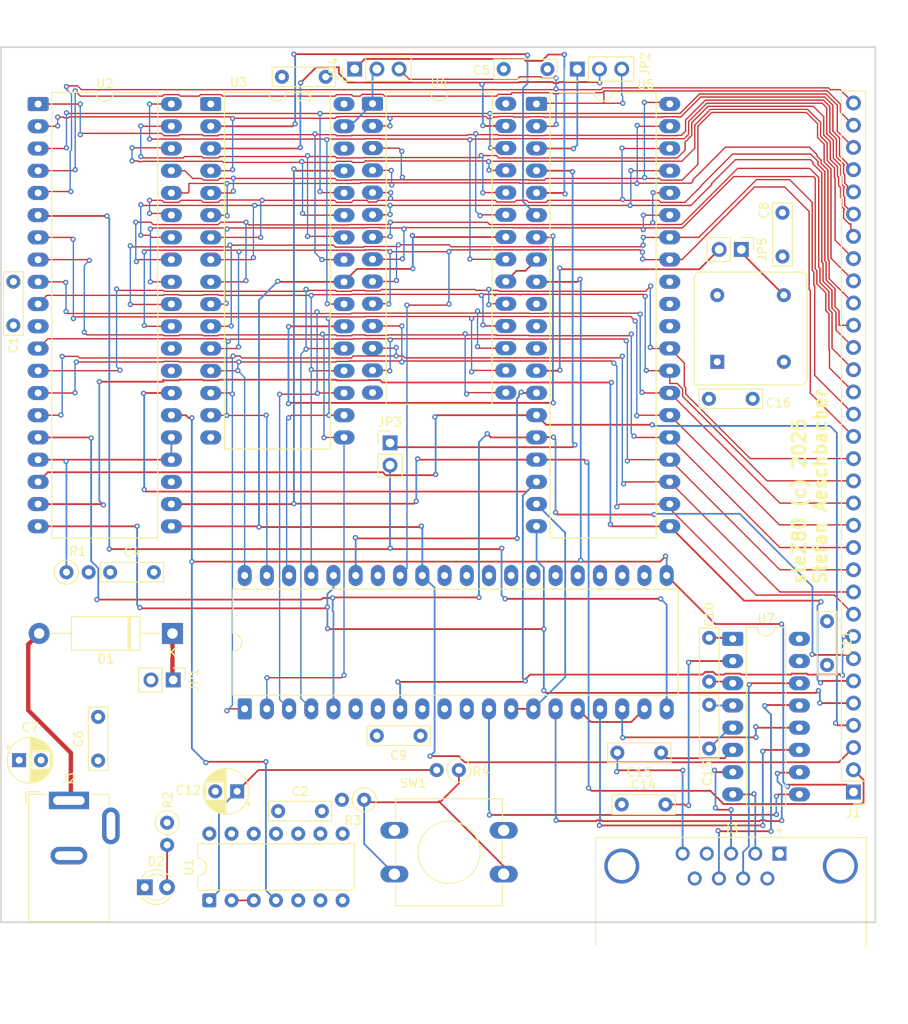
<source format=kicad_pcb>
(kicad_pcb (version 20241229) (generator "pcbnew") (generator_version "9.0")
  (title_block (comment 4 "AISLER Project ID: AABYYWWM"))
  (layers (0 "F.Cu" signal) (4 "In1.Cu" signal) (6 "In2.Cu" signal) (2 "B.Cu" signal) (13 "F.Paste" user) (15 "B.Paste" user) (5 "F.SilkS" user "F.Silkscreen") (7 "B.SilkS" user "B.Silkscreen") (1 "F.Mask" user) (3 "B.Mask" user) (25 "Edge.Cuts" user))
  (net 0 "")
  (net 1 "Databus0")
  (net 2 "Databus5")
  (net 3 "GND")
  (net 4 "VCC")
  (net 5 "Databus4")
  (net 6 "AddressBus13")
  (net 7 "AddressBus2")
  (net 8 "Databus7")
  (net 9 "AddressBus5")
  (net 10 "Databus2")
  (net 11 "AddressBus7")
  (net 12 "AddressBus9")
  (net 13 "AddressBus11")
  (net 14 "AddressBus6")
  (net 15 "AddressBus4")
  (net 16 "AddressBus10")
  (net 17 "Databus3")
  (net 18 "AddressBus12")
  (net 19 "AddressBus3")
  (net 20 "AddressBus0")
  (net 21 "AddressBus14")
  (net 22 "AddressBus8")
  (net 23 "AddressBus1")
  (net 24 "Databus6")
  (net 25 "~{RD}")
  (net 26 "~{WR}")
  (net 27 "AddressBus15")
  (net 28 "Databus1")
  (net 29 "Net-(D1-K)")
  (net 30 "~{RESET}")
  (net 32 "CLK")
  (net 33 "~{M1}")
  (net 34 "Net-(C12-Pad1)")
  (net 35 "Net-(D1-A)")
  (net 36 "Net-(JP2-A)")
  (net 37 "Net-(D2-A)")
  (net 38 "Net-(U1-Pad2)")
  (net 43 "Net-(U2-~{BUSRQ})")
  (net 45 "~{HALT}")
  (net 47 "~{MREQ}")
  (net 48 "~{IOREQ}")
  (net 49 "~{INT}")
  (net 50 "~{CS_RAM}")
  (net 52 "~{CS_ROM}")
  (net 53 "~{CS_SIO}")
  (net 54 "UART_CLK")
  (net 55 "MA16")
  (net 56 "MA14")
  (net 57 "MA15")
  (net 58 "Net-(JP3-A)")
  (net 59 "Net-(JP4-A)")
  (net 60 "Net-(U7-C1+)")
  (net 61 "Net-(U7-C1-)")
  (net 62 "Net-(U7-C2-)")
  (net 63 "Net-(U7-C2+)")
  (net 64 "Net-(U7-VS+)")
  (net 65 "Net-(U7-VS-)")
  (net 66 "Net-(R3-Pad1)")
  (net 69 "Net-(U6-TXDA)")
  (net 71 "Net-(U6-~{DCDA})")
  (net 72 "Net-(U6-~{RTSA})")
  (net 76 "Net-(U6-RXDA)")
  (net 81 "Net-(U6-~{CTSA})")
  (net 85 "Net-(U7-T2OUT)")
  (net 86 "Net-(U7-R1IN)")
  (net 87 "Net-(U7-T1OUT)")
  (net 88 "Net-(U7-R2IN)")
  (net 93 "ATMEGA_CLK")
  (net 94 "Net-(JP5-A)")
  (footprint "Connector_PinHeader_2.54mm:PinHeader_1x02_P2.54mm_Vertical" (layer "F.Cu") (at 83 68.725)
    (property "Reference" "JP3")
    (property "Value" "Jumper_2_Bridged")
  )
  (footprint "Capacitor_THT:C_Rect_L7.0mm_W2.0mm_P5.00mm" (layer "F.Cu") (at 119.5 91 -90)
    (property "Reference" "C10")
    (property "Value" "100nF")
  )
  (footprint "Connector_Dsub:DSUB-9_Socket_Horizontal_P2.77x2.84mm_EdgePinOffset7.70mm_Housed_MountingHolesOffset9.12mm" (layer "F.Cu") (at 127.54 115.66)
    (property "Reference" "J3")
    (property "Value" "DE9_Socket")
  )
  (footprint "LED_THT:LED_D3.0mm_Clear" (layer "F.Cu") (at 54.96 119.5)
    (property "Reference" "D2")
    (property "Value" "LED")
  )
  (footprint "Connector_BarrelJack:BarrelJack_GCT_DCJ200-10-A_Horizontal" (layer "F.Cu") (at 46.28 109.59)
    (property "Reference" "J2")
    (property "Value" "Barrel_Jack")
  )
  (footprint "Capacitor_THT:CP_Radial_D5.0mm_P2.50mm" (layer "F.Cu") (at 65.515113 108.54 180)
    (property "Reference" "C12")
    (property "Value" "1uF")
  )
  (footprint "Connector_PinHeader_2.54mm:PinHeader_1x03_P2.54mm_Vertical" (layer "F.Cu") (at 104.42 26 90)
    (property "Reference" "JP2")
    (property "Value" "Jumper_3_Bridged12")
  )
  (footprint "Capacitor_THT:C_Rect_L7.0mm_W2.0mm_P5.00mm" (layer "F.Cu") (at 51 83.5)
    (property "Reference" "C4")
    (property "Value" "100nF")
  )
  (footprint "Capacitor_THT:C_Rect_L7.0mm_W2.0mm_P5.00mm" (layer "F.Cu") (at 132.98 89.1 -90)
    (property "Reference" "C11")
    (property "Value" "100nF")
  )
  (footprint "Connector_PinHeader_2.54mm:PinHeader_1x03_P2.54mm_Vertical" (layer "F.Cu") (at 78.96 26 90)
    (property "Reference" "JP4")
    (property "Value" "Jumper_3_Bridged12")
  )
  (footprint "Package_DIP:DIP-14_W7.62mm" (layer "F.Cu") (at 62.34 121 90)
    (property "Reference" "U1")
    (property "Value" "74HC14")
  )
  (footprint "Package_DIP:DIP-16_W7.62mm_LongPads" (layer "F.Cu") (at 122.195 91.11)
    (property "Reference" "U7")
    (property "Value" "MAX232")
  )
  (footprint "Package_DIP:DIP-40_W15.24mm_LongPads" (layer "F.Cu") (at 42.76 30)
    (property "Reference" "U2")
    (property "Value" "Z80CPU")
  )
  (footprint "Resistor_THT:R_Axial_DIN0207_L6.3mm_D2.5mm_P2.54mm_Vertical" (layer "F.Cu") (at 90.875 106.11 180)
    (property "Reference" "R4")
    (property "Value" "10k")
  )
  (footprint "Capacitor_THT:C_Rect_L7.0mm_W2.0mm_P5.00mm" (layer "F.Cu") (at 49.62 105.03 90)
    (property "Reference" "C6")
    (property "Value" "100nF")
  )
  (footprint "Resistor_THT:R_Axial_DIN0207_L6.3mm_D2.5mm_P2.54mm_Vertical" (layer "F.Cu") (at 46 83.5)
    (property "Reference" "R1")
    (property "Value" "1K")
  )
  (footprint "Capacitor_THT:C_Rect_L7.0mm_W2.0mm_P5.00mm" (layer "F.Cu") (at 119.47 63.68)
    (property "Reference" "C16")
    (property "Value" "100nF")
  )
  (footprint "Connector_PinHeader_2.54mm:PinHeader_1x32_P2.54mm_Vertical" (layer "F.Cu") (at 136 108.62 180)
    (property "Reference" "J1")
    (property "Value" "Conn_01x32_Pin")
  )
  (footprint "Capacitor_THT:C_Rect_L7.0mm_W2.0mm_P5.00mm" (layer "F.Cu") (at 96 26)
    (property "Reference" "C5")
    (property "Value" "100nF")
  )
  (footprint "Oscillator:Oscillator_DIP-8" (layer "F.Cu") (at 120.42 59.46)
    (property "Reference" "Y1" (hide yes))
    (property "Value" "CXO_DIP8")
  )
  (footprint "Capacitor_THT:C_Rect_L7.0mm_W2.0mm_P5.00mm" (layer "F.Cu") (at 70.21 110.8)
    (property "Reference" "C2")
    (property "Value" "100nF")
  )
  (footprint "Package_DIP:DIP-40_W15.24mm_LongPads" (layer "F.Cu") (at 99.75 29.99)
    (property "Reference" "U5")
    (property "Value" "ATmega16A-P")
  )
  (footprint "Resistor_THT:R_Axial_DIN0207_L6.3mm_D2.5mm_P2.54mm_Vertical" (layer "F.Cu") (at 57.51 112.125 -90)
    (property "Reference" "R2")
    (property "Value" "3K9")
  )
  (footprint "Capacitor_THT:C_Rect_L7.0mm_W2.0mm_P5.00mm" (layer "F.Cu") (at 114 104.12 180)
    (property "Reference" "C15")
    (property "Value" "100nF")
  )
  (footprint "Diode_THT:D_DO-15_P15.24mm_Horizontal" (layer "F.Cu") (at 58.12 90.5 180)
    (property "Reference" "D1")
    (property "Value" "1N4002")
  )
  (footprint "Package_DIP:DIP-40_W15.24mm_LongPads" (layer "F.Cu") (at 66.375 99.115 90)
    (property "Reference" "U6" (hide yes))
    (property "Value" "Z80_SIO")
  )
  (footprint "Capacitor_THT:C_Rect_L7.0mm_W2.0mm_P5.00mm" (layer "F.Cu") (at 109.5 110.04)
    (property "Reference" "C14")
    (property "Value" "100nF")
  )
  (footprint "Package_DIP:DIP-28_W15.24mm_LongPads" (layer "F.Cu") (at 81 29.96)
    (property "Reference" "U4")
    (property "Value" "27C512")
  )
  (footprint "Connector_PinHeader_2.54mm:PinHeader_1x02_P2.54mm_Vertical" (layer "F.Cu") (at 58.205 95.81 -90)
    (property "Reference" "JP1")
    (property "Value" "Jumper_2_Bridged")
  )
  (footprint "Capacitor_THT:C_Rect_L7.0mm_W2.0mm_P5.00mm" (layer "F.Cu") (at 39.93 55.29 90)
    (property "Reference" "C1")
    (property "Value" "100nF")
  )
  (footprint "Capacitor_THT:C_Rect_L7.0mm_W2.0mm_P5.00mm" (layer "F.Cu") (at 86.49 102.18 180)
    (property "Reference" "C9")
    (property "Value" "100nF")
  )
  (footprint "Capacitor_THT:C_Rect_L7.0mm_W2.0mm_P5.00mm" (layer "F.Cu") (at 127.88 47.42 90)
    (property "Reference" "C8")
    (property "Value" "100nF")
  )
  (footprint "Capacitor_THT:C_Rect_L7.0mm_W2.0mm_P5.00mm" (layer "F.Cu") (at 119.5 98.65 -90)
    (property "Reference" "C13")
    (property "Value" "100nF")
  )
  (footprint "Capacitor_THT:C_Rect_L7.0mm_W2.0mm_P5.00mm" (layer "F.Cu") (at 75.64 26.89 180)
    (property "Reference" "C3")
    (property "Value" "100nF")
  )
  (footprint "Capacitor_THT:CP_Radial_D5.0mm_P2.50mm" (layer "F.Cu") (at 40.59 104.98)
    (property "Reference" "C7")
    (property "Value" "1uF")
  )
  (footprint "Package_DIP:DIP-32_W15.24mm_LongPads" (layer "F.Cu") (at 62.5 30)
    (property "Reference" "U3")
    (property "Value" "AS6C1008-55PCN")
  )
  (footprint "Connector_PinHeader_2.54mm:PinHeader_1x02_P2.54mm_Vertical" (layer "F.Cu") (at 123.18 46.62 -90)
    (property "Reference" "JP5")
    (property "Value" "Jumper_2_Bridged")
  )
  (footprint "Resistor_THT:R_Axial_DIN0207_L6.3mm_D2.5mm_P2.54mm_Vertical" (layer "F.Cu") (at 80.045 109.5 180)
    (property "Reference" "R3")
    (property "Value" "10k")
  )
  (footprint "Button_Switch_THT:SW_PUSH-12mm" (layer "F.Cu") (at 83.5 113)
    (property "Reference" "SW1")
    (property "Value" "SW_Push")
  )
  (gr_rect (start 38.5 23.5) (end 138.5 123.5) (stroke (width 0.2)) (fill no) (layer "Edge.Cuts"))
  (gr_text "steZ80 (c) 2025\nStefan Aeschbacher" (at 133.07 85.07 90) (layer "F.SilkS") (effects (font (size 1.5 1.5) (thickness 0.3) (bold yes)) (justify left bottom)))
  (segment (start 83.948588 59.365) (end 83.471412 59.365) (width 0.15) (layer "F.Cu") (net 1))
  (segment (start 58.845694 59.404) (end 57.154306 59.404) (width 0.15) (layer "F.Cu") (net 1))
  (segment (start 108.94 76.02) (end 109.24 75.72) (width 0.15) (layer "F.Cu") (net 1))
  (segment (start 83.470412 59.364) (end 78.902389 59.364) (width 0.15) (layer "F.Cu") (net 1))
  (segment (start 109.24 75.72) (end 114.46 75.72) (width 0.15) (layer "F.Cu") (net 1))
  (segment (start 81 55.36) (end 84.35 55.36) (width 0.15) (layer "F.Cu") (net 1))
  (segment (start 83.471412 59.365) (end 83.470412 59.364) (width 0.15) (layer "F.Cu") (net 1))
  (segment (start 97.97 59.367) (end 97.967 59.364) (width 0.15) (layer "F.Cu") (net 1))
  (segment (start 46.98 63) (end 46.96 63.02) (width 0.15) (layer "F.Cu") (net 1))
  (segment (start 133.811 86.111) (end 136 88.3) (width 0.15) (layer "F.Cu") (net 1))
  (segment (start 62.5 60.48) (end 65.58 60.48) (width 0.15) (layer "F.Cu") (net 1))
  (segment (start 114.46 75.72) (end 124.851 86.111) (width 0.15) (layer "F.Cu") (net 1))
  (segment (start 97.967 59.364) (end 83.949588 59.364) (width 0.15) (layer "F.Cu") (net 1))
  (segment (start 58.916694 59.475) (end 58.845694 59.404) (width 0.15) (layer "F.Cu") (net 1))
  (segment (start 78.331082 59.404) (end 76.894306 59.404) (width 0.15) (layer "F.Cu") (net 1))
  (segment (start 83.949588 59.364) (end 83.948588 59.365) (width 0.15) (layer "F.Cu") (net 1))
  (segment (start 78.902389 59.364) (end 78.899388 59.367) (width 0.15) (layer "F.Cu") (net 1))
  (segment (start 108.367 59.367) (end 97.97 59.367) (width 0.15) (layer "F.Cu") (net 1))
  (segment (start 46.96 63.02) (end 42.76 63.02) (width 0.15) (layer "F.Cu") (net 1))
  (segment (start 65.58 60.48) (end 65.6 60.46) (width 0.15) (layer "F.Cu") (net 1))
  (segment (start 78.331082 59.367) (end 78.331082 59.404) (width 0.15) (layer "F.Cu") (net 1))
  (segment (start 124.851 86.111) (end 133.811 86.111) (width 0.15) (layer "F.Cu") (net 1))
  (segment (start 76.823306 59.475) (end 58.916694 59.475) (width 0.15) (layer "F.Cu") (net 1))
  (segment (start 76.894306 59.404) (end 76.823306 59.475) (width 0.15) (layer "F.Cu") (net 1))
  (segment (start 57.083306 59.475) (end 47.13 59.475) (width 0.15) (layer "F.Cu") (net 1))
  (segment (start 57.154306 59.404) (end 57.083306 59.475) (width 0.15) (layer "F.Cu") (net 1))
  (segment (start 108.6 59.6) (end 108.367 59.367) (width 0.15) (layer "F.Cu") (net 1))
  (segment (start 78.899388 59.367) (end 78.331082 59.367) (width 0.15) (layer "F.Cu") (net 1))
  (via (at 47.13 59.475) (size 0.6) (drill 0.3) (layers "F.Cu" "B.Cu") (net 1))
  (via (at 46.98 63) (size 0.6) (drill 0.3) (layers "F.Cu" "B.Cu") (net 1))
  (via (at 84.35 59.475) (size 0.6) (drill 0.3) (layers "F.Cu" "B.Cu") (net 1))
  (via (at 84.35 55.36) (size 0.6) (drill 0.3) (layers "F.Cu" "B.Cu") (net 1))
  (via (at 108.6 59.6) (size 0.6) (drill 0.3) (layers "F.Cu" "B.Cu") (net 1))
  (via (at 108.94 76.02) (size 0.6) (drill 0.3) (layers "F.Cu" "B.Cu") (net 1))
  (via (at 65.71 59.475) (size 0.6) (drill 0.3) (layers "F.Cu" "B.Cu") (net 1))
  (via (at 65.6 60.46) (size 0.6) (drill 0.3) (layers "F.Cu" "B.Cu") (net 1))
  (segment (start 65.6 60.46) (end 65.6 59.585) (width 0.15) (layer "B.Cu") (net 1))
  (segment (start 84.35 55.36) (end 84.35 59.475) (width 0.15) (layer "B.Cu") (net 1))
  (segment (start 47.13 59.475) (end 46.98 59.625) (width 0.15) (layer "B.Cu") (net 1))
  (segment (start 46.98 59.625) (end 46.98 63) (width 0.15) (layer "B.Cu") (net 1))
  (segment (start 108.94 76.02) (end 108.94 59.94) (width 0.15) (layer "B.Cu") (net 1))
  (segment (start 65.6 59.585) (end 65.71 59.475) (width 0.15) (layer "B.Cu") (net 1))
  (segment (start 66.375 61.235) (end 65.6 60.46) (width 0.15) (layer "B.Cu") (net 1))
  (segment (start 66.375 83.875) (end 66.375 61.235) (width 0.15) (layer "B.Cu") (net 1))
  (segment (start 108.94 59.94) (end 108.6 59.6) (width 0.15) (layer "B.Cu") (net 1))
  (segment (start 75.704412 53.936) (end 57.154306 53.936) (width 0.15) (layer "F.Cu") (net 2))
  (segment (start 115 63.02) (end 127.58 75.6) (width 0.15) (layer "F.Cu") (net 2))
  (segment (start 57.154306 53.936) (end 57.148306 53.93) (width 0.15) (layer "F.Cu") (net 2))
  (segment (start 74.74 63.02) (end 74.7 63.06) (width 0.15) (layer "F.Cu") (net 2))
  (segment (start 76.188588 53.929) (end 75.711412 53.929) (width 0.15) (layer "F.Cu") (net 2))
  (segment (start 100.595694 53.926) (end 98.904306 53.926) (width 0.15) (layer "F.Cu") (net 2))
  (segment (start 78.561694 53.96) (end 76.219588 53.96) (width 0.15) (layer "F.Cu") (net 2))
  (segment (start 75.711412 53.929) (end 75.704412 53.936) (width 0.15) (layer "F.Cu") (net 2))
  (segment (start 93.01 53.66) (end 93.246 53.896) (width 0.15) (layer "F.Cu") (net 2))
  (segment (start 111.609 54.01) (end 111.495 53.896) (width 0.15) (layer "F.Cu") (net 2))
  (segment (start 45.92 50.38) (end 45.86 50.32) (width 0.15) (layer "F.Cu") (net 2))
  (segment (start 100.625694 53.896) (end 100.595694 53.926) (width 0.15) (layer "F.Cu") (net 2))
  (segment (start 76.219588 53.96) (end 76.188588 53.929) (width 0.15) (layer "F.Cu") (net 2))
  (segment (start 115 63.02) (end 111.88 63.02) (width 0.15) (layer "F.Cu") (net 2))
  (segment (start 98.904306 53.926) (end 98.874306 53.896) (width 0.15) (layer "F.Cu") (net 2))
  (segment (start 98.874306 53.896) (end 78.625694 53.896) (width 0.15) (layer "F.Cu") (net 2))
  (segment (start 74.6 63.16) (end 74.7 63.06) (width 0.15) (layer "F.Cu") (net 2))
  (segment (start 93.19 57.9) (end 93.01 57.72) (width 0.15) (layer "F.Cu") (net 2))
  (segment (start 46.18 53.93) (end 45.95 53.7) (width 0.15) (layer "F.Cu") (net 2))
  (segment (start 78.625694 53.896) (end 78.561694 53.96) (width 0.15) (layer "F.Cu") (net 2))
  (segment (start 77.74 63.02) (end 74.74 63.02) (width 0.15) (layer "F.Cu") (net 2))
  (segment (start 45.86 50.32) (end 42.76 50.32) (width 0.15) (layer "F.Cu") (net 2))
  (segment (start 111.88 63.02) (end 111.81 62.95) (width 0.15) (layer "F.Cu") (net 2))
  (segment (start 57.148306 53.93) (end 46.18 53.93) (width 0.15) (layer "F.Cu") (net 2))
  (segment (start 96.24 57.9) (end 93.19 57.9) (width 0.15) (layer "F.Cu") (net 2))
  (segment (start 70.379 63.16) (end 74.6 63.16) (width 0.15) (layer "F.Cu") (net 2))
  (segment (start 127.58 75.6) (end 136 75.6) (width 0.15) (layer "F.Cu") (net 2))
  (segment (start 111.495 53.896) (end 100.625694 53.896) (width 0.15) (layer "F.Cu") (net 2))
  (via (at 45.95 53.7) (size 0.6) (drill 0.3) (layers "F.Cu" "B.Cu") (net 2))
  (via (at 93.01 57.72) (size 0.6) (drill 0.3) (layers "F.Cu" "B.Cu") (net 2))
  (via (at 74.7 63.06) (size 0.6) (drill 0.3) (layers "F.Cu" "B.Cu") (net 2))
  (via (at 111.609 54.01) (size 0.6) (drill 0.3) (layers "F.Cu" "B.Cu") (net 2))
  (via (at 111.81 62.95) (size 0.6) (drill 0.3) (layers "F.Cu" "B.Cu") (net 2))
  (via (at 45.92 50.38) (size 0.6) (drill 0.3) (layers "F.Cu" "B.Cu") (net 2))
  (via (at 93.01 53.66) (size 0.6) (drill 0.3) (layers "F.Cu" "B.Cu") (net 2))
  (via (at 74.66 53.749) (size 0.6) (drill 0.3) (layers "F.Cu" "B.Cu") (net 2))
  (via (at 70.379 63.16) (size 0.6) (drill 0.3) (layers "F.Cu" "B.Cu") (net 2))
  (segment (start 45.95 50.41) (end 45.92 50.38) (width 0.15) (layer "B.Cu") (net 2))
  (segment (start 111.61 62.75) (end 111.61 54.01) (width 0.15) (layer "B.Cu") (net 2))
  (segment (start 70.379 63.16) (end 70.379 98.039) (width 0.15) (layer "B.Cu") (net 2))
  (segment (start 74.66 63.02) (end 74.66 53.749) (width 0.15) (layer "B.Cu") (net 2))
  (segment (start 111.81 62.95) (end 111.61 62.75) (width 0.15) (layer "B.Cu") (net 2))
  (segment (start 70.379 98.039) (end 71.455 99.115) (width 0.15) (layer "B.Cu") (net 2))
  (segment (start 93.01 57.72) (end 93.01 53.66) (width 0.15) (layer "B.Cu") (net 2))
  (segment (start 111.61 54.01) (end 111.609 54.01) (width 0.15) (layer "B.Cu") (net 2))
  (segment (start 45.95 53.7) (end 45.95 50.41) (width 0.15) (layer "B.Cu") (net 2))
  (segment (start 74.7 63.06) (end 74.66 63.02) (width 0.15) (layer "B.Cu") (net 2))
  (segment (start 109.08 106.14) (end 108.92 106.3) (width 0.2) (layer "F.Cu") (net 3))
  (segment (start 116.48 106.14) (end 109.08 106.14) (width 0.2) (layer "F.Cu") (net 3))
  (via (at 116.48 106.14) (size 0.6) (drill 0.3) (layers "F.Cu" "B.Cu") (net 3))
  (via (at 108.92 106.3) (size 0.6) (drill 0.3) (layers "F.Cu" "B.Cu") (net 3))
  (segment (start 108.92 106.3) (end 109 106.22) (width 0.2) (layer "B.Cu") (net 3))
  (segment (start 116.46 115.66) (end 116.46 106.16) (width 0.2) (layer "B.Cu") (net 3))
  (segment (start 109 106.22) (end 109 104.12) (width 0.2) (layer "B.Cu") (net 3))
  (segment (start 116.46 106.16) (end 116.48 106.14) (width 0.2) (layer "B.Cu") (net 3))
  (segment (start 71.41 65.85) (end 71.69 65.57) (width 0.15) (layer "F.Cu") (net 5))
  (segment (start 71.69 65.57) (end 76.025 65.57) (width 0.15) (layer "F.Cu") (net 5))
  (segment (start 46.54 45.24) (end 42.76 45.24) (width 0.15) (layer "F.Cu") (net 5))
  (segment (start 80.154306 54.284) (end 80.114306 54.324) (width 0.15) (layer "F.Cu") (net 5))
  (segment (start 115 65.56) (end 111.27 65.56) (width 0.15) (layer "F.Cu") (net 5))
  (segment (start 75.769 54.324) (end 75.95 54.505) (width 0.15) (layer "F.Cu") (net 5))
  (segment (start 46.971 54.324) (end 75.769 54.324) (width 0.15) (layer "F.Cu") (net 5))
  (segment (start 77.74 65.56) (end 76.035 65.56) (width 0.15) (layer "F.Cu") (net 5))
  (segment (start 111.035 54.79) (end 110.529 54.284) (width 0.15) (layer "F.Cu") (net 5))
  (segment (start 80.114306 54.324) (end 76.131 54.324) (width 0.15) (layer "F.Cu") (net 5))
  (segment (start 92.33 54.505) (end 92.109 54.284) (width 0.15) (layer "F.Cu") (net 5))
  (segment (start 76.131 54.324) (end 75.95 54.505) (width 0.15) (layer "F.Cu") (net 5))
  (segment (start 76.035 65.56) (end 76.025 65.57) (width 0.15) (layer "F.Cu") (net 5))
  (segment (start 111.27 65.56) (end 111.22 65.61) (width 0.15) (layer "F.Cu") (net 5))
  (segment (start 46.76 45.46) (end 46.54 45.24) (width 0.15) (layer "F.Cu") (net 5))
  (segment (start 110.529 54.284) (end 92.551 54.284) (width 0.15) (layer "F.Cu") (net 5))
  (segment (start 96.24 60.44) (end 92.49 60.44) (width 0.15) (layer "F.Cu") (net 5))
  (segment (start 127.53 78.09) (end 135.95 78.09) (width 0.15) (layer "F.Cu") (net 5))
  (segment (start 46.79 54.505) (end 46.971 54.324) (width 0.15) (layer "F.Cu") (net 5))
  (segment (start 92.109 54.284) (end 80.154306 54.284) (width 0.15) (layer "F.Cu") (net 5))
  (segment (start 92.49 60.44) (end 92.33 60.6) (width 0.15) (layer "F.Cu") (net 5))
  (segment (start 92.551 54.284) (end 92.33 54.505) (width 0.15) (layer "F.Cu") (net 5))
  (segment (start 115 65.56) (end 127.53 78.09) (width 0.15) (layer "F.Cu") (net 5))
  (segment (start 135.95 78.09) (end 136 78.14) (width 0.15) (layer "F.Cu") (net 5))
  (via (at 111.035 54.79) (size 0.6) (drill 0.3) (layers "F.Cu" "B.Cu") (net 5))
  (via (at 46.79 54.505) (size 0.6) (drill 0.3) (layers "F.Cu" "B.Cu") (net 5))
  (via (at 92.33 54.505) (size 0.6) (drill 0.3) (layers "F.Cu" "B.Cu") (net 5))
  (via (at 76.025 65.57) (size 0.6) (drill 0.3) (layers "F.Cu" "B.Cu") (net 5))
  (via (at 46.76 45.46) (size 0.6) (drill 0.3) (layers "F.Cu" "B.Cu") (net 5))
  (via (at 111.22 65.61) (size 0.6) (drill 0.3) (layers "F.Cu" "B.Cu") (net 5))
  (via (at 71.41 65.85) (size 0.6) (drill 0.3) (layers "F.Cu" "B.Cu") (net 5))
  (via (at 92.33 60.6) (size 0.6) (drill 0.3) (layers "F.Cu" "B.Cu") (net 5))
  (via (at 75.95 54.505) (size 0.6) (drill 0.3) (layers "F.Cu" "B.Cu") (net 5))
  (segment (start 71.18 83.6) (end 71.18 66.08) (width 0.15) (layer "B.Cu") (net 5))
  (segment (start 92.33 60.6) (end 92.33 54.505) (width 0.15) (layer "B.Cu") (net 5))
  (segment (start 76.025 65.57) (end 76.025 54.58) (width 0.15) (layer "B.Cu") (net 5))
  (segment (start 111.22 54.975) (end 111.035 54.79) (width 0.15) (layer "B.Cu") (net 5))
  (segment (start 71.18 66.08) (end 71.41 65.85) (width 0.15) (layer "B.Cu") (net 5))
  (segment (start 46.79 45.49) (end 46.76 45.46) (width 0.15) (layer "B.Cu") (net 5))
  (segment (start 76.025 54.58) (end 75.95 54.505) (width 0.15) (layer "B.Cu") (net 5))
  (segment (start 111.22 65.61) (end 111.22 54.975) (width 0.15) (layer "B.Cu") (net 5))
  (segment (start 71.455 83.875) (end 71.18 83.6) (width 0.15) (layer "B.Cu") (net 5))
  (segment (start 46.79 54.505) (end 46.79 45.49) (width 0.15) (layer "B.Cu") (net 5))
  (segment (start 134.149 33.109) (end 136 34.96) (width 0.15) (layer "F.Cu") (net 6))
  (segment (start 94.427 31.073) (end 116.160612 31.073) (width 0.15) (layer "F.Cu") (net 6))
  (segment (start 116.160612 31.073) (end 118.382611 28.851) (width 0.15) (layer "F.Cu") (net 6))
  (segment (start 75.12 40.12) (end 75 40) (width 0.15) (layer "F.Cu") (net 6))
  (segment (start 94.5 35) (end 94.54 35.04) (width 0.15) (layer "F.Cu") (net 6))
  (segment (start 42.76 35.08) (end 45.92 35.08) (width 0.15) (layer "F.Cu") (net 6))
  (segment (start 118.382611 28.851) (end 132.854613 28.851) (width 0.15) (layer "F.Cu") (net 6))
  (segment (start 46.076 31.076) (end 75 31.076) (width 0.15) (layer "F.Cu") (net 6))
  (segment (start 45.92 35.08) (end 46 35) (width 0.15) (layer "F.Cu") (net 6))
  (segment (start 134.149 30.145388) (end 134.149 33.109) (width 0.15) (layer "F.Cu") (net 6))
  (segment (start 75 31.076) (end 94.424 31.076) (width 0.15) (layer "F.Cu") (net 6))
  (segment (start 94.424 31.076) (end 94.427 31.073) (width 0.15) (layer "F.Cu") (net 6))
  (segment (start 132.854613 28.851) (end 134.149 30.145388) (width 0.15) (layer "F.Cu") (net 6))
  (segment (start 77.74 40.12) (end 75.12 40.12) (width 0.15) (layer "F.Cu") (net 6))
  (segment (start 94.54 35.04) (end 96.24 35.04) (width 0.15) (layer "F.Cu") (net 6))
  (segment (start 46 31) (end 46.076 31.076) (width 0.15) (layer "F.Cu") (net 6))
  (via (at 94.5 35) (size 0.6) (drill 0.3) (layers "F.Cu" "B.Cu") (net 6))
  (via (at 75 40) (size 0.6) (drill 0.3) (layers "F.Cu" "B.Cu") (net 6))
  (via (at 46 31) (size 0.6) (drill 0.3) (layers "F.Cu" "B.Cu") (net 6))
  (via (at 94.424 31.076) (size 0.6) (drill 0.3) (layers "F.Cu" "B.Cu") (net 6))
  (via (at 46 35) (size 0.6) (drill 0.3) (layers "F.Cu" "B.Cu") (net 6))
  (via (at 75 31.076) (size 0.6) (drill 0.3) (layers "F.Cu" "B.Cu") (net 6))
  (segment (start 75 40) (end 75 31.076) (width 0.15) (layer "B.Cu") (net 6))
  (segment (start 46 35) (end 46 31) (width 0.15) (layer "B.Cu") (net 6))
  (segment (start 94.424 34.924) (end 94.5 35) (width 0.15) (layer "B.Cu") (net 6))
  (segment (start 94.424 31.076) (end 94.424 34.924) (width 0.15) (layer "B.Cu") (net 6))
  (segment (start 131.816 49.036) (end 131.816 50.541555) (width 0.15) (layer "F.Cu") (net 7))
  (segment (start 84.741 44.124) (end 84.59 44.275) (width 0.15) (layer "F.Cu") (net 7))
  (segment (start 84.59 44.275) (end 84.415 44.275) (width 0.15) (layer "F.Cu") (net 7))
  (segment (start 97.115694 44.154) (end 97.085694 44.124) (width 0.15) (layer "F.Cu") (net 7))
  (segment (start 84.3 44.16) (end 81.881694 44.16) (width 0.15) (layer "F.Cu") (net 7))
  (segment (start 132.837 51.562553) (end 132.837 53.606169) (width 0.15) (layer "F.Cu") (net 7))
  (segment (start 131.816 50.541555) (end 132.837 51.562553) (width 0.15) (layer "F.Cu") (net 7))
  (segment (start 131.433612 38.29) (end 131.63 38.486388) (width 0.15) (layer "F.Cu") (net 7))
  (segment (start 81.845694 44.124) (end 80.154306 44.124) (width 0.15) (layer "F.Cu") (net 7))
  (segment (start 84.415 44.275) (end 84.3 44.16) (width 0.15) (layer "F.Cu") (net 7))
  (segment (start 81 47.74) (end 84.37 47.74) (width 0.15) (layer "F.Cu") (net 7))
  (segment (start 133.199 58.055389) (end 133.26 58.116388) (width 0.15) (layer "F.Cu") (net 7))
  (segment (start 111.773 44.154) (end 97.115694 44.154) (width 0.15) (layer "F.Cu") (net 7))
  (segment (start 133.26 58.116388) (end 133.26 60.16) (width 0.15) (layer "F.Cu") (net 7))
  (segment (start 131.63 38.486388) (end 131.63 48.85) (width 0.15) (layer "F.Cu") (net 7))
  (segment (start 122.31 38.29) (end 131.433612 38.29) (width 0.15) (layer "F.Cu") (net 7))
  (segment (start 64.37 44.275) (end 64.259 44.164) (width 0.15) (layer "F.Cu") (net 7))
  (segment (start 115 42.7) (end 111.97 42.7) (width 0.15) (layer "F.Cu") (net 7))
  (segment (start 55.711 44.164) (end 55.6 44.275) (width 0.15) (layer "F.Cu") (net 7))
  (segment (start 112.167 44.154) (end 116.446 44.154) (width 0.15) (layer "F.Cu") (net 7))
  (segment (start 133.26 60.16) (end 136 62.9) (width 0.15) (layer "F.Cu") (net 7))
  (segment (start 133.199 53.968166) (end 133.199 58.055389) (width 0.15) (layer "F.Cu") (net 7))
  (segment (start 116.446 44.154) (end 122.31 38.29) (width 0.15) (layer "F.Cu") (net 7))
  (segment (start 64.259 44.164) (end 55.711 44.164) (width 0.15) (layer "F.Cu") (net 7))
  (segment (start 84.37 47.74) (end 84.42 47.69) (width 0.15) (layer "F.Cu") (net 7))
  (segment (start 64.485 44.16) (end 64.37 44.275) (width 0.15) (layer "F.Cu") (net 7))
  (segment (start 131.63 48.85) (end 131.816 49.036) (width 0.15) (layer "F.Cu") (net 7))
  (segment (start 111.97 44.351) (end 112.167 44.154) (width 0.15) (layer "F.Cu") (net 7))
  (segment (start 64.175 52.86) (end 64.265 52.77) (width 0.15) (layer "F.Cu") (net 7))
  (segment (start 132.837 53.606169) (end 133.199 53.968166) (width 0.15) (layer "F.Cu") (net 7))
  (segment (start 80.118306 44.16) (end 64.485 44.16) (width 0.15) (layer "F.Cu") (net 7))
  (segment (start 111.97 44.351) (end 111.773 44.154) (width 0.15) (layer "F.Cu") (net 7))
  (segment (start 62.5 52.86) (end 64.175 52.86) (width 0.15) (layer "F.Cu") (net 7))
  (segment (start 81.881694 44.16) (end 81.845694 44.124) (width 0.15) (layer "F.Cu") (net 7))
  (segment (start 97.085694 44.124) (end 84.741 44.124) (width 0.15) (layer "F.Cu") (net 7))
  (segment (start 55.6 50.32) (end 58 50.32) (width 0.15) (layer "F.Cu") (net 7))
  (segment (start 80.154306 44.124) (end 80.118306 44.16) (width 0.15) (layer "F.Cu") (net 7))
  (via (at 55.6 50.32) (size 0.6) (drill 0.3) (layers "F.Cu" "B.Cu") (net 7))
  (via (at 111.97 42.7) (size 0.6) (drill 0.3) (layers "F.Cu" "B.Cu") (net 7))
  (via (at 55.6 44.275) (size 0.6) (drill 0.3) (layers "F.Cu" "B.Cu") (net 7))
  (via (at 64.265 52.77) (size 0.6) (drill 0.3) (layers "F.Cu" "B.Cu") (net 7))
  (via (at 111.97 44.351) (size 0.6) (drill 0.3) (layers "F.Cu" "B.Cu") (net 7))
  (via (at 84.59 44.275) (size 0.6) (drill 0.3) (layers "F.Cu" "B.Cu") (net 7))
  (via (at 64.37 44.275) (size 0.6) (drill 0.3) (layers "F.Cu" "B.Cu") (net 7))
  (via (at 84.42 47.69) (size 0.6) (drill 0.3) (layers "F.Cu" "B.Cu") (net 7))
  (segment (start 111.97 42.7) (end 111.97 44.351) (width 0.15) (layer "B.Cu") (net 7))
  (segment (start 64.124 44.521) (end 64.37 44.275) (width 0.15) (layer "B.Cu") (net 7))
  (segment (start 84.42 47.69) (end 84.59 47.52) (width 0.15) (layer "B.Cu") (net 7))
  (segment (start 84.59 47.52) (end 84.59 44.275) (width 0.15) (layer "B.Cu") (net 7))
  (segment (start 55.6 50.32) (end 55.6 44.275) (width 0.15) (layer "B.Cu") (net 7))
  (segment (start 64.265 52.77) (end 64.124 52.629) (width 0.15) (layer "B.Cu") (net 7))
  (segment (start 64.124 52.629) (end 64.124 44.521) (width 0.15) (layer "B.Cu") (net 7))
  (segment (start 94.41 52.82) (end 94.3 52.93) (width 0.15) (layer "F.Cu") (net 8))
  (segment (start 115 57.94) (end 116.65 59.59) (width 0.15) (layer "F.Cu") (net 8))
  (segment (start 51.73 51.14) (end 51.88 51.29) (width 0.15) (layer "F.Cu") (net 8))
  (segment (start 52.05 60.48) (end 42.76 60.48) (width 0.15) (layer "F.Cu") (net 8))
  (segment (start 112.76 57.8) (end 112.9 57.94) (width 0.15) (layer "F.Cu") (net 8))
  (segment (start 78.692694 51.289) (end 80.087306 51.289) (width 0.15) (layer "F.Cu") (net 8))
  (segment (start 76.787306 51.289) (end 76.894306 51.396) (width 0.15) (layer "F.Cu") (net 8))
  (segment (start 76.894306 51.396) (end 78.585694 51.396) (width 0.15) (layer "F.Cu") (net 8))
  (segment (start 73.47 57.94) (end 73.4 58.01) (width 0.15) (layer "F.Cu") (net 8))
  (segment (start 82.011694 51.19) (end 92.719 51.19) (width 0.15) (layer "F.Cu") (net 8))
  (segment (start 112.9 57.94) (end 115 57.94) (width 0.15) (layer "F.Cu") (net 8))
  (segment (start 96.24 52.82) (end 94.41 52.82) (width 0.15) (layer "F.Cu") (net 8))
  (segment (start 95.473 51.393) (end 98.911306 51.393) (width 0.15) (layer "F.Cu") (net 8))
  (segment (start 112.215 51.395) (end 112.81 50.8) (width 0.15) (layer "F.Cu") (net 8))
  (segment (start 57.048306 51.29) (end 57.154306 51.396) (width 0.15) (layer "F.Cu") (net 8))
  (segment (start 77.74 57.94) (end 73.47 57.94) (width 0.15) (layer "F.Cu") (net 8))
  (segment (start 92.719 51.19) (end 92.818 51.289) (width 0.15) (layer "F.Cu") (net 8))
  (segment (start 98.911306 51.393) (end 98.913306 51.395) (width 0.15) (layer "F.Cu") (net 8))
  (segment (start 51.88 51.29) (end 57.048306 51.29) (width 0.15) (layer "F.Cu") (net 8))
  (segment (start 73.644412 51.396) (end 73.751412 51.289) (width 0.15) (layer "F.Cu") (net 8))
  (segment (start 81.845694 51.356) (end 82.011694 51.19) (width 0.15) (layer "F.Cu") (net 8))
  (segment (start 92.818 51.289) (end 95.369 51.289) (width 0.15) (layer "F.Cu") (net 8))
  (segment (start 80.087306 51.289) (end 80.154306 51.356) (width 0.15) (layer "F.Cu") (net 8))
  (segment (start 124.2 70.52) (end 136 70.52) (width 0.15) (layer "F.Cu") (net 8))
  (segment (start 116.817 62.418918) (end 116.817 63.137) (width 0.15) (layer "F.Cu") (net 8))
  (segment (start 80.154306 51.356) (end 81.845694 51.356) (width 0.15) (layer "F.Cu") (net 8))
  (segment (start 52.12 60.41) (end 52.05 60.48) (width 0.15) (layer "F.Cu") (net 8))
  (segment (start 57.154306 51.396) (end 73.644412 51.396) (width 0.15) (layer "F.Cu") (net 8))
  (segment (start 116.65 59.59) (end 116.65 62.251917) (width 0.15) (layer "F.Cu") (net 8))
  (segment (start 116.65 62.251917) (end 116.817 62.418918) (width 0.15) (layer "F.Cu") (net 8))
  (segment (start 116.817 63.137) (end 124.2 70.52) (width 0.15) (layer "F.Cu") (net 8))
  (segment (start 78.585694 51.396) (end 78.692694 51.289) (width 0.15) (layer "F.Cu") (net 8))
  (segment (start 98.913306 51.395) (end 112.215 51.395) (width 0.15) (layer "F.Cu") (net 8))
  (segment (start 95.369 51.289) (end 95.473 51.393) (width 0.15) (layer "F.Cu") (net 8))
  (segment (start 73.751412 51.289) (end 76.787306 51.289) (width 0.15) (layer "F.Cu") (net 8))
  (via (at 112.76 57.8) (size 0.6) (drill 0.3) (layers "F.Cu" "B.Cu") (net 8))
  (via (at 112.81 50.8) (size 0.6) (drill 0.3) (layers "F.Cu" "B.Cu") (net 8))
  (via (at 51.73 51.14) (size 0.6) (drill 0.3) (layers "F.Cu" "B.Cu") (net 8))
  (via (at 52.12 60.41) (size 0.6) (drill 0.3) (layers "F.Cu" "B.Cu") (net 8))
  (via (at 94.3 52.93) (size 0.6) (drill 0.3) (layers "F.Cu" "B.Cu") (net 8))
  (via (at 94.3 51.169) (size 0.6) (drill 0.3) (layers "F.Cu" "B.Cu") (net 8))
  (via (at 73.4 51.16) (size 0.6) (drill 0.3) (layers "F.Cu" "B.Cu") (net 8))
  (via (at 73.4 58.01) (size 0.6) (drill 0.3) (layers "F.Cu" "B.Cu") (net 8))
  (segment (start 112.76 57.8) (end 112.76 50.85) (width 0.15) (layer "B.Cu") (net 8))
  (segment (start 73.4 58.01) (end 73.4 51.16) (width 0.15) (layer "B.Cu") (net 8))
  (segment (start 72.81 97.93) (end 72.81 58.57) (width 0.15) (layer "B.Cu") (net 8))
  (segment (start 112.76 50.85) (end 112.81 50.8) (width 0.15) (layer "B.Cu") (net 8))
  (segment (start 73.4 58.01) (end 73.37 58.01) (width 0.15) (layer "B.Cu") (net 8))
  (segment (start 73.995 99.115) (end 72.81 97.93) (width 0.15) (layer "B.Cu") (net 8))
  (segment (start 51.73 51.14) (end 51.73 60.02) (width 0.15) (layer "B.Cu") (net 8))
  (segment (start 73.37 58.01) (end 72.81 58.57) (width 0.15) (layer "B.Cu") (net 8))
  (segment (start 94.3 52.93) (end 94.3 51.169) (width 0.15) (layer "B.Cu") (net 8))
  (segment (start 51.73 60.02) (end 52.12 60.41) (width 0.15) (layer "B.Cu") (net 8))
  (segment (start 132.728 47.920777) (end 132.869 48.061778) (width 0.15) (layer "F.Cu") (net 9))
  (segment (start 115 35.08) (end 109.58 35.08) (width 0.15) (layer "F.Cu") (net 9))
  (segment (start 95.238693 41.196) (end 97.254 41.196) (width 0.15) (layer "F.Cu") (net 9))
  (segment (start 113.73 41) (end 113.966 41.236) (width 0.15) (layer "F.Cu") (net 9))
  (segment (start 63.611694 40.97) (end 68.35 40.97) (width 0.15) (layer "F.Cu") (net 9))
  (segment (start 68.35 40.97) (end 68.38 41) (width 0.15) (layer "F.Cu") (net 9))
  (segment (start 59.081694 41) (end 61.418306 41) (width 0.15) (layer "F.Cu") (net 9))
  (segment (start 98.854931 41.236) (end 100.834 41.236) (width 0.15) (layer "F.Cu") (net 9))
  (segment (start 76.894306 41.236) (end 78.585694 41.236) (width 0.15) (layer "F.Cu") (net 9))
  (segment (start 131.943 36.561334) (end 131.943 36.917718) (width 0.15) (layer "F.Cu") (net 9))
  (segment (start 58 42.5) (end 55.5 42.5) (width 0.15) (layer "F.Cu") (net 9))
  (segment (start 132.869 50.105388) (end 133.89 51.126388) (width 0.15) (layer "F.Cu") (net 9))
  (segment (start 132.869 48.061778) (end 132.869 50.105388) (width 0.15) (layer "F.Cu") (net 9))
  (segment (start 58.845694 41.236) (end 59.081694 41) (width 0.15) (layer "F.Cu") (net 9))
  (segment (start 113.966 41.236) (end 116.734 41.236) (width 0.15) (layer "F.Cu") (net 9))
  (segment (start 118.65 39.32) (end 118.65 39.24) (width 0.15) (layer "F.Cu") (net 9))
  (segment (start 80.554306 41.196) (end 81.445694 41.196) (width 0.15) (layer "F.Cu") (net 9))
  (segment (start 61.654306 41.236) (end 63.345694 41.236) (width 0.15) (layer "F.Cu") (net 9))
  (segment (start 57.154306 41.236) (end 58.845694 41.236) (width 0.15) (layer "F.Cu") (net 9))
  (segment (start 81.445694 41.196) (end 81.641694 41) (width 0.15) (layer "F.Cu") (net 9))
  (segment (start 131.099666 35.718) (end 131.943 36.561334) (width 0.15) (layer "F.Cu") (net 9))
  (segment (start 98.618931 41) (end 98.854931 41.236) (width 0.15) (layer "F.Cu") (net 9))
  (segment (start 55.5 41) (end 56.918306 41) (width 0.15) (layer "F.Cu") (net 9))
  (segment (start 109.58 35.08) (end 109.53 35.03) (width 0.15) (layer "F.Cu") (net 9))
  (segment (start 95.042693 41) (end 95.238693 41.196) (width 0.15) (layer "F.Cu") (net 9))
  (segment (start 62.5 45.24) (end 68.22 45.24) (width 0.15) (layer "F.Cu") (net 9))
  (segment (start 118.65 39.24) (end 122.172 35.718) (width 0.15) (layer "F.Cu") (net 9))
  (segment (start 134.351 55.28) (end 136 55.28) (width 0.15) (layer "F.Cu") (net 9))
  (segment (start 101.07 41) (end 113.73 41) (width 0.15) (layer "F.Cu") (net 9))
  (segment (start 131.943 36.917718) (end 132.728 37.702723) (width 0.15) (layer "F.Cu") (net 9))
  (segment (start 97.254 41.196) (end 97.45 41) (width 0.15) (layer "F.Cu") (net 9))
  (segment (start 133.89 51.126388) (end 133.89 53.17) (width 0.15) (layer "F.Cu") (net 9))
  (segment (start 100.834 41.236) (end 101.07 41) (width 0.15) (layer "F.Cu") (net 9))
  (segment (start 78.821694 41) (end 80.358306 41) (width 0.15) (layer "F.Cu") (net 9))
  (segment (start 133.89 53.17) (end 134.351 53.630999) (width 0.15) (layer "F.Cu") (net 9))
  (segment (start 122.172 35.718) (end 131.099666 35.718) (width 0.15) (layer "F.Cu") (net 9))
  (segment (start 97.45 41) (end 98.618931 41) (width 0.15) (layer "F.Cu") (net 9))
  (segment (start 63.345694 41.236) (end 63.611694 40.97) (width 0.15) (layer "F.Cu") (net 9))
  (segment (start 116.734 41.236) (end 118.65 39.32) (width 0.15) (layer "F.Cu") (net 9))
  (segment (start 81 40.12) (end 83.07 40.12) (width 0.15) (layer "F.Cu") (net 9))
  (segment (start 56.918306 41) (end 57.154306 41.236) (width 0.15) (layer "F.Cu") (net 9))
  (segment (start 58 42.7) (end 58 42.5) (width 0.15) (layer "F.Cu") (net 9))
  (segment (start 132.728 37.702723) (end 132.728 47.920777) (width 0.15) (layer "F.Cu") (net 9))
  (segment (start 61.418306 41) (end 61.654306 41.236) (width 0.15) (layer "F.Cu") (net 9))
  (segment (start 76.658306 41) (end 76.894306 41.236) (width 0.15) (layer "F.Cu") (net 9))
  (segment (start 80.358306 41) (end 80.554306 41.196) (width 0.15) (layer "F.Cu") (net 9))
  (segment (start 68.38 41) (end 76.658306 41) (width 0.15) (layer "F.Cu") (net 9))
  (segment (start 81.641694 41) (end 95.042693 41) (width 0.15) (layer "F.Cu") (net 9))
  (segment (start 78.585694 41.236) (end 78.821694 41) (width 0.15) (layer "F.Cu") (net 9))
  (segment (start 134.351 53.630999) (end 134.351 55.28) (width 0.15) (layer "F.Cu") (net 9))
  (segment (start 83.07 40.12) (end 83.08 40.13) (width 0.15) (layer "F.Cu") (net 9))
  (segment (start 58 42.5) (end 58.2 42.7) (width 0.15) (layer "F.Cu") (net 9))
  (via (at 83.064666 40.785868) (size 0.6) (drill 0.3) (layers "F.Cu" "B.Cu") (net 9))
  (via (at 68.38 41) (size 0.6) (drill 0.3) (layers "F.Cu" "B.Cu") (net 9))
  (via (at 83.08 40.13) (size 0.6) (drill 0.3) (layers "F.Cu" "B.Cu") (net 9))
  (via (at 109.59 40.9) (size 0.6) (drill 0.3) (layers "F.Cu" "B.Cu") (net 9))
  (via (at 55.5 42.5) (size 0.6) (drill 0.3) (layers "F.Cu" "B.Cu") (net 9))
  (via (at 55.5 41) (size 0.6) (drill 0.3) (layers "F.Cu" "B.Cu") (net 9))
  (via (at 109.53 35.03) (size 0.6) (drill 0.3) (layers "F.Cu" "B.Cu") (net 9))
  (via (at 68.22 45.24) (size 0.6) (drill 0.3) (layers "F.Cu" "B.Cu") (net 9))
  (segment (start 109.53 40.84) (end 109.59 40.9) (width 0.15) (layer "B.Cu") (net 9))
  (segment (start 83.08 40.13) (end 83.08 40.770534) (width 0.15) (layer "B.Cu") (net 9))
  (segment (start 55.5 42.5) (end 55.5 41) (width 0.15) (layer "B.Cu") (net 9))
  (segment (start 68.22 45.24) (end 68.22 41.16) (width 0.15) (layer "B.Cu") (net 9))
  (segment (start 109.53 35.03) (end 109.53 40.84) (width 0.15) (layer "B.Cu") (net 9))
  (segment (start 68.22 41.16) (end 68.38 41) (width 0.15) (layer "B.Cu") (net 9))
  (segment (start 83.08 40.770534) (end 83.064666 40.785868) (width 0.15) (layer "B.Cu") (net 9))
  (segment (start 127.58 83.22) (end 136 83.22) (width 0.15) (layer "F.Cu") (net 10))
  (segment (start 97.086694 56.825) (end 83.16 56.825) (width 0.15) (layer "F.Cu") (net 10))
  (segment (start 110.29 70.64) (end 110.14 70.79) (width 0.15) (layer "F.Cu") (net 10))
  (segment (start 78.863999 56.824) (end 78.823999 56.864) (width 0.15) (layer "F.Cu") (net 10))
  (segment (start 64.3 65.56) (end 64.32 65.58) (width 0.15) (layer "F.Cu") (net 10))
  (segment (start 110.015 57.051) (end 109.818 56.854) (width 0.15) (layer "F.Cu") (net 10))
  (segment (start 64.217 56.827) (end 43.873 56.827) (width 0.15) (layer "F.Cu") (net 10))
  (segment (start 81 60.44) (end 82.92 60.44) (width 0.15) (layer "F.Cu") (net 10))
  (segment (start 43.873 56.827) (end 42.76 57.94) (width 0.15) (layer "F.Cu") (net 10))
  (segment (start 83.03 56.955) (end 82.899 56.824) (width 0.15) (layer "F.Cu") (net 10))
  (segment (start 109.818 56.854) (end 97.115694 56.854) (width 0.15) (layer "F.Cu") (net 10))
  (segment (start 64.5 57.11) (end 64.217 56.827) (width 0.15) (layer "F.Cu") (net 10))
  (segment (start 83.16 56.825) (end 83.03 56.955) (width 0.15) (layer "F.Cu") (net 10))
  (segment (start 68.84 65.55) (end 68.81 65.58) (width 0.15) (layer "F.Cu") (net 10))
  (segment (start 82.92 60.44) (end 82.97 60.49) (width 0.15) (layer "F.Cu") (net 10))
  (segment (start 97.115694 56.854) (end 97.086694 56.825) (width 0.15) (layer "F.Cu") (net 10))
  (segment (start 68.81 65.58) (end 64.32 65.58) (width 0.15) (layer "F.Cu") (net 10))
  (segment (start 82.899 56.824) (end 78.863999 56.824) (width 0.15) (layer "F.Cu") (net 10))
  (segment (start 64.746 56.864) (end 64.5 57.11) (width 0.15) (layer "F.Cu") (net 10))
  (segment (start 115 70.64) (end 110.29 70.64) (width 0.15) (layer "F.Cu") (net 10))
  (segment (start 62.5 65.56) (end 64.3 65.56) (width 0.15) (layer "F.Cu") (net 10))
  (segment (start 78.823999 56.864) (end 64.746 56.864) (width 0.15) (layer "F.Cu") (net 10))
  (segment (start 115 70.64) (end 127.58 83.22) (width 0.15) (layer "F.Cu") (net 10))
  (via (at 83.03 56.955) (size 0.6) (drill 0.3) (layers "F.Cu" "B.Cu") (net 10))
  (via (at 64.32 65.58) (size 0.6) (drill 0.3) (layers "F.Cu" "B.Cu") (net 10))
  (via (at 64.5 57.11) (size 0.6) (drill 0.3) (layers "F.Cu" "B.Cu") (net 10))
  (via (at 110.14 70.79) (size 0.6) (drill 0.3) (layers "F.Cu" "B.Cu") (net 10))
  (via (at 82.97 60.49) (size 0.6) (drill 0.3) (layers "F.Cu" "B.Cu") (net 10))
  (via (at 110.015 57.051) (size 0.6) (drill 0.3) (layers "F.Cu" "B.Cu") (net 10))
  (via (at 68.84 65.55) (size 0.6) (drill 0.3) (layers "F.Cu" "B.Cu") (net 10))
  (segment (start 68.915 65.625) (end 68.84 65.55) (width 0.15) (layer "B.Cu") (net 10))
  (segment (start 83.03 60.43) (end 83.03 56.955) (width 0.15) (layer "B.Cu") (net 10))
  (segment (start 82.97 60.49) (end 83.03 60.43) (width 0.15) (layer "B.Cu") (net 10))
  (segment (start 68.915 83.875) (end 68.915 65.625) (width 0.15) (layer "B.Cu") (net 10))
  (segment (start 64.32 57.29) (end 64.32 65.58) (width 0.15) (layer "B.Cu") (net 10))
  (segment (start 110.14 70.79) (end 110.14 57.176) (width 0.15) (layer "B.Cu") (net 10))
  (segment (start 110.14 57.176) (end 110.015 57.051) (width 0.15) (layer "B.Cu") (net 10))
  (segment (start 64.5 57.11) (end 64.32 57.29) (width 0.15) (layer "B.Cu") (net 10))
  (segment (start 118.203194 36.896806) (end 116.404 38.696) (width 0.15) (layer "F.Cu") (net 11))
  (segment (start 76.698306 38.5) (end 63.541694 38.5) (width 0.15) (layer "F.Cu") (net 11))
  (segment (start 78.625694 38.656) (end 78.585694 38.696) (width 0.15) (layer "F.Cu") (net 11))
  (segment (start 115 30) (end 115 29.81) (width 0.15) (layer "F.Cu") (net 11))
  (segment (start 115 29.81) (end 112.09 29.81) (width 0.15) (layer "F.Cu") (net 11))
  (segment (start 136 50.2) (end 133.43 47.63) (width 0.15) (layer "F.Cu") (net 11))
  (segment (start 63.541694 38.5) (end 63.345694 38.696) (width 0.15) (layer "F.Cu") (net 11))
  (segment (start 119.791582 30.957) (end 118.203194 32.545388) (width 0.15) (layer "F.Cu") (net 11))
  (segment (start 59.55 37.62) (end 58 37.62) (width 0.15) (layer "F.Cu") (net 11))
  (segment (start 98.906 38.656) (end 78.625694 38.656) (width 0.15) (layer "F.Cu") (net 11))
  (segment (start 118.203194 32.545388) (end 118.203194 36.896806) (width 0.15) (layer "F.Cu") (net 11))
  (segment (start 61.458306 38.5) (end 60.43 38.5) (width 0.15) (layer "F.Cu") (net 11))
  (segment (start 81 35.04) (end 83.99 35.04) (width 0.15) (layer "F.Cu") (net 11))
  (segment (start 100.658603 38.696) (end 98.946 38.696) (width 0.15) (layer "F.Cu") (net 11))
  (segment (start 98.946 38.696) (end 98.906 38.656) (width 0.15) (layer "F.Cu") (net 11))
  (segment (start 114.016 38.696) (end 113.82 38.5) (width 0.15) (layer "F.Cu") (net 11))
  (segment (start 113.82 38.5) (end 100.854603 38.5) (width 0.15) (layer "F.Cu") (net 11))
  (segment (start 132.645 34.583332) (end 131.894 33.832337) (width 0.15) (layer "F.Cu") (net 11))
  (segment (start 78.585694 38.696) (end 76.894306 38.696) (width 0.15) (layer "F.Cu") (net 11))
  (segment (start 62.5 40.16) (end 64.88 40.16) (width 0.15) (layer "F.Cu") (net 11))
  (segment (start 61.654306 38.696) (end 61.458306 38.5) (width 0.15) (layer "F.Cu") (net 11))
  (segment (start 100.854603 38.5) (end 100.658603 38.696) (width 0.15) (layer "F.Cu") (net 11))
  (segment (start 133.43 47.63) (end 133.43 37.411945) (width 0.15) (layer "F.Cu") (net 11))
  (segment (start 116.404 38.696) (end 114.016 38.696) (width 0.15) (layer "F.Cu") (net 11))
  (segment (start 83.99 35.04) (end 84.35 35.4) (width 0.15) (layer "F.Cu") (net 11))
  (segment (start 131.894 33.832337) (end 131.894 32.245388) (width 0.15) (layer "F.Cu") (net 11))
  (segment (start 132.645 36.626942) (end 132.645 34.583332) (width 0.15) (layer "F.Cu") (net 11))
  (segment (start 130.605612 30.957) (end 119.791582 30.957) (width 0.15) (layer "F.Cu") (net 11))
  (segment (start 64.88 40.16) (end 65.09 39.95) (width 0.15) (layer "F.Cu") (net 11))
  (segment (start 131.894 32.245388) (end 130.605612 30.957) (width 0.15) (layer "F.Cu") (net 11))
  (segment (start 133.43 37.411945) (end 132.645 36.626942) (width 0.15) (layer "F.Cu") (net 11))
  (segment (start 63.345694 38.696) (end 61.654306 38.696) (width 0.15) (layer "F.Cu") (net 11))
  (segment (start 76.894306 38.696) (end 76.698306 38.5) (width 0.15) (layer "F.Cu") (net 11))
  (segment (start 60.43 38.5) (end 59.55 37.62) (width 0.15) (layer "F.Cu") (net 11))
  (via (at 65.09 38.472) (size 0.6) (drill 0.3) (layers "F.Cu" "B.Cu") (net 11))
  (via (at 112.12 38.4) (size 0.6) (drill 0.3) (layers "F.Cu" "B.Cu") (net 11))
  (via (at 112.09 29.81) (size 0.6) (drill 0.3) (layers "F.Cu" "B.Cu") (net 11))
  (via (at 84.42 38.36) (size 0.6) (drill 0.3) (layers "F.Cu" "B.Cu") (net 11))
  (via (at 65.09 39.95) (size 0.6) (drill 0.3) (layers "F.Cu" "B.Cu") (net 11))
  (via (at 84.35 35.4) (size 0.6) (drill 0.3) (layers "F.Cu" "B.Cu") (net 11))
  (segment (start 112.09 38.37) (end 112.12 38.4) (width 0.15) (layer "B.Cu") (net 11))
  (segment (start 112.09 29.81) (end 112.09 38.37) (width 0.15) (layer "B.Cu") (net 11))
  (segment (start 84.42 38.36) (end 84.29 38.23) (width 0.15) (layer "B.Cu") (net 11))
  (segment (start 84.29 35.46) (end 84.35 35.4) (width 0.15) (layer "B.Cu") (net 11))
  (segment (start 65.09 39.95) (end 65.09 38.472) (width 0.15) (layer "B.Cu") (net 11))
  (segment (start 84.29 38.23) (end 84.29 35.46) (width 0.15) (layer "B.Cu") (net 11))
  (segment (start 116.745389 34.351) (end 117.501194 33.595194) (width 0.15) (layer "F.Cu") (net 12))
  (segment (start 80.005917 36.156) (end 80.045917 36.116) (width 0.15) (layer "F.Cu") (net 12))
  (segment (start 134.523 39.555777) (end 134.523 40.651794) (width 0.15) (layer "F.Cu") (net 12))
  (segment (start 117.501194 32.128806) (end 119.375 30.255) (width 0.15) (layer "F.Cu") (net 12))
  (segment (start 135.533595 43.706) (end 135.7 43.706) (width 0.15) (layer "F.Cu") (net 12))
  (segment (start 95.168306 35.89) (end 95.434306 36.156) (width 0.15) (layer "F.Cu") (net 12))
  (segment (start 61.498306 36) (end 61.654306 36.156) (width 0.15) (layer "F.Cu") (net 12))
  (segment (start 131.405 30.255) (end 132.596 31.446) (width 0.15) (layer "F.Cu") (net 12))
  (segment (start 54.54 32.54) (end 54.5 32.5) (width 0.15) (layer "F.Cu") (net 12))
  (segment (start 134.172 37.161167) (end 134.172 38.257183) (width 0.15) (layer "F.Cu") (net 12))
  (segment (start 135.7 44.82) (end 136 45.12) (width 0.15) (layer "F.Cu") (net 12))
  (segment (start 59.5 36) (end 61.498306 36) (width 0.15) (layer "F.Cu") (net 12))
  (segment (start 54.5 36) (end 54.656 36.156) (width 0.15) (layer "F.Cu") (net 12))
  (segment (start 59.344 36.156) (end 59.5 36) (width 0.15) (layer "F.Cu") (net 12))
  (segment (start 133.347 34.292554) (end 133.347 36.336165) (width 0.15) (layer "F.Cu") (net 12))
  (segment (start 134.298 39.330777) (end 134.523 39.555777) (width 0.15) (layer "F.Cu") (net 12))
  (segment (start 95.434306 36.156) (end 115.845694 36.156) (width 0.15) (layer "F.Cu") (net 12))
  (segment (start 116.745389 35.256305) (end 116.745389 34.351) (width 0.15) (layer "F.Cu") (net 12))
  (segment (start 93.204 36.116) (end 93.43 35.89) (width 0.15) (layer "F.Cu") (net 12))
  (segment (start 77.62 45.12) (end 73.57 45.12) (width 0.15) (layer "F.Cu") (net 12))
  (segment (start 134.955603 42.031992) (end 134.874 42.113595) (width 0.15) (layer "F.Cu") (net 12))
  (segment (start 134.874 43.046405) (end 135.533595 43.706) (width 0.15) (layer "F.Cu") (net 12))
  (segment (start 63.501694 36) (end 76.738306 36) (width 0.15) (layer "F.Cu") (net 12))
  (segment (start 134.649 40.777794) (end 134.649 41.725389) (width 0.15) (layer "F.Cu") (net 12))
  (segment (start 117.501194 33.595194) (end 117.501194 32.128806) (width 0.15) (layer "F.Cu") (net 12))
  (segment (start 76.894306 36.156) (end 80.005917 36.156) (width 0.15) (layer "F.Cu") (net 12))
  (segment (start 93.62 40.12) (end 93.61 40.13) (width 0.15) (layer "F.Cu") (net 12))
  (segment (start 77.74 45.24) (end 77.62 45.12) (width 0.15) (layer "F.Cu") (net 12))
  (segment (start 54.656 36.156) (end 59.344 36.156) (width 0.15) (layer "F.Cu") (net 12))
  (segment (start 58 32.54) (end 54.54 32.54) (width 0.15) (layer "F.Cu") (net 12))
  (segment (start 63.345694 36.156) (end 63.501694 36) (width 0.15) (layer "F.Cu") (net 12))
  (segment (start 134.523 40.651794) (end 134.649 40.777794) (width 0.15) (layer "F.Cu") (net 12))
  (segment (start 61.654306 36.156) (end 63.345694 36.156) (width 0.15) (layer "F.Cu") (net 12))
  (segment (start 76.738306 36) (end 76.894306 36.156) (width 0.15) (layer "F.Cu") (net 12))
  (segment (start 93.43 35.89) (end 95.168306 35.89) (width 0.15) (layer "F.Cu") (net 12))
  (segment (start 134.298 38.383183) (end 134.298 39.330777) (width 0.15) (layer "F.Cu") (net 12))
  (segment (start 119.375 30.255) (end 131.405 30.255) (width 0.15) (layer "F.Cu") (net 12))
  (segment (start 134.172 38.257183) (end 134.298 38.383183) (width 0.15) (layer "F.Cu") (net 12))
  (segment (start 133.347 36.336165) (end 134.172 37.161167) (width 0.15) (layer "F.Cu") (net 12))
  (segment (start 80.045917 36.116) (end 93.204 36.116) (width 0.15) (layer "F.Cu") (net 12))
  (segment (start 132.596 33.541557) (end 133.347 34.292554) (width 0.15) (layer "F.Cu") (net 12))
  (segment (start 132.596 31.446) (end 132.596 33.541557) (width 0.15) (layer "F.Cu") (net 12))
  (segment (start 96.24 40.12) (end 93.62 40.12) (width 0.15) (layer "F.Cu") (net 12))
  (segment (start 134.874 42.113595) (end 134.874 43.046405) (width 0.15) (layer "F.Cu") (net 12))
  (segment (start 135.7 43.706) (end 135.7 44.82) (width 0.15) (layer "F.Cu") (net 12))
  (segment (start 115.845694 36.156) (end 116.745389 35.256305) (width 0.15) (layer "F.Cu") (net 12))
  (segment (start 134.649 41.725389) (end 134.955603 42.031992) (width 0.15) (layer "F.Cu") (net 12))
  (via (at 73.57 45.12) (size 0.6) (drill 0.3) (layers "F.Cu" "B.Cu") (net 12))
  (via (at 93.61 40.13) (size 0.6) (drill 0.3) (layers "F.Cu" "B.Cu") (net 12))
  (via (at 73.57 35.91) (size 0.6) (drill 0.3) (layers "F.Cu" "B.Cu") (net 12))
  (via (at 54.5 32.5) (size 0.6) (drill 0.3) (layers "F.Cu" "B.Cu") (net 12))
  (via (at 54.5 36) (size 0.6) (drill 0.3) (layers "F.Cu" "B.Cu") (net 12))
  (via (at 93.43 35.89) (size 0.6) (drill 0.3) (layers "F.Cu" "B.Cu") (net 12))
  (segment (start 54.5 36) (end 54.5 32.5) (width 0.15) (layer "B.Cu") (net 12))
  (segment (start 73.57 45.12) (end 73.57 35.91) (width 0.15) (layer "B.Cu") (net 12))
  (segment (start 93.61 40.13) (end 93.61 36.07) (width 0.15) (layer "B.Cu") (net 12))
  (segment (start 93.61 36.07) (end 93.43 35.89) (width 0.15) (layer "B.Cu") (net 12))
  (segment (start 116.799194 31.820806) (end 119.067 29.553) (width 0.15) (layer "F.Cu") (net 13))
  (segment (start 76.018588 33.499) (end 76.019588 33.5) (width 0.15) (layer "F.Cu") (net 13))
  (segment (start 61.538306 33.5) (end 61.654306 33.616) (width 0.15) (layer "F.Cu") (net 13))
  (segment (start 135.225 40.04) (end 136 40.04) (width 0.15) (layer "F.Cu") (net 13))
  (segment (start 133.298 33.250777) (end 134.049 34.001776) (width 0.15) (layer "F.Cu") (net 13))
  (segment (start 98.874306 33.576) (end 98.904306 33.606) (width 0.15) (layer "F.Cu") (net 13))
  (segment (start 78.625694 33.576) (end 91.824412 33.576) (width 0.15) (layer "F.Cu") (net 13))
  (segment (start 116.799194 33.100806) (end 116.799194 31.820806) (width 0.15) (layer "F.Cu") (net 13))
  (segment (start 75.541412 33.499) (end 76.018588 33.499) (width 0.15) (layer "F.Cu") (net 13))
  (segment (start 115.835694 33.606) (end 115.865694 33.576) (width 0.15) (layer "F.Cu") (net 13))
  (segment (start 47.725 33.35) (end 56.888306 33.35) (width 0.15) (layer "F.Cu") (net 13))
  (segment (start 114.144306 33.606) (end 115.835694 33.606) (width 0.15) (layer "F.Cu") (net 13))
  (segment (start 76.019588 33.5) (end 76.778306 33.5) (width 0.15) (layer "F.Cu") (net 13))
  (segment (start 134.955603 36.951992) (end 134.874 37.033595) (width 0.15) (layer "F.Cu") (net 13))
  (segment (start 91.901412 33.499) (end 95.317306 33.499) (width 0.15) (layer "F.Cu") (net 13))
  (segment (start 91.824412 33.576) (end 91.901412 33.499) (width 0.15) (layer "F.Cu") (net 13))
  (segment (start 42.76 30) (end 47.575 30) (width 0.15) (layer "F.Cu") (net 13))
  (segment (start 78.585694 33.616) (end 78.625694 33.576) (width 0.15) (layer "F.Cu") (net 13))
  (segment (start 63.461694 33.5) (end 75.540412 33.5) (width 0.15) (layer "F.Cu") (net 13))
  (segment (start 76.894306 33.616) (end 78.585694 33.616) (width 0.15) (layer "F.Cu") (net 13))
  (segment (start 95.317306 33.499) (end 95.394306 33.576) (width 0.15) (layer "F.Cu") (net 13))
  (segment (start 47.575 33.5) (end 47.725 33.35) (width 0.15) (layer "F.Cu") (net 13))
  (segment (start 95.394306 33.576) (end 98.874306 33.576) (width 0.15) (layer "F.Cu") (net 13))
  (segment (start 114.114306 33.576) (end 114.144306 33.606) (width 0.15) (layer "F.Cu") (net 13))
  (segment (start 119.067 29.553) (end 132.563837 29.553) (width 0.15) (layer "F.Cu") (net 13))
  (segment (start 100.595694 33.606) (end 100.625694 33.576) (width 0.15) (layer "F.Cu") (net 13))
  (segment (start 56.888306 33.35) (end 57.154306 33.616) (width 0.15) (layer "F.Cu") (net 13))
  (segment (start 100.625694 33.576) (end 114.114306 33.576) (width 0.15) (layer "F.Cu") (net 13))
  (segment (start 63.345694 33.616) (end 63.461694 33.5) (width 0.15) (layer "F.Cu") (net 13))
  (segment (start 135 39.040001) (end 135.306603 39.346604) (width 0.15) (layer "F.Cu") (net 13))
  (segment (start 58.961694 33.5) (end 61.538306 33.5) (width 0.15) (layer "F.Cu") (net 13))
  (segment (start 135.306603 39.63738) (end 135.225 39.718983) (width 0.15) (layer "F.Cu") (net 13))
  (segment (start 96.24 42.66) (end 93.39 42.66) (width 0.15) (layer "F.Cu") (net 13))
  (segment (start 134.049 36.045388) (end 134.955603 36.951992) (width 0.15) (layer "F.Cu") (net 13))
  (segment (start 132.563837 29.553) (end 133.298 30.287164) (width 0.15) (layer "F.Cu") (net 13))
  (segment (start 75.540412 33.5) (end 75.541412 33.499) (width 0.15) (layer "F.Cu") (net 13))
  (segment (start 134.874 37.966405) (end 135 38.092406) (width 0.15) (layer "F.Cu") (net 13))
  (segment (start 76.778306 33.5) (end 76.894306 33.616) (width 0.15) (layer "F.Cu") (net 13))
  (segment (start 135.225 39.718983) (end 135.225 40.04) (width 0.15) (layer "F.Cu") (net 13))
  (segment (start 61.654306 33.616) (end 63.345694 33.616) (width 0.15) (layer "F.Cu") (net 13))
  (segment (start 116.324 33.576) (end 116.799194 33.100806) (width 0.15) (layer "F.Cu") (net 13))
  (segment (start 134.874 37.033595) (end 134.874 37.966405) (width 0.15) (layer "F.Cu") (net 13))
  (segment (start 77.74 47.78) (end 75.205 47.78) (width 0.15) (layer "F.Cu") (net 13))
  (segment (start 135 38.092406) (end 135 39.040001) (width 0.15) (layer "F.Cu") (net 13))
  (segment (start 93.39 42.66) (end 93.3 42.75) (width 0.15) (layer "F.Cu") (net 13))
  (segment (start 115.865694 33.576) (end 116.324 33.576) (width 0.15) (layer "F.Cu") (net 13))
  (segment (start 135.306603 39.346604) (end 135.306603 39.63738) (width 0.15) (layer "F.Cu") (net 13))
  (segment (start 133.298 30.287164) (end 133.298 33.250777) (width 0.15) (layer "F.Cu") (net 13))
  (segment (start 58.845694 33.616) (end 58.961694 33.5) (width 0.15) (layer "F.Cu") (net 13))
  (segment (start 134.049 34.001776) (end 134.049 36.045388) (width 0.15) (layer "F.Cu") (net 13))
  (segment (start 57.154306 33.616) (end 58.845694 33.616) (width 0.15) (layer "F.Cu") (net 13))
  (segment (start 98.904306 33.606) (end 100.595694 33.606) (width 0.15) (layer "F.Cu") (net 13))
  (via (at 74.425 33.41) (size 0.6) (drill 0.3) (layers "F.Cu" "B.Cu") (net 13))
  (via (at 47.575 33.5) (size 0.6) (drill 0.3) (layers "F.Cu" "B.Cu") (net 13))
  (via (at 75.205 47.78) (size 0.6) (drill 0.3) (layers "F.Cu" "B.Cu") (net 13))
  (via (at 47.575 30) (size 0.6) (drill 0.3) (layers "F.Cu" "B.Cu") (net 13))
  (via (at 92.8 33.389) (size 0.6) (drill 0.3) (layers "F.Cu" "B.Cu") (net 13))
  (via (at 93.3 42.75) (size 0.6) (drill 0.3) (layers "F.Cu" "B.Cu") (net 13))
  (segment (start 93.3 42.75) (end 92.8 42.25) (width 0.15) (layer "B.Cu") (net 13))
  (segment (start 75.205 47.78) (end 74.424 46.999) (width 0.15) (layer "B.Cu") (net 13))
  (segment (start 74.424 46.999) (end 74.424 33.411) (width 0.15) (layer "B.Cu") (net 13))
  (segment (start 47.575 30) (end 47.575 33.5) (width 0.15) (layer "B.Cu") (net 13))
  (segment (start 74.424 33.411) (end 74.425 33.41) (width 0.15) (layer "B.Cu") (net 13))
  (segment (start 92.8 42.25) (end 92.8 33.389) (width 0.15) (layer "B.Cu") (net 13))
  (segment (start 97.8 39.05) (end 98.853917 39.05) (width 0.15) (layer "F.Cu") (net 14))
  (segment (start 98.856917 39.047) (end 117.443 39.047) (width 0.15) (layer "F.Cu") (net 14))
  (segment (start 131.844027 35.804027) (end 131.844027 35.965973) (width 0.15) (layer "F.Cu") (net 14))
  (segment (start 133.079 37.557334) (end 133.079 47.775388) (width 0.15) (layer "F.Cu") (net 14))
  (segment (start 59.9 40.16) (end 58 40.16) (width 0.15) (layer "F.Cu") (net 14))
  (segment (start 117.443 39.047) (end 117.64 38.85) (width 0.15) (layer "F.Cu") (net 14))
  (segment (start 132.294 36.77233) (end 133.079 37.557334) (width 0.15) (layer "F.Cu") (net 14))
  (segment (start 98.853917 39.05) (end 98.856917 39.047) (width 0.15) (layer "F.Cu") (net 14))
  (segment (start 83.13 37.58) (end 83.14 37.59) (width 0.15) (layer "F.Cu") (net 14))
  (segment (start 117.64 38.85) (end 117.64 38.65) (width 0.15) (layer "F.Cu") (net 14))
  (segment (start 133.22 47.916389) (end 133.22 49.96) (width 0.15) (layer "F.Cu") (net 14))
  (segment (start 81 37.58) (end 83.13 37.58) (width 0.15) (layer "F.Cu") (net 14))
  (segment (start 62.5 42.7) (end 64.31 42.7) (width 0.15) (layer "F.Cu") (net 14))
  (segment (start 60 39.075) (end 60 40.06) (width 0.15) (layer "F.Cu") (net 14))
  (segment (start 133.22 49.96) (end 136 52.74) (width 0.15) (layer "F.Cu") (net 14))
  (segment (start 111.37 32.54) (end 111.27 32.44) (width 0.15) (layer "F.Cu") (net 14))
  (segment (start 117.64 38.65) (end 121.36 34.93) (width 0.15) (layer "F.Cu") (net 14))
  (segment (start 79.613 39.007) (end 97.757 39.007) (width 0.15) (layer "F.Cu") (net 14))
  (segment (start 64.34 39.075) (end 79.545 39.075) (width 0.15) (layer "F.Cu") (net 14))
  (segment (start 131.844027 35.965973) (end 132.294 36.415945) (width 0.15) (layer "F.Cu") (net 14))
  (segment (start 97.757 39.007) (end 97.8 39.05) (width 0.15) (layer "F.Cu") (net 14))
  (segment (start 133.079 47.775388) (end 133.22 47.916389) (width 0.15) (layer "F.Cu") (net 14))
  (segment (start 115 32.54) (end 111.37 32.54) (width 0.15) (layer "F.Cu") (net 14))
  (segment (start 121.36 34.93) (end 130.97 34.93) (width 0.15) (layer "F.Cu") (net 14))
  (segment (start 79.545 39.075) (end 79.613 39.007) (width 0.15) (layer "F.Cu") (net 14))
  (segment (start 130.97 34.93) (end 131.844027 35.804027) (width 0.15) (layer "F.Cu") (net 14))
  (segment (start 64.31 42.7) (end 64.38 42.77) (width 0.15) (layer "F.Cu") (net 14))
  (segment (start 60 40.06) (end 59.9 40.16) (width 0.15) (layer "F.Cu") (net 14))
  (segment (start 132.294 36.415945) (end 132.294 36.77233) (width 0.15) (layer "F.Cu") (net 14))
  (segment (start 60 39.075) (end 64.34 39.075) (width 0.15) (layer "F.Cu") (net 14))
  (via (at 111.23 39.075) (size 0.6) (drill 0.3) (layers "F.Cu" "B.Cu") (net 14))
  (via (at 64.34 39.075) (size 0.6) (drill 0.3) (layers "F.Cu" "B.Cu") (net 14))
  (via (at 83.2 39.25) (size 0.6) (drill 0.3) (layers "F.Cu" "B.Cu") (net 14))
  (via (at 64.38 42.77) (size 0.6) (drill 0.3) (layers "F.Cu" "B.Cu") (net 14))
  (via (at 83.14 37.59) (size 0.6) (drill 0.3) (layers "F.Cu" "B.Cu") (net 14))
  (via (at 111.27 32.44) (size 0.6) (drill 0.3) (layers "F.Cu" "B.Cu") (net 14))
  (segment (start 111.27 39.035) (end 111.23 39.075) (width 0.15) (layer "B.Cu") (net 14))
  (segment (start 64.38 39.115) (end 64.34 39.075) (width 0.15) (layer "B.Cu") (net 14))
  (segment (start 64.38 42.77) (end 64.38 39.115) (width 0.15) (layer "B.Cu") (net 14))
  (segment (start 111.27 32.44) (end 111.27 39.035) (width 0.15) (layer "B.Cu") (net 14))
  (segment (start 83.18 37.63) (end 83.14 37.59) (width 0.15) (layer "B.Cu") (net 14))
  (segment (start 83.2 39.25) (end 83.18 39.23) (width 0.15) (layer "B.Cu") (net 14))
  (segment (start 83.18 39.23) (end 83.18 37.63) (width 0.15) (layer "B.Cu") (net 14))
  (segment (start 136 57.82) (end 134 55.82) (width 0.15) (layer "F.Cu") (net 15))
  (segment (start 132.377 37.848112) (end 131.369 36.840112) (width 0.15) (layer "F.Cu") (net 15))
  (segment (start 83.01 41.584) (end 98.706543 41.584) (width 0.15) (layer "F.Cu") (net 15))
  (segment (start 82.97 42.66) (end 83.01 42.62) (width 0.15) (layer "F.Cu") (net 15))
  (segment (start 110.46 41.587) (end 117.07 41.587) (width 0.15) (layer "F.Cu") (net 15))
  (segment (start 117.07 41.587) (end 117.413 41.587) (width 0.15) (layer "F.Cu") (net 15))
  (segment (start 133.539 53.315389) (end 133.539 51.271776) (width 0.15) (layer "F.Cu") (net 15))
  (segment (start 115 37.62) (end 110.56 37.62) (width 0.15) (layer "F.Cu") (net 15))
  (segment (start 79.5 41.587) (end 79.503 41.584) (width 0.15) (layer "F.Cu") (net 15))
  (segment (start 133.539 51.271776) (end 132.518 50.250776) (width 0.15) (layer "F.Cu") (net 15))
  (segment (start 55.5 45) (end 55.74 45.24) (width 0.15) (layer "F.Cu") (net 15))
  (segment (start 134 55.82) (end 134 53.776388) (width 0.15) (layer "F.Cu") (net 15))
  (segment (start 98.706543 41.584) (end 98.709543 41.587) (width 0.15) (layer "F.Cu") (net 15))
  (segment (start 81 42.66) (end 82.97 42.66) (width 0.15) (layer "F.Cu") (net 15))
  (segment (start 119.78 39.08) (end 119.78 39.216389) (width 0.15) (layer "F.Cu") (net 15))
  (segment (start 119.78 39.216389) (end 117.409389 41.587) (width 0.15) (layer "F.Cu") (net 15))
  (segment (start 131.369 36.840112) (end 131.369 36.66) (width 0.15) (layer "F.Cu") (net 15))
  (segment (start 67.15 47.78) (end 67.38 47.55) (width 0.15) (layer "F.Cu") (net 15))
  (segment (start 55.74 45.24) (end 58 45.24) (width 0.15) (layer "F.Cu") (net 15))
  (segment (start 134 53.776388) (end 133.539 53.315389) (width 0.15) (layer "F.Cu") (net 15))
  (segment (start 117.409389 41.587) (end 117.07 41.587) (width 0.15) (layer "F.Cu") (net 15))
  (segment (start 132.518 48.207166) (end 132.377 48.066166) (width 0.15) (layer "F.Cu") (net 15))
  (segment (start 79.503 41.584) (end 83.01 41.584) (width 0.15) (layer "F.Cu") (net 15))
  (segment (start 122.5045 36.3555) (end 131.0645 36.3555) (width 0.15) (layer "F.Cu") (net 15))
  (segment (start 98.709543 41.587) (end 110.46 41.587) (width 0.15) (layer "F.Cu") (net 15))
  (segment (start 54.587 41.587) (end 79.5 41.587) (width 0.15) (layer "F.Cu") (net 15))
  (segment (start 132.518 50.250776) (end 132.518 48.207166) (width 0.15) (layer "F.Cu") (net 15))
  (segment (start 110.56 37.62) (end 110.54 37.6) (width 0.15) (layer "F.Cu") (net 15))
  (segment (start 62.5 47.78) (end 67.15 47.78) (width 0.15) (layer "F.Cu") (net 15))
  (segment (start 119.78 39.08) (end 122.5045 36.3555) (width 0.15) (layer "F.Cu") (net 15))
  (segment (start 131.369 36.66) (end 131.0645 36.3555) (width 0.15) (layer "F.Cu") (net 15))
  (segment (start 54.5 41.5) (end 54.587 41.587) (width 0.15) (layer "F.Cu") (net 15))
  (segment (start 54.5 45) (end 55.5 45) (width 0.15) (layer "F.Cu") (net 15))
  (segment (start 132.377 48.066166) (end 132.377 37.848112) (width 0.15) (layer "F.Cu") (net 15))
  (via (at 67.38 47.55) (size 0.6) (drill 0.3) (layers "F.Cu" "B.Cu") (net 15))
  (via (at 54.5 41.5) (size 0.6) (drill 0.3) (layers "F.Cu" "B.Cu") (net 15))
  (via (at 110.46 41.587) (size 0.6) (drill 0.3) (layers "F.Cu" "B.Cu") (net 15))
  (via (at 83.01 41.584) (size 0.6) (drill 0.3) (layers "F.Cu" "B.Cu") (net 15))
  (via (at 83.01 42.62) (size 0.6) (drill 0.3) (layers "F.Cu" "B.Cu") (net 15))
  (via (at 54.5 45) (size 0.6) (drill 0.3) (layers "F.Cu" "B.Cu") (net 15))
  (via (at 110.54 37.6) (size 0.6) (drill 0.3) (layers "F.Cu" "B.Cu") (net 15))
  (via (at 67.52 41.575) (size 0.6) (drill 0.3) (layers "F.Cu" "B.Cu") (net 15))
  (segment (start 110.54 37.6) (end 110.54 41.507) (width 0.15) (layer "B.Cu") (net 15))
  (segment (start 67.38 41.715) (end 67.52 41.575) (width 0.15) (layer "B.Cu") (net 15))
  (segment (start 54.5 45) (end 54.5 41.5) (width 0.15) (layer "B.Cu") (net 15))
  (segment (start 67.38 47.55) (end 67.38 41.715) (width 0.15) (layer "B.Cu") (net 15))
  (segment (start 110.54 41.507) (end 110.46 41.587) (width 0.15) (layer "B.Cu") (net 15))
  (segment (start 83.01 42.62) (end 83.01 41.584) (width 0.15) (layer "B.Cu") (net 15))
  (segment (start 116.636 33.964) (end 117.150194 33.449806) (width 0.15) (layer "F.Cu") (net 16))
  (segment (start 81.881694 34) (end 95.358306 34) (width 0.15) (layer "F.Cu") (net 16))
  (segment (start 95.358306 34) (end 95.394306 33.964) (width 0.15) (layer "F.Cu") (net 16))
  (segment (start 134.649 38.237795) (end 134.649 39.185389) (width 0.15) (layer "F.Cu") (net 16))
  (segment (start 58 30) (end 55.5 30) (width 0.15) (layer "F.Cu") (net 16))
  (segment (start 117.150194 31.983418) (end 119.229612 29.904) (width 0.15) (layer "F.Cu") (net 16))
  (segment (start 134.523 38.111794) (end 134.649 38.237795) (width 0.15) (layer "F.Cu") (net 16))
  (segment (start 119.229612 29.904) (end 132.418448 29.904) (width 0.15) (layer "F.Cu") (net 16))
  (segment (start 134.874 39.573595) (end 134.874 40.506405) (width 0.15) (layer "F.Cu") (net 16))
  (segment (start 135 40.632406) (end 135 41.58) (width 0.15) (layer "F.Cu") (net 16))
  (segment (start 134.523 37.015779) (end 134.523 38.111794) (width 0.15) (layer "F.Cu") (net 16))
  (segment (start 117.150194 33.449806) (end 117.150194 31.983418) (width 0.15) (layer "F.Cu") (net 16))
  (segment (start 95.394306 33.964) (end 116.636 33.964) (width 0.15) (layer "F.Cu") (net 16))
  (segment (start 81.845694 33.964) (end 81.881694 34) (width 0.15) (layer "F.Cu") (net 16))
  (segment (start 133.698 36.190777) (end 134.523 37.015779) (width 0.15) (layer "F.Cu") (net 16))
  (segment (start 132.418448 29.904) (end 132.947 30.432552) (width 0.15) (layer "F.Cu") (net 16))
  (segment (start 134.649 39.185389) (end 134.955603 39.491992) (width 0.15) (layer "F.Cu") (net 16))
  (segment (start 55.738588 34.076) (end 55.814588 34) (width 0.15) (layer "F.Cu") (net 16))
  (segment (start 77.74 52.86) (end 75.86 52.86) (width 0.15) (layer "F.Cu") (net 16))
  (segment (start 96.24 47.74) (end 92.17 47.74) (width 0.15) (layer "F.Cu") (net 16))
  (segment (start 132.947 33.396167) (end 133.698 34.147165) (width 0.15) (layer "F.Cu") (net 16))
  (segment (start 80.118306 34) (end 80.154306 33.964) (width 0.15) (layer "F.Cu") (net 16))
  (segment (start 135 41.58) (end 136 42.58) (width 0.15) (layer "F.Cu") (net 16))
  (segment (start 55.814588 34) (end 80.118306 34) (width 0.15) (layer "F.Cu") (net 16))
  (segment (start 75.86 52.86) (end 75.82 52.82) (width 0.15) (layer "F.Cu") (net 16))
  (segment (start 92.17 47.74) (end 92.14 47.71) (width 0.15) (layer "F.Cu") (net 16))
  (segment (start 132.947 30.432552) (end 132.947 33.396167) (width 0.15) (layer "F.Cu") (net 16))
  (segment (start 134.955603 39.491992) (end 134.874 39.573595) (width 0.15) (layer "F.Cu") (net 16))
  (segment (start 133.698 34.147165) (end 133.698 36.190777) (width 0.15) (layer "F.Cu") (net 16))
  (segment (start 80.154306 33.964) (end 81.845694 33.964) (width 0.15) (layer "F.Cu") (net 16))
  (segment (start 134.874 40.506405) (end 135 40.632406) (width 0.15) (layer "F.Cu") (net 16))
  (via (at 75.82 52.82) (size 0.6) (drill 0.3) (layers "F.Cu" "B.Cu") (net 16))
  (via (at 55.5 30) (size 0.6) (drill 0.3) (layers "F.Cu" "B.Cu") (net 16))
  (via (at 55.5 34) (size 0.6) (drill 0.3) (layers "F.Cu" "B.Cu") (net 16))
  (via (at 75.78 34.075) (size 0.6) (drill 0.3) (layers "F.Cu" "B.Cu") (net 16))
  (via (at 92.14 47.71) (size 0.6) (drill 0.3) (layers "F.Cu" "B.Cu") (net 16))
  (via (at 92.14 34.075) (size 0.6) (drill 0.3) (layers "F.Cu" "B.Cu") (net 16))
  (segment (start 75.82 52.82) (end 75.78 52.78) (width 0.15) (layer "B.Cu") (net 16))
  (segment (start 55.5 34) (end 55.5 30) (width 0.15) (layer "B.Cu") (net 16))
  (segment (start 92.14 47.71) (end 92.14 34.075) (width 0.15) (layer "B.Cu") (net 16))
  (segment (start 75.78 52.78) (end 75.78 34.075) (width 0.15) (layer "B.Cu") (net 16))
  (segment (start 76.894306 56.476) (end 78.585694 56.476) (width 0.15) (layer "F.Cu") (net 17))
  (segment (start 48.34 56.38) (end 57.058306 56.38) (width 0.15) (layer "F.Cu") (net 17))
  (segment (start 110.394 56.476) (end 110.59 56.28) (width 0.15) (layer "F.Cu") (net 17))
  (segment (start 98.914306 56.476) (end 110.394 56.476) (width 0.15) (layer "F.Cu") (net 17))
  (segment (start 96.24 62.98) (end 91.92 62.98) (width 0.15) (layer "F.Cu") (net 17))
  (segment (start 63.345694 56.476) (end 63.441694 56.38) (width 0.15) (layer "F.Cu") (net 17))
  (segment (start 80.371918 56.436) (end 80.408918 56.473) (width 0.15) (layer "F.Cu") (net 17))
  (segment (start 95.205406 56.436) (end 98.874306 56.436) (width 0.15) (layer "F.Cu") (net 17))
  (segment (start 80.154306 56.436) (end 80.371918 56.436) (width 0.15) (layer "F.Cu") (net 17))
  (segment (start 78.585694 56.476) (end 78.681694 56.38) (width 0.15) (layer "F.Cu") (net 17))
  (segment (start 111.05 68.1) (end 110.9 67.95) (width 0.15) (layer "F.Cu") (net 17))
  (segment (start 127.58 80.68) (end 136 80.68) (width 0.15) (layer "F.Cu") (net 17))
  (segment (start 48.52 47.78) (end 42.76 47.78) (width 0.15) (layer "F.Cu") (net 17))
  (segment (start 58.845694 56.476) (end 58.941694 56.38) (width 0.15) (layer "F.Cu") (net 17))
  (segment (start 115 68.1) (end 127.58 80.68) (width 0.15) (layer "F.Cu") (net 17))
  (segment (start 48.61 47.87) (end 48.52 47.78) (width 0.15) (layer "F.Cu") (net 17))
  (segment (start 61.558306 56.38) (end 61.654306 56.476) (width 0.15) (layer "F.Cu") (net 17))
  (segment (start 98.874306 56.436) (end 98.914306 56.476) (width 0.15) (layer "F.Cu") (net 17))
  (segment (start 61.654306 56.476) (end 63.345694 56.476) (width 0.15) (layer "F.Cu") (net 17))
  (segment (start 76.798306 56.38) (end 76.894306 56.476) (width 0.15) (layer "F.Cu") (net 17))
  (segment (start 95.148406 56.379) (end 95.205406 56.436) (width 0.15) (layer "F.Cu") (net 17))
  (segment (start 82.734412 56.436) (end 82.791412 56.379) (width 0.15) (layer "F.Cu") (net 17))
  (segment (start 80.098306 56.38) (end 80.154306 56.436) (width 0.15) (layer "F.Cu") (net 17))
  (segment (start 58.941694 56.38) (end 61.558306 56.38) (width 0.15) (layer "F.Cu") (net 17))
  (segment (start 78.681694 56.38) (end 80.098306 56.38) (width 0.15) (layer "F.Cu") (net 17))
  (segment (start 63.441694 56.38) (end 76.798306 56.38) (width 0.15) (layer "F.Cu") (net 17))
  (segment (start 80.408918 56.473) (end 80.517306 56.473) (width 0.15) (layer "F.Cu") (net 17))
  (segment (start 77.45 95.56) (end 77.74 95.27) (width 0.15) (layer "F.Cu") (net 17))
  (segment (start 68.93 95.56) (end 77.45 95.56) (width 0.15) (layer "F.Cu") (net 17))
  (segment (start 80.517306 56.473) (end 80.554306 56.436) (width 0.15) (layer "F.Cu") (net 17))
  (segment (start 75.47 68.1) (end 75.45 68.12) (width 0.15) (layer "F.Cu") (net 17))
  (segment (start 57.154306 56.476) (end 58.845694 56.476) (width 0.15) (layer "F.Cu") (net 17))
  (segment (start 82.791412 56.379) (end 95.148406 56.379) (width 0.15) (layer "F.Cu") (net 17))
  (segment (start 77.74 68.1) (end 75.47 68.1) (width 0.15) (layer "F.Cu") (net 17))
  (segment (start 91.92 62.98) (end 91.76 63.14) (width 0.15) (layer "F.Cu") (net 17))
  (segment (start 57.058306 56.38) (end 57.154306 56.476) (width 0.15) (layer "F.Cu") (net 17))
  (segment (start 80.554306 56.436) (end 82.734412 56.436) (width 0.15) (layer "F.Cu") (net 17))
  (segment (start 115 68.1) (end 111.05 68.1) (width 0.15) (layer "F.Cu") (net 17))
  (segment (start 48.04 56.08) (end 48.34 56.38) (width 0.15) (layer "F.Cu") (net 17))
  (via (at 77.74 95.27) (size 0.6) (drill 0.3) (layers "F.Cu" "B.Cu") (net 17))
  (via (at 48.04 56.08) (size 0.6) (drill 0.3) (layers "F.Cu" "B.Cu") (net 17))
  (via (at 75.45 68.12) (size 0.6) (drill 0.3) (layers "F.Cu" "B.Cu") (net 17))
  (via (at 91.59 56.249) (size 0.6) (drill 0.3) (layers "F.Cu" "B.Cu") (net 17))
  (via (at 110.59 56.28) (size 0.6) (drill 0.3) (layers "F.Cu" "B.Cu") (net 17))
  (via (at 48.61 47.87) (size 0.6) (drill 0.3) (layers "F.Cu" "B.Cu") (net 17))
  (via (at 91.76 63.14) (size 0.6) (drill 0.3) (layers "F.Cu" "B.Cu") (net 17))
  (via (at 75.28 56.289) (size 0.6) (drill 0.3) (layers "F.Cu" "B.Cu") (net 17))
  (via (at 110.9 67.95) (size 0.6) (drill 0.3) (layers "F.Cu" "B.Cu") (net 17))
  (via (at 68.93 95.56) (size 0.6) (drill 0.3) (layers "F.Cu" "B.Cu") (net 17))
  (segment (start 68.915 99.115) (end 68.915 95.575) (width 0.15) (layer "B.Cu") (net 17))
  (segment (start 68.915 95.575) (end 68.93 95.56) (width 0.15) (layer "B.Cu") (net 17))
  (segment (start 75.45 56.459) (end 75.28 56.289) (width 0.15) (layer "B.Cu") (net 17))
  (segment (start 110.9 67.95) (end 110.59 67.64) (width 0.15) (layer "B.Cu") (net 17))
  (segment (start 48.04 56.08) (end 48.04 48.44) (width 0.15) (layer "B.Cu") (net 17))
  (segment (start 91.76 63.14) (end 91.59 62.97) (width 0.15) (layer "B.Cu") (net 17))
  (segment (start 110.59 67.64) (end 110.59 56.28) (width 0.15) (layer "B.Cu") (net 17))
  (segment (start 75.45 68.12) (end 75.45 56.459) (width 0.15) (layer "B.Cu") (net 17))
  (segment (start 91.59 62.97) (end 91.59 56.249) (width 0.15) (layer "B.Cu") (net 17))
  (segment (start 48.04 48.44) (end 48.61 47.87) (width 0.15) (layer "B.Cu") (net 17))
  (segment (start 77.74 95.27) (end 77.74 68.1) (width 0.15) (layer "B.Cu") (net 17))
  (segment (start 133.649 33.105388) (end 133.649 30.141776) (width 0.15) (layer "F.Cu") (net 18))
  (segment (start 135.306603 36.806604) (end 134.4 35.899999) (width 0.15) (layer "F.Cu") (net 18))
  (segment (start 44.96 32.54) (end 45 32.5) (width 0.15) (layer "F.Cu") (net 18))
  (segment (start 64.88 37.62) (end 65 37.5) (width 0.15) (layer "F.Cu") (net 18))
  (segment (start 98.868306 31.49) (end 97.151694 31.49) (width 0.15) (layer "F.Cu") (net 18))
  (segment (start 114.144306 31.454) (end 114.108306 31.49) (width 0.15) (layer "F.Cu") (net 18))
  (segment (start 133.649 30.141776) (end 132.709224 29.202) (width 0.15) (layer "F.Cu") (net 18))
  (segment (start 132.709224 29.202) (end 118.528 29.202) (width 0.15) (layer "F.Cu") (net 18))
  (segment (start 136 37.5) (end 135.225 37.5) (width 0.15) (layer "F.Cu") (net 18))
  (segment (start 94.662588 31.652) (end 94.185412 31.652) (width 0.15) (layer "F.Cu") (net 18))
  (segment (start 95.328306 31.49) (end 94.824588 31.49) (width 0.15) (layer "F.Cu") (net 18))
  (segment (start 135.306603 37.097382) (end 135.306603 36.806604) (width 0.15) (layer "F.Cu") (net 18))
  (segment (start 74.761412 31.652) (end 74.729412 31.62) (width 0.15) (layer "F.Cu") (net 18))
  (segment (start 62.5 37.62) (end 64.88 37.62) (width 0.15) (layer "F.Cu") (net 18))
  (segment (start 115.835694 31.454) (end 114.144306 31.454) (width 0.15) (layer "F.Cu") (net 18))
  (segment (start 42.76 32.54) (end 44.96 32.54) (width 0.15) (layer "F.Cu") (net 18))
  (segment (start 97.151694 31.49) (end 97.085694 31.424) (width 0.15) (layer "F.Cu") (net 18))
  (segment (start 94.185412 31.652) (end 93.960412 31.427) (width 0.15) (layer "F.Cu") (net 18))
  (segment (start 114.108306 31.49) (end 100.631694 31.49) (width 0.15) (layer "F.Cu") (net 18))
  (segment (start 45.685412 31.5) (end 45 31.5) (width 0.15) (layer "F.Cu") (net 18))
  (segment (start 75.238588 31.652) (end 74.761412 31.652) (width 0.15) (layer "F.Cu") (net 18))
  (segment (start 75.270588 31.62) (end 75.238588 31.652) (width 0.15) (layer "F.Cu") (net 18))
  (segment (start 77.331306 31.427) (end 77.294306 31.464) (width 0.15) (layer "F.Cu") (net 18))
  (segment (start 100.631694 31.49) (end 100.595694 31.454) (width 0.15) (layer "F.Cu") (net 18))
  (segment (start 135.225 37.5) (end 135.225 37.178984) (width 0.15) (layer "F.Cu") (net 18))
  (segment (start 93.960412 31.427) (end 77.331306 31.427) (width 0.15) (layer "F.Cu") (net 18))
  (segment (start 77.294306 31.464) (end 76.894306 31.464) (width 0.15) (layer "F.Cu") (net 18))
  (segment (start 45.761412 31.576) (end 45.685412 31.5) (width 0.15) (layer "F.Cu") (net 18))
  (segment (start 115.871694 31.49) (end 115.835694 31.454) (width 0.15) (layer "F.Cu") (net 18))
  (segment (start 76.894306 31.464) (end 76.738306 31.62) (width 0.15) (layer "F.Cu") (net 18))
  (segment (start 134.4 35.899999) (end 134.4 33.856388) (width 0.15) (layer "F.Cu") (net 18))
  (segment (start 76.738306 31.62) (end 75.270588 31.62) (width 0.15) (layer "F.Cu") (net 18))
  (segment (start 118.528 29.202) (end 116.24 31.49) (width 0.15) (layer "F.Cu") (net 18))
  (segment (start 65.12 31.62) (end 64.964 31.464) (width 0.15) (layer "F.Cu") (net 18))
  (segment (start 135.225 37.178984) (end 135.306603 37.097382) (width 0.15) (layer "F.Cu") (net 18))
  (segment (start 46.238588 31.576) (end 45.761412 31.576) (width 0.15) (layer "F.Cu") (net 18))
  (segment (start 100.595694 31.454) (end 98.904306 31.454) (width 0.15) (layer "F.Cu") (net 18))
  (segment (start 64.964 31.464) (end 46.350588 31.464) (width 0.15) (layer "F.Cu") (net 18))
  (segment (start 94.824588 31.49) (end 94.662588 31.652) (width 0.15) (layer "F.Cu") (net 18))
  (segment (start 74.729412 31.62) (end 65.12 31.62) (width 0.15) (layer "F.Cu") (net 18))
  (segment (start 134.4 33.856388) (end 133.649 33.105388) (width 0.15) (layer "F.Cu") (net 18))
  (segment (start 81 32.5) (end 83 32.5) (width 0.15) (layer "F.Cu") (net 18))
  (segment (start 46.350588 31.464) (end 46.238588 31.576) (width 0.15) (layer "F.Cu") (net 18))
  (segment (start 98.904306 31.454) (end 98.868306 31.49) (width 0.15) (layer "F.Cu") (net 18))
  (segment (start 95.394306 31.424) (end 95.328306 31.49) (width 0.15) (layer "F.Cu") (net 18))
  (segment (start 116.24 31.49) (end 115.871694 31.49) (width 0.15) (layer "F.Cu") (net 18))
  (segment (start 97.085694 31.424) (end 95.394306 31.424) (width 0.15) (layer "F.Cu") (net 18))
  (via (at 45 31.5) (size 0.6) (drill 0.3) (layers "F.Cu" "B.Cu") (net 18))
  (via (at 83 32.5) (size 0.6) (drill 0.3) (layers "F.Cu" "B.Cu") (net 18))
  (via (at 83 31.651) (size 0.6) (drill 0.3) (layers "F.Cu" "B.Cu") (net 18))
  (via (at 65 31.651) (size 0.6) (drill 0.3) (layers "F.Cu" "B.Cu") (net 18))
  (via (at 45 32.5) (size 0.6) (drill 0.3) (layers "F.Cu" "B.Cu") (net 18))
  (via (at 65 37.5) (size 0.6) (drill 0.3) (layers "F.Cu" "B.Cu") (net 18))
  (segment (start 65 37.5) (end 65 31.651) (width 0.15) (layer "B.Cu") (net 18))
  (segment (start 45 32.5) (end 45 31.5) (width 0.15) (layer "B.Cu") (net 18))
  (segment (start 83 32.5) (end 83 31.651) (width 0.15) (layer "B.Cu") (net 18))
  (segment (start 55.639588 43.5) (end 53.925 43.5) (width 0.15) (layer "F.Cu") (net 19))
  (segment (start 82.779 43.773) (end 78.316 43.773) (width 0.15) (layer "F.Cu") (net 19))
  (segment (start 94.142 43.512) (end 94.403 43.773) (width 0.15) (layer "F.Cu") (net 19))
  (segment (start 81 45.2) (end 82.94 45.2) (width 0.15) (layer "F.Cu") (net 19))
  (segment (start 66.39 50.32) (end 66.53 50.18) (width 0.15) (layer "F.Cu") (net 19))
  (segment (start 66.839 43.809) (end 66.53 43.5) (width 0.15) (layer "F.Cu") (net 19))
  (segment (start 113.254 43.766) (end 116.337612 43.766) (width 0.15) (layer "F.Cu") (net 19))
  (segment (start 132.026 48.636) (end 132.167 48.777) (width 0.15) (layer "F.Cu") (net 19))
  (segment (start 66.53 43.5) (end 63.621694 43.5) (width 0.15) (layer "F.Cu") (net 19))
  (segment (start 62.5 50.32) (end 66.39 50.32) (width 0.15) (layer "F.Cu") (net 19))
  (segment (start 130.99 37.35) (end 132.026 38.386) (width 0.15) (layer "F.Cu") (net 19))
  (segment (start 115 40.16) (end 113.12 40.16) (width 0.15) (layer "F.Cu") (net 19))
  (segment (start 132.026 38.386) (end 132.026 48.636) (width 0.15) (layer "F.Cu") (net 19))
  (segment (start 54.22 47.78) (end 58 47.78) (width 0.15) (layer "F.Cu") (net 19))
  (segment (start 132.167 48.777) (end 132.167 50.396165) (width 0.15) (layer "F.Cu") (net 19))
  (segment (start 113.04 43.552) (end 113.254 43.766) (width 0.15) (layer "F.Cu") (net 19))
  (segment (start 83.04 43.512) (end 94.142 43.512) (width 0.15) (layer "F.Cu") (net 19))
  (segment (start 116.337612 43.766) (end 122.753612 37.35) (width 0.15) (layer "F.Cu") (net 19))
  (segment (start 133.188 53.460779) (end 133.55 53.822777) (width 0.15) (layer "F.Cu") (net 19))
  (segment (start 132.167 50.396165) (end 133.188 51.417164) (width 0.15) (layer "F.Cu") (net 19))
  (segment (start 78.316 43.773) (end 78.28 43.809) (width 0.15) (layer "F.Cu") (net 19))
  (segment (start 82.94 45.2) (end 83.01 45.13) (width 0.15) (layer "F.Cu") (net 19))
  (segment (start 78.28 43.809) (end 66.839 43.809) (width 0.15) (layer "F.Cu") (net 19))
  (segment (start 113.12 40.16) (end 113.09 40.13) (width 0.15) (layer "F.Cu") (net 19))
  (segment (start 83.04 43.512) (end 82.779 43.773) (width 0.15) (layer "F.Cu") (net 19))
  (segment (start 54 48) (end 54.22 47.78) (width 0.15) (layer "F.Cu") (net 19))
  (segment (start 63.345694 43.776) (end 55.915588 43.776) (width 0.15) (layer "F.Cu") (net 19))
  (segment (start 133.55 53.822777) (end 133.55 57.91) (width 0.15) (layer "F.Cu") (net 19))
  (segment (start 122.753612 37.35) (end 130.99 37.35) (width 0.15) (layer "F.Cu") (net 19))
  (segment (start 55.915588 43.776) (end 55.639588 43.5) (width 0.15) (layer "F.Cu") (net 19))
  (segment (start 63.621694 43.5) (end 63.345694 43.776) (width 0.15) (layer "F.Cu") (net 19))
  (segment (start 133.188 51.417164) (end 133.188 53.460779) (width 0.15) (layer "F.Cu") (net 19))
  (segment (start 133.55 57.91) (end 136 60.36) (width 0.15) (layer "F.Cu") (net 19))
  (segment (start 94.403 43.773) (end 112.867 43.773) (width 0.15) (layer "F.Cu") (net 19))
  (via (at 66.53 50.18) (size 0.6) (drill 0.3) (layers "F.Cu" "B.Cu") (net 19))
  (via (at 83.04 43.512) (size 0.6) (drill 0.3) (layers "F.Cu" "B.Cu") (net 19))
  (via (at 113.09 40.13) (size 0.6) (drill 0.3) (layers "F.Cu" "B.Cu") (net 19))
  (via (at 113.04 43.552) (size 0.6) (drill 0.3) (layers "F.Cu" "B.Cu") (net 19))
  (via (at 66.53 43.5) (size 0.6) (drill 0.3) (layers "F.Cu" "B.Cu") (net 19))
  (via (at 53.925 43.5) (size 0.6) (drill 0.3) (layers "F.Cu" "B.Cu") (net 19))
  (via (at 54 48) (size 0.6) (drill 0.3) (layers "F.Cu" "B.Cu") (net 19))
  (via (at 83.01 45.13) (size 0.6) (drill 0.3) (layers "F.Cu" "B.Cu") (net 19))
  (segment (start 113.04 40.18) (end 113.04 43.552) (width 0.15) (layer "B.Cu") (net 19))
  (segment (start 83.01 45.13) (end 83.04 45.1) (width 0.15) (layer "B.Cu") (net 19))
  (segment (start 54 48) (end 53.925 47.925) (width 0.15) (layer "B.Cu") (net 19))
  (segment (start 83.04 45.1) (end 83.04 43.512) (width 0.15) (layer "B.Cu") (net 19))
  (segment (start 66.53 50.18) (end 66.53 43.5) (width 0.15) (layer "B.Cu") (net 19))
  (segment (start 53.925 47.925) (end 53.925 43.5) (width 0.15) (layer "B.Cu") (net 19))
  (segment (start 113.09 40.13) (end 113.04 40.18) (width 0.15) (layer "B.Cu") (net 19))
  (segment (start 116.4 47.77) (end 114.99 47.77) (width 0.15) (layer "F.Cu") (net 20))
  (segment (start 55.087 46.704) (end 54.9 46.891) (width 0.15) (layer "F.Cu") (net 20))
  (segment (start 81.845694 46.664) (end 80.154306 46.664) (width 0.15) (layer "F.Cu") (net 20))
  (segment (start 131.06 63.04) (end 131.06 51.33) (width 0.15) (layer "F.Cu") (net 20))
  (segment (start 89.951 46.664) (end 89.74 46.875) (width 0.15) (layer "F.Cu") (net 20))
  (segment (start 111.95 47.78) (end 111.88 47.71) (width 0.15) (layer "F.Cu") (net 20))
  (segment (start 55 55.4) (end 54.9 55.3) (width 0.15) (layer "F.Cu") (net 20))
  (segment (start 128.13 39.48) (end 124.69 39.48) (width 0.15) (layer "F.Cu") (net 20))
  (segment (start 65.5 57.94) (end 65.68 57.76) (width 0.15) (layer "F.Cu") (net 20))
  (segment (start 130.928 51.198) (end 130.928 42.278) (width 0.15) (layer "F.Cu") (net 20))
  (segment (start 83.01 46.875) (end 82.839 46.704) (width 0.15) (layer "F.Cu") (net 20))
  (segment (start 115 47.78) (end 111.95 47.78) (width 0.15) (layer "F.Cu") (net 20))
  (segment (start 131.06 51.33) (end 130.928 51.198) (width 0.15) (layer "F.Cu") (net 20))
  (segment (start 89.74 46.875) (end 83.01 46.875) (width 0.15) (layer "F.Cu") (net 20))
  (segment (start 124.69 39.48) (end 116.4 47.77) (width 0.15) (layer "F.Cu") (net 20))
  (segment (start 62.5 57.94) (end 65.5 57.94) (width 0.15) (layer "F.Cu") (net 20))
  (segment (start 111.867351 46.928) (end 111.603351 46.664) (width 0.15) (layer "F.Cu") (net 20))
  (segment (start 58 55.4) (end 55 55.4) (width 0.15) (layer "F.Cu") (net 20))
  (segment (start 80.114306 46.704) (end 55.087 46.704) (width 0.15) (layer "F.Cu") (net 20))
  (segment (start 81.885694 46.704) (end 81.845694 46.664) (width 0.15) (layer "F.Cu") (net 20))
  (segment (start 111.603351 46.664) (end 89.951 46.664) (width 0.15) (layer "F.Cu") (net 20))
  (segment (start 82.839 46.704) (end 81.885694 46.704) (width 0.15) (layer "F.Cu") (net 20))
  (segment (start 136 67.98) (end 131.06 63.04) (width 0.15) (layer "F.Cu") (net 20))
  (segment (start 130.928 42.278) (end 128.13 39.48) (width 0.15) (layer "F.Cu") (net 20))
  (segment (start 80.154306 46.664) (end 80.114306 46.704) (width 0.15) (layer "F.Cu") (net 20))
  (segment (start 89.62 52.98) (end 89.74 52.86) (width 0.15) (layer "F.Cu") (net 20))
  (segment (start 81 52.82) (end 82.8 52.82) (width 0.15) (layer "F.Cu") (net 20))
  (segment (start 82.8 52.82) (end 82.84 52.86) (width 0.15) (layer "F.Cu") (net 20))
  (segment (start 84.94 52.98) (end 89.62 52.98) (width 0.15) (layer "F.Cu") (net 20))
  (via (at 89.74 52.86) (size 0.6) (drill 0.3) (layers "F.Cu" "B.Cu") (net 20))
  (via (at 111.867351 46.928) (size 0.6) (drill 0.3) (layers "F.Cu" "B.Cu") (net 20))
  (via (at 82.84 52.86) (size 0.6) (drill 0.3) (layers "F.Cu" "B.Cu") (net 20))
  (via (at 54.9 46.891) (size 0.6) (drill 0.3) (layers "F.Cu" "B.Cu") (net 20))
  (via (at 54.9 55.3) (size 0.6) (drill 0.3) (layers "F.Cu" "B.Cu") (net 20))
  (via (at 84.94 52.98) (size 0.6) (drill 0.3) (layers "F.Cu" "B.Cu") (net 20))
  (via (at 65.68 57.76) (size 0.6) (drill 0.3) (layers "F.Cu" "B.Cu") (net 20))
  (via (at 111.88 47.71) (size 0.6) (drill 0.3) (layers "F.Cu" "B.Cu") (net 20))
  (via (at 89.74 46.875) (size 0.6) (drill 0.3) (layers "F.Cu" "B.Cu") (net 20))
  (via (at 83.01 46.875) (size 0.6) (drill 0.3) (layers "F.Cu" "B.Cu") (net 20))
  (via (at 65.73 46.875) (size 0.6) (drill 0.3) (layers "F.Cu" "B.Cu") (net 20))
  (segment (start 84.94 83.09) (end 84.94 52.98) (width 0.15) (layer "B.Cu") (net 20))
  (segment (start 89.74 52.86) (end 89.74 46.875) (width 0.15) (layer "B.Cu") (net 20))
  (segment (start 65.68 46.925) (end 65.73 46.875) (width 0.15) (layer "B.Cu") (net 20))
  (segment (start 83.01 52.69) (end 83.01 46.875) (width 0.15) (layer "B.Cu") (net 20))
  (segment (start 54.9 55.3) (end 54.9 46.891) (width 0.15) (layer "B.Cu") (net 20))
  (segment (start 111.88 47.71) (end 111.88 46.940649) (width 0.15) (layer "B.Cu") (net 20))
  (segment (start 111.88 46.940649) (end 111.867351 46.928) (width 0.15) (layer "B.Cu") (net 20))
  (segment (start 65.68 57.76) (end 65.68 46.925) (width 0.15) (layer "B.Cu") (net 20))
  (segment (start 84.155 83.875) (end 84.94 83.09) (width 0.15) (layer "B.Cu") (net 20))
  (segment (start 82.84 52.86) (end 83.01 52.69) (width 0.15) (layer "B.Cu") (net 20))
  (segment (start 63.850804 29.1) (end 76.718306 29.1) (width 0.15) (layer "F.Cu") (net 21))
  (segment (start 134.5 30) (end 134.5 30.92) (width 0.15) (layer "F.Cu") (net 21))
  (segment (start 78.761694 29.1) (end 79.609196 29.1) (width 0.15) (layer "F.Cu") (net 21))
  (segment (start 82.174804 28.884) (end 82.390804 29.1) (width 0.15) (layer "F.Cu") (net 21))
  (segment (start 99.76 30) (end 99.85 29.91) (width 0.15) (layer "F.Cu") (net 21))
  (segment (start 107.48 29.91) (end 107.46 29.89) (width 0.15) (layer "F.Cu") (net 21))
  (segment (start 134.5 30.92) (end 136 32.42) (width 0.15) (layer "F.Cu") (net 21))
  (segment (start 76.718306 29.1) (end 76.894306 28.924) (width 0.15) (layer "F.Cu") (net 21))
  (segment (start 42.76 37.62) (end 46.88 37.62) (width 0.15) (layer "F.Cu") (net 21))
  (segment (start 96.901694 28.711) (end 101.626412 28.711) (width 0.15) (layer "F.Cu") (net 21))
  (segment (start 102.353588 28.711) (end 107.259 28.711) (width 0.15) (layer "F.Cu") (net 21))
  (segment (start 59.021694 29.1) (end 61.149196 29.1) (width 0.15) (layer "F.Cu") (net 21))
  (segment (start 57.154306 28.924) (end 58.845694 28.924) (width 0.15) (layer "F.Cu") (net 21))
  (segment (start 76.894306 28.924) (end 78.585694 28.924) (width 0.15) (layer "F.Cu") (net 21))
  (segment (start 56.978306 29.1) (end 57.154306 28.924) (width 0.15) (layer "F.Cu") (net 21))
  (segment (start 99.85 29.91) (end 107.48 29.91) (width 0.15) (layer "F.Cu") (net 21))
  (segment (start 61.325196 28.924) (end 63.674804 28.924) (width 0.15) (layer "F.Cu") (net 21))
  (segment (start 101.751412 28.836) (end 102.228588 28.836) (width 0.15) (layer "F.Cu") (net 21))
  (segment (start 46.88 37.62) (end 47 37.5) (width 0.15) (layer "F.Cu") (net 21))
  (segment (start 107.46 29.89) (end 107.46 28.51) (width 0.15) (layer "F.Cu") (net 21))
  (segment (start 102.228588 28.836) (end 102.353588 28.711) (width 0.15) (layer "F.Cu") (net 21))
  (segment (start 107.259 28.711) (end 107.47 28.5) (width 0.15) (layer "F.Cu") (net 21))
  (segment (start 82.390804 29.1) (end 95.178306 29.1) (width 0.15) (layer "F.Cu") (net 21))
  (segment (start 107.46 28.51) (end 107.47 28.5) (width 0.15) (layer "F.Cu") (net 21))
  (segment (start 79.825196 28.884) (end 82.174804 28.884) (width 0.15) (layer "F.Cu") (net 21))
  (segment (start 61.149196 29.1) (end 61.325196 28.924) (width 0.15) (layer "F.Cu") (net 21))
  (segment (start 107.47 28.5) (end 133 28.5) (width 0.15) (layer "F.Cu") (net 21))
  (segment (start 95.394306 28.884) (end 96.901694 28.884) (width 0.15) (layer "F.Cu") (net 21))
  (segment (start 107.48 29.91) (end 109.61 29.91) (width 0.15) (layer "F.Cu") (net 21))
  (segment (start 78.585694 28.924) (end 78.761694 29.1) (width 0.15) (layer "F.Cu") (net 21))
  (segment (start 47 28.5) (end 47.6 29.1) (width 0.15) (layer "F.Cu") (net 21))
  (segment (start 133 28.5) (end 134.5 30) (width 0.15) (layer "F.Cu") (net 21))
  (segment (start 47.6 29.1) (end 56.978306 29.1) (width 0.15) (layer "F.Cu") (net 21))
  (segment (start 101.626412 28.711) (end 101.751412 28.836) (width 0.15) (layer "F.Cu") (net 21))
  (segment (start 63.674804 28.924) (end 63.850804 29.1) (width 0.15) (layer "F.Cu") (net 21))
  (segment (start 79.609196 29.1) (end 79.825196 28.884) (width 0.15) (layer "F.Cu") (net 21))
  (segment (start 58.845694 28.924) (end 59.021694 29.1) (width 0.15) (layer "F.Cu") (net 21))
  (segment (start 96.901694 28.884) (end 96.901694 28.711) (width 0.15) (layer "F.Cu") (net 21))
  (segment (start 95.178306 29.1) (end 95.394306 28.884) (width 0.15) (layer "F.Cu") (net 21))
  (via (at 109.61 29.91) (size 0.6) (drill 0.3) (layers "F.Cu" "B.Cu") (net 21))
  (via (at 47 37.5) (size 0.6) (drill 0.3) (layers "F.Cu" "B.Cu") (net 21))
  (via (at 47 28.5) (size 0.6) (drill 0.3) (layers "F.Cu" "B.Cu") (net 21))
  (segment (start 109.61 29.12) (end 109.5 29.01) (width 0.15) (layer "B.Cu") (net 21))
  (segment (start 109.61 29.91) (end 109.61 29.12) (width 0.15) (layer "B.Cu") (net 21))
  (segment (start 47 37.5) (end 47 28.5) (width 0.15) (layer "B.Cu") (net 21))
  (segment (start 109.5 29.01) (end 109.5 26) (width 0.15) (layer "B.Cu") (net 21))
  (segment (start 76.768306 36.67) (end 76.894306 36.544) (width 0.15) (layer "F.Cu") (net 22))
  (segment (start 132.996 34.437943) (end 132.245 33.686947) (width 0.15) (layer "F.Cu") (net 22))
  (segment (start 80.154306 36.504) (end 94.199 36.504) (width 0.15) (layer "F.Cu") (net 22))
  (segment (start 63.952 36.67) (end 76.768306 36.67) (width 0.15) (layer "F.Cu") (net 22))
  (segment (start 58 35.08) (end 58 35) (width 0.15) (layer "F.Cu") (net 22))
  (segment (start 78.711694 36.67) (end 79.988306 36.67) (width 0.15) (layer "F.Cu") (net 22))
  (segment (start 54.261412 36.576) (end 54.738588 36.576) (width 0.15) (layer "F.Cu") (net 22))
  (segment (start 94.311 36.534) (end 94.27 36.575) (width 0.15) (layer "F.Cu") (net 22))
  (segment (start 73.205 42.7) (end 72.995 42.49) (width 0.15) (layer "F.Cu") (net 22))
  (segment (start 133.9 38.481572) (end 133.821 38.402571) (width 0.15) (layer "F.Cu") (net 22))
  (segment (start 78.585694 36.544) (end 78.711694 36.67) (width 0.15) (layer "F.Cu") (net 22))
  (segment (start 54.770588 36.544) (end 63.826 36.544) (width 0.15) (layer "F.Cu") (net 22))
  (segment (start 132.245 32.1) (end 130.751 30.606) (width 0.15) (layer "F.Cu") (net 22))
  (segment (start 117.852194 35.054806) (end 116.373 36.534) (width 0.15) (layer "F.Cu") (net 22))
  (segment (start 77.74 42.7) (end 73.205 42.7) (width 0.15) (layer "F.Cu") (net 22))
  (segment (start 130.751 30.606) (end 119.646194 30.606) (width 0.15) (layer "F.Cu") (net 22))
  (segment (start 133.9 45.56) (end 133.9 38.481572) (width 0.15) (layer "F.Cu") (net 22))
  (segment (start 58 35) (end 53.5 35) (width 0.15) (layer "F.Cu") (net 22))
  (segment (start 117.852194 32.4) (end 117.852194 35.054806) (width 0.15) (layer "F.Cu") (net 22))
  (segment (start 119.646194 30.606) (end 117.852194 32.4) (width 0.15) (layer "F.Cu") (net 22))
  (segment (start 76.894306 36.544) (end 78.585694 36.544) (width 0.15) (layer "F.Cu") (net 22))
  (segment (start 54.185412 36.5) (end 54.261412 36.576) (width 0.15) (layer "F.Cu") (net 22))
  (segment (start 54.738588 36.576) (end 54.770588 36.544) (width 0.15) (layer "F.Cu") (net 22))
  (segment (start 94.311 36.534) (end 116.373 36.534) (width 0.15) (layer "F.Cu") (net 22))
  (segment (start 94.36 37.58) (end 94.32 37.54) (width 0.15) (layer "F.Cu") (net 22))
  (segment (start 63.826 36.544) (end 63.952 36.67) (width 0.15) (layer "F.Cu") (net 22))
  (segment (start 96.24 37.58) (end 94.36 37.58) (width 0.15) (layer "F.Cu") (net 22))
  (segment (start 132.245 33.686947) (end 132.245 32.1) (width 0.15) (layer "F.Cu") (net 22))
  (segment (start 136 47.66) (end 133.9 45.56) (width 0.15) (layer "F.Cu") (net 22))
  (segment (start 133.821 37.306556) (end 132.996 36.481553) (width 0.15) (layer "F.Cu") (net 22))
  (segment (start 94.27 36.575) (end 94.199 36.504) (width 0.15) (layer "F.Cu") (net 22))
  (segment (start 79.988306 36.67) (end 80.154306 36.504) (width 0.15) (layer "F.Cu") (net 22))
  (segment (start 132.996 36.481553) (end 132.996 34.437943) (width 0.15) (layer "F.Cu") (net 22))
  (segment (start 133.821 38.402571) (end 133.821 37.306556) (width 0.15) (layer "F.Cu") (net 22))
  (segment (start 53.5 36.5) (end 54.185412 36.5) (width 0.15) (layer "F.Cu") (net 22))
  (via (at 72.91 36.575) (size 0.6) (drill 0.3) (layers "F.Cu" "B.Cu") (net 22))
  (via (at 94.27 36.575) (size 0.6) (drill 0.3) (layers "F.Cu" "B.Cu") (net 22))
  (via (at 53.5 36.5) (size 0.6) (drill 0.3) (layers "F.Cu" "B.Cu") (net 22))
  (via (at 53.5 35) (size 0.6) (drill 0.3) (layers "F.Cu" "B.Cu") (net 22))
  (via (at 72.995 42.49) (size 0.6) (drill 0.3) (layers "F.Cu" "B.Cu") (net 22))
  (via (at 94.32 37.54) (size 0.6) (drill 0.3) (layers "F.Cu" "B.Cu") (net 22))
  (segment (start 72.995 36.66) (end 72.91 36.575) (width 0.15) (layer "B.Cu") (net 22))
  (segment (start 94.32 37.54) (end 94.32 36.625) (width 0.15) (layer "B.Cu") (net 22))
  (segment (start 72.995 42.49) (end 72.995 36.66) (width 0.15) (layer "B.Cu") (net 22))
  (segment (start 94.32 36.625) (end 94.27 36.575) (width 0.15) (layer "B.Cu") (net 22))
  (segment (start 53.5 35) (end 53.5 36.5) (width 0.15) (layer "B.Cu") (net 22))
  (segment (start 76.763 46.353) (end 79.968917 46.353) (width 0.15) (layer "F.Cu") (net 23))
  (segment (start 131.465 49.181389) (end 131.279 48.995388) (width 0.15) (layer "F.Cu") (net 23))
  (segment (start 115 45.24) (end 111.97 45.24) (width 0.15) (layer "F.Cu") (net 23))
  (segment (start 131.279 41.219) (end 128.701 38.641) (width 0.15) (layer "F.Cu") (net 23))
  (segment (start 83.773 46.276) (end 83.96 46.089) (width 0.15) (layer "F.Cu") (net 23))
  (segment (start 131.279 48.995388) (end 131.279 41.219) (width 0.15) (layer "F.Cu") (net 23))
  (segment (start 111.97 45.24) (end 111.96 45.23) (width 0.15) (layer "F.Cu") (net 23))
  (segment (start 64.8 55.4) (end 64.84 55.36) (width 0.15) (layer "F.Cu") (net 23))
  (segment (start 83.62 50.28) (end 83.74 50.16) (width 0.15) (layer "F.Cu") (net 23))
  (segment (start 64.7 46.125) (end 76.535 46.125) (width 0.15) (layer "F.Cu") (net 23))
  (segment (start 136 65.44) (end 131.57 61.01) (width 0.15) (layer "F.Cu") (net 23))
  (segment (start 89.989588 46.31) (end 89.768588 46.089) (width 0.15) (layer "F.Cu") (net 23))
  (segment (start 80.045917 46.276) (end 83.773 46.276) (width 0.15) (layer "F.Cu") (net 23))
  (segment (start 64.509 46.316) (end 53.416 46.316) (width 0.15) (layer "F.Cu") (net 23))
  (segment (start 79.968917 46.353) (end 80.045917 46.276) (width 0.15) (layer "F.Cu") (net 23))
  (segment (start 81 50.28) (end 83.62 50.28) (width 0.15) (layer "F.Cu") (net 23))
  (segment (start 89.768588 46.089) (end 83.96 46.089) (width 0.15) (layer "F.Cu") (net 23))
  (segment (start 111.94 46.129) (end 111.759 46.31) (width 0.15) (layer "F.Cu") (net 23))
  (segment (start 64.7 46.125) (end 64.509 46.316) (width 0.15) (layer "F.Cu") (net 23))
  (segment (start 124.91 38.641) (end 118.321 45.23) (width 0.15) (layer "F.Cu") (net 23))
  (segment (start 58 52.9) (end 53.3 52.9) (width 0.15) (layer "F.Cu") (net 23))
  (segment (start 131.57 50.791945) (end 131.465 50.686944) (width 0.15) (layer "F.Cu") (net 23))
  (segment (start 131.57 61.01) (end 131.57 50.791945) (width 0.15) (layer "F.Cu") (net 23))
  (segment (start 118.321 45.23) (end 114.99 45.23) (width 0.15) (layer "F.Cu") (net 23))
  (segment (start 128.701 38.641) (end 124.91 38.641) (width 0.15) (layer "F.Cu") (net 23))
  (segment (start 131.465 50.686944) (end 131.465 49.181389) (width 0.15) (layer "F.Cu") (net 23))
  (segment (start 76.535 46.125) (end 76.763 46.353) (width 0.15) (layer "F.Cu") (net 23))
  (segment (start 53.416 46.316) (end 53.3 46.2) (width 0.15) (layer "F.Cu") (net 23))
  (segment (start 58 52.86) (end 58 52.9) (width 0.15) (layer "F.Cu") (net 23))
  (segment (start 111.759 46.31) (end 89.989588 46.31) (width 0.15) (layer "F.Cu") (net 23))
  (segment (start 62.5 55.4) (end 64.8 55.4) (width 0.15) (layer "F.Cu") (net 23))
  (via (at 111.96 45.23) (size 0.6) (drill 0.3) (layers "F.Cu" "B.Cu") (net 23))
  (via (at 53.3 52.9) (size 0.6) (drill 0.3) (layers "F.Cu" "B.Cu") (net 23))
  (via (at 53.3 46.2) (size 0.6) (drill 0.3) (layers "F.Cu" "B.Cu") (net 23))
  (via (at 64.84 55.36) (size 0.6) (drill 0.3) (layers "F.Cu" "B.Cu") (net 23))
  (via (at 83.74 50.16) (size 0.6) (drill 0.3) (layers "F.Cu" "B.Cu") (net 23))
  (via (at 83.96 46.089) (size 0.6) (drill 0.3) (layers "F.Cu" "B.Cu") (net 23))
  (via (at 111.94 46.129) (size 0.6) (drill 0.3) (layers "F.Cu" "B.Cu") (net 23))
  (via (at 64.7 46.125) (size 0.6) (drill 0.3) (layers "F.Cu" "B.Cu") (net 23))
  (segment (start 83.74 50.16) (end 83.74 46.309) (width 0.15) (layer "B.Cu") (net 23))
  (segment (start 64.84 55.36) (end 64.84 46.265) (width 0.15) (layer "B.Cu") (net 23))
  (segment (start 64.84 46.265) (end 64.7 46.125) (width 0.15) (layer "B.Cu") (net 23))
  (segment (start 53.3 52.9) (end 53.3 46.2) (width 0.15) (layer "B.Cu") (net 23))
  (segment (start 111.96 46.109) (end 111.94 46.129) (width 0.15) (layer "B.Cu") (net 23))
  (segment (start 83.74 46.309) (end 83.96 46.089) (width 0.15) (layer "B.Cu") (net 23))
  (segment (start 111.96 45.23) (end 111.96 46.109) (width 0.15) (layer "B.Cu") (net 23))
  (segment (start 58.921694 51.86) (end 58.845694 51.784) (width 0.15) (layer "F.Cu") (net 24))
  (segment (start 111.961 51.747) (end 97.954018 51.747) (width 0.15) (layer "F.Cu") (net 24))
  (segment (start 97.954018 51.747) (end 97.878762 51.822256) (width 0.15) (layer "F.Cu") (net 24))
  (segment (start 63.426694 51.865) (end 63.345694 51.784) (width 0.15) (layer "F.Cu") (net 24))
  (segment (start 116.466 63.406) (end 126.12 73.06) (width 0.15) (layer "F.Cu") (net 24))
  (segment (start 126.12 73.06) (end 136 73.06) (width 0.15) (layer "F.Cu") (net 24))
  (segment (start 112.185 51.971) (end 111.961 51.747) (width 0.15) (layer "F.Cu") (net 24))
  (segment (start 61.578306 51.86) (end 58.921694 51.86) (width 0.15) (layer "F.Cu") (net 24))
  (segment (start 115 61.934) (end 115.835694 61.934) (width 0.15) (layer "F.Cu") (net 24))
  (segment (start 57.154306 51.784) (end 57.078306 51.86) (width 0.15) (layer "F.Cu") (net 24))
  (segment (start 97.800506 51.744) (end 95.28 51.744) (width 0.15) (layer "F.Cu") (net 24))
  (segment (start 78.625694 51.744) (end 95.28 51.744) (width 0.15) (layer "F.Cu") (net 24))
  (segment (start 43.76 51.86) (end 42.76 52.86) (width 0.15) (layer "F.Cu") (net 24))
  (segment (start 58.845694 51.784) (end 57.154306 51.784) (width 0.15) (layer "F.Cu") (net 24))
  (segment (start 57.078306 51.86) (end 43.76 51.86) (width 0.15) (layer "F.Cu") (net 24))
  (segment (start 93.75 55.36) (end 93.63 55.24) (width 0.15) (layer "F.Cu") (net 24))
  (segment (start 95.28 51.744) (end 95.146001 51.744) (width 0.15) (layer "F.Cu") (net 24))
  (segment (start 97.878762 51.822256) (end 97.800506 51.744) (width 0.15) (layer "F.Cu") (net 24))
  (segment (start 115 60.48) (end 115 61.934) (width 0.15) (layer "F.Cu") (net 24))
  (segment (start 96.24 55.36) (end 93.75 55.36) (width 0.15) (layer "F.Cu") (net 24))
  (segment (start 73.99 51.865) (end 63.426694 51.865) (width 0.15) (layer "F.Cu") (net 24))
  (segment (start 116.466 62.564306) (end 116.466 63.406) (width 0.15) (layer "F.Cu") (net 24))
  (segment (start 74.12 60.48) (end 73.99 60.35) (width 0.15) (layer "F.Cu") (net 24))
  (segment (start 115.835694 61.934) (end 116.466 62.564306) (width 0.15) (layer "F.Cu") (net 24))
  (segment (start 61.654306 51.784) (end 61.578306 51.86) (width 0.15) (layer "F.Cu") (net 24))
  (segment (start 95.146001 51.744) (end 94.989661 51.90034) (width 0.15) (layer "F.Cu") (net 24))
  (segment (start 112.35 60.48) (end 115 60.48) (width 0.15) (layer "F.Cu") (net 24))
  (segment (start 94.989661 51.90034) (end 94.949321 51.86) (width 0.15) (layer "F.Cu") (net 24))
  (segment (start 78.585694 51.784) (end 78.625694 51.744) (width 0.15) (layer "F.Cu") (net 24))
  (segment (start 73.99 51.865) (end 74.071 51.784) (width 0.15) (layer "F.Cu") (net 24))
  (segment (start 112.31 60.44) (end 112.35 60.48) (width 0.15) (layer "F.Cu") (net 24))
  (segment (start 77.74 60.48) (end 74.12 60.48) (width 0.15) (layer "F.Cu") (net 24))
  (segment (start 63.345694 51.784) (end 61.654306 51.784) (width 0.15) (layer "F.Cu") (net 24))
  (segment (start 74.071 51.784) (end 78.585694 51.784) (width 0.15) (layer "F.Cu") (net 24))
  (via (at 73.99 51.865) (size 0.6) (drill 0.3) (layers "F.Cu" "B.Cu") (net 24))
  (via (at 93.63 55.24) (size 0.6) (drill 0.3) (layers "F.Cu" "B.Cu") (net 24))
  (via (at 112.185 51.971) (size 0.6) (drill 0.3) (layers "F.Cu" "B.Cu") (net 24))
  (via (at 93.46 51.865) (size 0.6) (drill 0.3) (layers "F.Cu" "B.Cu") (net 24))
  (via (at 73.99 60.35) (size 0.6) (drill 0.3) (layers "F.Cu" "B.Cu") (net 24))
  (via (at 112.31 60.44) (size 0.6) (drill 0.3) (layers "F.Cu" "B.Cu") (net 24))
  (segment (start 93.63 52.035) (end 93.46 51.865) (width 0.15) (layer "B.Cu") (net 24))
  (segment (start 112.31 60.44) (end 112.184 60.314) (width 0.15) (layer "B.Cu") (net 24))
  (segment (start 93.63 55.24) (end 93.63 52.035) (width 0.15) (layer "B.Cu") (net 24))
  (segment (start 112.184 51.972) (end 112.185 51.971) (width 0.15) (layer "B.Cu") (net 24))
  (segment (start 73.995 83.875) (end 74.025 83.875) (width 0.15) (layer "B.Cu") (net 24))
  (segment (start 74.025 83.875) (end 73.99 83.84) (width 0.15) (layer "B.Cu") (net 24))
  (segment (start 73.99 60.35) (end 73.99 51.78) (width 0.15) (layer "B.Cu") (net 24))
  (segment (start 73.99 51.78) (end 73.99 51.865) (width 0.15) (layer "B.Cu") (net 24))
  (segment (start 112.184 60.314) (end 112.184 51.972) (width 0.15) (layer "B.Cu") (net 24))
  (segment (start 73.99 83.84) (end 73.99 60.35) (width 0.15) (layer "B.Cu") (net 24))
  (segment (start 96.24 45.2) (end 85.74 45.2) (width 0.2) (layer "F.Cu") (net 25))
  (segment (start 77.74 50.32) (end 70.24 50.32) (width 0.2) (layer "F.Cu") (net 25))
  (segment (start 79.219 48.841) (end 77.74 50.32) (width 0.2) (layer "F.Cu") (net 25))
  (segment (start 68.02 78.34) (end 86.48 78.34) (width 0.2) (layer "F.Cu") (net 25))
  (segment (start 136 103.54) (end 134.319 105.221) (width 0.2) (layer "F.Cu") (net 25))
  (segment (start 85.61 48.81) (end 85.579 48.841) (width 0.2) (layer "F.Cu") (net 25))
  (segment (start 134.319 105.221) (end 91.54305 105.221) (width 0.2) (layer "F.Cu") (net 25))
  (segment (start 85.579 48.841) (end 79.219 48.841) (width 0.2) (layer "F.Cu") (net 25))
  (segment (start 86.48 78.34) (end 86.59 78.23) (width 0.2) (layer "F.Cu") (net 25))
  (segment (start 67.83 78.34) (end 67.75 78.26) (width 0.2) (layer "F.Cu") (net 25))
  (segment (start 70.24 50.32) (end 70.17 50.25) (width 0.2) (layer "F.Cu") (net 25))
  (segment (start 67.75 78.26) (end 58 78.26) (width 0.2) (layer "F.Cu") (net 25))
  (segment (start 68.02 78.34) (end 67.83 78.34) (width 0.2) (layer "F.Cu") (net 25))
  (segment (start 85.74 45.2) (end 85.56 45.02) (width 0.2) (layer "F.Cu") (net 25))
  (segment (start 91.54305 105.221) (end 90.84205 104.52) (width 0.2) (layer "F.Cu") (net 25))
  (segment (start 90.84205 104.52) (end 87.58 104.52) (width 0.2) (layer "F.Cu") (net 25))
  (via (at 70.17 50.25) (size 0.6) (drill 0.3) (layers "F.Cu" "B.Cu") (net 25))
  (via (at 68.02 78.34) (size 0.6) (drill 0.3) (layers "F.Cu" "B.Cu") (net 25))
  (via (at 85.61 48.81) (size 0.6) (drill 0.3) (layers "F.Cu" "B.Cu") (net 25))
  (via (at 86.59 78.23) (size 0.6) (drill 0.3) (layers "F.Cu" "B.Cu") (net 25))
  (via (at 87.58 104.52) (size 0.6) (drill 0.3) (layers "F.Cu" "B.Cu") (net 25))
  (via (at 85.56 45.02) (size 0.6) (drill 0.3) (layers "F.Cu" "B.Cu") (net 25))
  (segment (start 86.59 78.23) (end 86.695 78.335) (width 0.2) (layer "B.Cu") (net 25))
  (segment (start 88.101 85.281) (end 86.695 83.875) (width 0.2) (layer "B.Cu") (net 25))
  (segment (start 70.17 50.25) (end 68.02 52.4) (width 0.2) (layer "B.Cu") (net 25))
  (segment (start 85.61 45.07) (end 85.61 48.81) (width 0.2) (layer "B.Cu") (net 25))
  (segment (start 88.101 103.999) (end 88.101 85.281) (width 0.2) (layer "B.Cu") (net 25))
  (segment (start 87.58 104.52) (end 88.101 103.999) (width 0.2) (layer "B.Cu") (net 25))
  (segment (start 85.56 45.02) (end 85.61 45.07) (width 0.2) (layer "B.Cu") (net 25))
  (segment (start 86.695 78.335) (end 86.695 83.875) (width 0.2) (layer "B.Cu") (net 25))
  (segment (start 68.02 52.4) (end 68.02 78.34) (width 0.2) (layer "B.Cu") (net 25))
  (segment (start 71.96 75.72) (end 58 75.72) (width 0.2) (layer "F.Cu") (net 26))
  (segment (start 106.031 108.481) (end 105.71 108.16) (width 0.2) (layer "F.Cu") (net 26))
  (segment (start 105.5 70.92) (end 105.22 70.64) (width 0.2) (layer "F.Cu") (net 26))
  (segment (start 72.01 75.67) (end 85.73 75.67) (width 0.2) (layer "F.Cu") (net 26))
  (segment (start 136 106.08) (end 137.151 107.231) (width 0.2) (layer "F.Cu") (net 26))
  (segment (start 85.73 75.67) (end 86.01 75.39) (width 0.2) (layer "F.Cu") (net 26))
  (segment (start 136.931 109.991) (end 121.141 109.991) (width 0.2) (layer "F.Cu") (net 26))
  (segment (start 137.151 107.231) (end 137.151 109.771) (width 0.2) (layer "F.Cu") (net 26))
  (segment (start 105.22 70.64) (end 99.76 70.64) (width 0.2) (layer "F.Cu") (net 26))
  (segment (start 77.74 37.62) (end 72.22 37.62) (width 0.2) (layer "F.Cu") (net 26))
  (segment (start 119.631 108.481) (end 106.031 108.481) (width 0.2) (layer "F.Cu") (net 26))
  (segment (start 137.151 109.771) (end 136.931 109.991) (width 0.2) (layer "F.Cu") (net 26))
  (segment (start 86.27 70.64) (end 99.76 70.64) (width 0.2) (layer "F.Cu") (net 26))
  (segment (start 86.17 70.54) (end 86.27 70.64) (width 0.2) (layer "F.Cu") (net 26))
  (segment (start 72.01 75.67) (end 71.96 75.72) (width 0.2) (layer "F.Cu") (net 26))
  (segment (start 121.141 109.991) (end 119.631 108.481) (width 0.2) (layer "F.Cu") (net 26))
  (segment (start 72.22 37.62) (end 72.01 37.41) (width 0.2) (layer "F.Cu") (net 26))
  (via (at 72.01 37.41) (size 0.6) (drill 0.3) (layers "F.Cu" "B.Cu") (net 26))
  (via (at 86.01 75.39) (size 0.6) (drill 0.3) (layers "F.Cu" "B.Cu") (net 26))
  (via (at 105.5 70.92) (size 0.6) (drill 0.3) (layers "F.Cu" "B.Cu") (net 26))
  (via (at 86.17 70.54) (size 0.6) (drill 0.3) (layers "F.Cu" "B.Cu") (net 26))
  (via (at 72.01 75.67) (size 0.6) (drill 0.3) (layers "F.Cu" "B.Cu") (net 26))
  (via (at 105.71 108.16) (size 0.6) (drill 0.3) (layers "F.Cu" "B.Cu") (net 26))
  (segment (start 105.71 108.16) (end 105.71 71.13) (width 0.2) (layer "B.Cu") (net 26))
  (segment (start 86.01 70.7) (end 86.17 70.54) (width 0.2) (layer "B.Cu") (net 26))
  (segment (start 105.71 71.13) (end 105.5 70.92) (width 0.2) (layer "B.Cu") (net 26))
  (segment (start 86.01 75.39) (end 86.01 70.7) (width 0.2) (layer "B.Cu") (net 26))
  (segment (start 72.01 37.41) (end 72.01 75.67) (width 0.2) (layer "B.Cu") (net 26))
  (segment (start 42.76 40.16) (end 42.92 40) (width 0.15) (layer "F.Cu") (net 27))
  (segment (start 101.924 27.076) (end 101.99 27.01) (width 0.15) (layer "F.Cu") (net 27))
  (segment (start 85.21 27.17) (end 97.545412 27.17) (width 0.15) (layer "F.Cu") (net 27))
  (segment (start 47.711 28.36) (end 107.113611 28.36) (width 0.15) (layer "F.Cu") (net 27))
  (segment (start 46 28) (end 46.076 27.924) (width 0.15) (layer "F.Cu") (net 27))
  (segment (start 133.145389 28.149) (end 133.356388 28.36) (width 0.15) (layer "F.Cu") (net 27))
  (segment (start 84.04 26) (end 85.21 27.17) (width 0.15) (layer "F.Cu") (net 27))
  (segment (start 97.831412 26.884) (end 100.224 26.884) (width 0.15) (layer "F.Cu") (net 27))
  (segment (start 97.545412 27.17) (end 97.831412 26.884) (width 0.15) (layer "F.Cu") (net 27))
  (segment (start 102.01 32.32) (end 101.79 32.54) (width 0.15) (layer "F.Cu") (net 27))
  (segment (start 42.92 40) (end 46.5 40) (width 0.15) (layer "F.Cu") (net 27))
  (segment (start 107.113611 28.36) (end 107.324612 28.149) (width 0.15) (layer "F.Cu") (net 27))
  (segment (start 47.275 27.924) (end 47.711 28.36) (width 0.15) (layer "F.Cu") (net 27))
  (segment (start 100.224 26.884) (end 100.416 27.076) (width 0.15) (layer "F.Cu") (net 27))
  (segment (start 101.79 32.54) (end 99.76 32.54) (width 0.15) (layer "F.Cu") (net 27))
  (segment (start 134.48 28.36) (end 136 29.88) (width 0.15) (layer "F.Cu") (net 27))
  (segment (start 46.076 27.924) (end 47.275 27.924) (width 0.15) (layer "F.Cu") (net 27))
  (segment (start 100.416 27.076) (end 101.924 27.076) (width 0.15) (layer "F.Cu") (net 27))
  (segment (start 133.356388 28.36) (end 134.48 28.36) (width 0.15) (layer "F.Cu") (net 27))
  (segment (start 107.324612 28.149) (end 133.145389 28.149) (width 0.15) (layer "F.Cu") (net 27))
  (via (at 46 28) (size 0.6) (drill 0.3) (layers "F.Cu" "B.Cu") (net 27))
  (via (at 102.01 32.32) (size 0.6) (drill 0.3) (layers "F.Cu" "B.Cu") (net 27))
  (via (at 101.99 27.01) (size 0.6) (drill 0.3) (layers "F.Cu" "B.Cu") (net 27))
  (via (at 46.5 40) (size 0.6) (drill 0.3) (layers "F.Cu" "B.Cu") (net 27))
  (via (at 101.99 28.26) (size 0.6) (drill 0.3) (layers "F.Cu" "B.Cu") (net 27))
  (segment (start 101.99 32.3) (end 102.01 32.32) (width 0.15) (layer "B.Cu") (net 27))
  (segment (start 46.5 40) (end 46.424 39.924) (width 0.15) (layer "B.Cu") (net 27))
  (segment (start 101.99 28.26) (end 101.99 32.3) (width 0.15) (layer "B.Cu") (net 27))
  (segment (start 46 28.314588) (end 46 28) (width 0.15) (layer "B.Cu") (net 27))
  (segment (start 46.424 39.924) (end 46.424 35.390588) (width 0.15) (layer "B.Cu") (net 27))
  (segment (start 46.576 28.890588) (end 46 28.314588) (width 0.15) (layer "B.Cu") (net 27))
  (segment (start 46.576 35.238588) (end 46.576 28.890588) (width 0.15) (layer "B.Cu") (net 27))
  (segment (start 101.99 27.01) (end 101.99 28.26) (width 0.15) (layer "B.Cu") (net 27))
  (segment (start 46.424 35.390588) (end 46.576 35.238588) (width 0.15) (layer "B.Cu") (net 27))
  (segment (start 78.812694 58.789) (end 78.585694 59.016) (width 0.15) (layer "F.Cu") (net 28))
  (segment (start 64.826 59.016) (end 47.485588 59.016) (width 0.15) (layer "F.Cu") (net 28))
  (segment (start 109.369 59.006) (end 84.695588 59.006) (width 0.15) (layer "F.Cu") (net 28))
  (segment (start 66.065588 59.016) (end 65.841588 58.792) (width 0.15) (layer "F.Cu") (net 28))
  (segment (start 47.485588 59.016) (end 47.299588 58.83) (width 0.15) (layer "F.Cu") (net 28))
  (segment (start 78.585694 59.016) (end 66.065588 59.016) (width 0.15) (layer "F.Cu") (net 28))
  (segment (start 45.34 65.56) (end 42.76 65.56) (width 0.15) (layer "F.Cu") (net 28))
  (segment (start 64.86 63.02) (end 64.97 63.13) (width 0.15) (layer "F.Cu") (net 28))
  (segment (start 45.95 58.84) (end 45.51 58.84) (width 0.15) (layer "F.Cu") (net 28))
  (segment (start 47.299588 58.83) (end 45.96 58.83) (width 0.15) (layer "F.Cu") (net 28))
  (segment (start 45.37 65.53) (end 45.34 65.56) (width 0.15) (layer "F.Cu") (net 28))
  (segment (start 115 73.18) (end 127.58 85.76) (width 0.15) (layer "F.Cu") (net 28))
  (segment (start 45.96 58.83) (end 45.95 58.84) (width 0.15) (layer "F.Cu") (net 28))
  (segment (start 83.63 57.9) (end 83.71 57.82) (width 0.15) (layer "F.Cu") (net 28))
  (segment (start 109.565 58.81) (end 109.369 59.006) (width 0.15) (layer "F.Cu") (net 28))
  (segment (start 65.841588 58.792) (end 65.05 58.792) (width 0.15) (layer "F.Cu") (net 28))
  (segment (start 64.565 99.115) (end 64.35 99.33) (width 0.15) (layer "F.Cu") (net 28))
  (segment (start 81 57.9) (end 83.63 57.9) (width 0.15) (layer "F.Cu") (net 28))
  (segment (start 83.71 58.789) (end 78.812694 58.789) (width 0.15) (layer "F.Cu") (net 28))
  (segment (start 62.5 63.02) (end 64.86 63.02) (width 0.15) (layer "F.Cu") (net 28))
  (segment (start 127.58 85.76) (end 136 85.76) (width 0.15) (layer "F.Cu") (net 28))
  (segment (start 115 73.18) (end 109.93 73.18) (width 0.15) (layer "F.Cu") (net 28))
  (segment (start 84.695588 59.006) (end 84.478588 58.789) (width 0.15) (layer "F.Cu") (net 28))
  (segment (start 66.375 99.115) (end 64.565 99.115) (width 0.15) (layer "F.Cu") (net 28))
  (segment (start 84.478588 58.789) (end 83.71 58.789) (width 0.15) (layer "F.Cu") (net 28))
  (segment (start 109.93 73.18) (end 109.71 73.4) (width 0.15) (layer "F.Cu") (net 28))
  (segment (start 65.05 58.792) (end 64.826 59.016) (width 0.15) (layer "F.Cu") (net 28))
  (via (at 64.97 63.13) (size 0.6) (drill 0.3) (layers "F.Cu" "B.Cu") (net 28))
  (via (at 45.37 65.53) (size 0.6) (drill 0.3) (layers "F.Cu" "B.Cu") (net 28))
  (via (at 83.71 57.82) (size 0.6) (drill 0.3) (layers "F.Cu" "B.Cu") (net 28))
  (via (at 83.71 58.789) (size 0.6) (drill 0.3) (layers "F.Cu" "B.Cu") (net 28))
  (via (at 64.35 99.33) (size 0.6) (drill 0.3) (layers "F.Cu" "B.Cu") (net 28))
  (via (at 109.565 58.81) (size 0.6) (drill 0.3) (layers "F.Cu" "B.Cu") (net 28))
  (via (at 109.71 73.4) (size 0.6) (drill 0.3) (layers "F.Cu" "B.Cu") (net 28))
  (via (at 65.05 58.792) (size 0.6) (drill 0.3) (layers "F.Cu" "B.Cu") (net 28))
  (via (at 45.51 58.84) (size 0.6) (drill 0.3) (layers "F.Cu" "B.Cu") (net 28))
  (segment (start 64.97 63.13) (end 64.97 58.872) (width 0.15) (layer "B.Cu") (net 28))
  (segment (start 64.97 58.872) (end 65.05 58.792) (width 0.15) (layer "B.Cu") (net 28))
  (segment (start 45.51 58.84) (end 45.51 65.39) (width 0.15) (layer "B.Cu") (net 28))
  (segment (start 64.35 99.33) (end 64.97 98.71) (width 0.15) (layer "B.Cu") (net 28))
  (segment (start 109.564 58.811) (end 109.565 58.81) (width 0.15) (layer "B.Cu") (net 28))
  (segment (start 109.71 73.4) (end 109.564 73.254) (width 0.15) (layer "B.Cu") (net 28))
  (segment (start 45.51 65.39) (end 45.37 65.53) (width 0.15) (layer "B.Cu") (net 28))
  (segment (start 83.71 57.82) (end 83.71 58.789) (width 0.15) (layer "B.Cu") (net 28))
  (segment (start 64.97 98.71) (end 64.97 63.13) (width 0.15) (layer "B.Cu") (net 28))
  (segment (start 109.564 73.254) (end 109.564 58.811) (width 0.15) (layer "B.Cu") (net 28))
  (segment (start 58.205 95.945) (end 58.12 95.86) (width 0.5) (layer "F.Cu") (net 29))
  (segment (start 58.12 95.86) (end 58.12 90.5) (width 0.5) (layer "F.Cu") (net 29))
  (segment (start 58.205 95.81) (end 58.205 95.945) (width 0.5) (layer "F.Cu") (net 29))
  (segment (start 99.76 50.32) (end 104.43 50.32) (width 0.2) (layer "F.Cu") (net 30))
  (segment (start 59.66 65.56) (end 58 65.56) (width 0.2) (layer "F.Cu") (net 30))
  (segment (start 128.45 107.98) (end 128.65 107.78) (width 0.2) (layer "F.Cu") (net 30))
  (segment (start 104.43 50.32) (end 104.73 50.02) (width 0.2) (layer "F.Cu") (net 30))
  (segment (start 114.52 81.66) (end 113.89 82.29) (width 0.2) (layer "F.Cu") (net 30))
  (segment (start 128.65 107.78) (end 135.16 107.78) (width 0.2) (layer "F.Cu") (net 30))
  (segment (start 62.04 105.16) (end 61.95 105.25) (width 0.2) (layer "F.Cu") (net 30))
  (segment (start 60.34 65.86) (end 59.96 65.86) (width 0.2) (layer "F.Cu") (net 30))
  (segment (start 68.81 105.16) (end 62.04 105.16) (width 0.2) (layer "F.Cu") (net 30))
  (segment (start 114.635 83.875) (end 120.18 89.42) (width 0.2) (layer "F.Cu") (net 30))
  (segment (start 120.18 89.42) (end 127.77 89.42) (width 0.2) (layer "F.Cu") (net 30))
  (segment (start 59.96 65.86) (end 59.66 65.56) (width 0.2) (layer "F.Cu") (net 30))
  (segment (start 135.16 107.78) (end 136 108.62) (width 0.2) (layer "F.Cu") (net 30))
  (segment (start 113.89 82.29) (end 60.34 82.29) (width 0.2) (layer "F.Cu") (net 30))
  (via (at 104.73 50.02) (size 0.6) (drill 0.3) (layers "F.Cu" "B.Cu") (net 30))
  (via (at 60.34 65.86) (size 0.6) (drill 0.3) (layers "F.Cu" "B.Cu") (net 30))
  (via (at 61.95 105.25) (size 0.6) (drill 0.3) (layers "F.Cu" "B.Cu") (net 30))
  (via (at 68.81 105.16) (size 0.6) (drill 0.3) (layers "F.Cu" "B.Cu") (net 30))
  (via (at 104.81 82.13) (size 0.6) (drill 0.3) (layers "F.Cu" "B.Cu") (net 30))
  (via (at 127.77 89.42) (size 0.6) (drill 0.3) (layers "F.Cu" "B.Cu") (net 30))
  (via (at 114.52 81.66) (size 0.6) (drill 0.3) (layers "F.Cu" "B.Cu") (net 30))
  (via (at 128.45 107.98) (size 0.6) (drill 0.3) (layers "F.Cu" "B.Cu") (net 30))
  (via (at 60.34 82.29) (size 0.6) (drill 0.3) (layers "F.Cu" "B.Cu") (net 30))
  (segment (start 114.635 83.875) (end 114.635 81.775) (width 0.2) (layer "B.Cu") (net 30))
  (segment (start 127.97 89.62) (end 127.97 107.5) (width 0.2) (layer "B.Cu") (net 30))
  (segment (start 127.77 89.42) (end 127.97 89.62) (width 0.2) (layer "B.Cu") (net 30))
  (segment (start 61.95 105.25) (end 60.34 103.64) (width 0.2) (layer "B.Cu") (net 30))
  (segment (start 127.97 107.5) (end 128.45 107.98) (width 0.2) (layer "B.Cu") (net 30))
  (segment (start 114.635 81.775) (end 114.52 81.66) (width 0.2) (layer "B.Cu") (net 30))
  (segment (start 60.34 103.64) (end 60.34 82.29) (width 0.2) (layer "B.Cu") (net 30))
  (segment (start 104.81 50.1) (end 104.81 82.13) (width 0.2) (layer "B.Cu") (net 30))
  (segment (start 69.96 121) (end 68.81 119.85) (width 0.2) (layer "B.Cu") (net 30))
  (segment (start 60.34 82.29) (end 60.34 65.86) (width 0.2) (layer "B.Cu") (net 30))
  (segment (start 104.73 50.02) (end 104.81 50.1) (width 0.2) (layer "B.Cu") (net 30))
  (segment (start 68.81 119.85) (end 68.81 105.16) (width 0.2) (layer "B.Cu") (net 30))
  (segment (start 42.85 42.22) (end 43.42 42.79) (width 0.2) (layer "F.Cu") (net 32))
  (segment (start 95.68 80.86) (end 95.78 80.76) (width 0.2) (layer "F.Cu") (net 32))
  (segment (start 43.42 42.79) (end 50.62 42.79) (width 0.2) (layer "F.Cu") (net 32))
  (segment (start 42.76 42.31) (end 42.85 42.22) (width 0.2) (layer "F.Cu") (net 32))
  (segment (start 96.16 86.54) (end 113.96 86.54) (width 0.2) (layer "F.Cu") (net 32))
  (segment (start 50.9 80.86) (end 95.68 80.86) (width 0.2) (layer "F.Cu") (net 32))
  (segment (start 42.76 42.7) (end 42.76 42.31) (width 0.2) (layer "F.Cu") (net 32))
  (via (at 113.96 86.54) (size 0.6) (drill 0.3) (layers "F.Cu" "B.Cu") (net 32))
  (via (at 50.9 80.86) (size 0.6) (drill 0.3) (layers "F.Cu" "B.Cu") (net 32))
  (via (at 96.16 86.54) (size 0.6) (drill 0.3) (layers "F.Cu" "B.Cu") (net 32))
  (via (at 83.03 80.75) (size 0.6) (drill 0.3) (layers "F.Cu" "B.Cu") (net 32))
  (via (at 95.78 80.76) (size 0.6) (drill 0.3) (layers "F.Cu" "B.Cu") (net 32))
  (via (at 50.62 42.79) (size 0.6) (drill 0.3) (layers "F.Cu" "B.Cu") (net 32))
  (segment (start 95.754 86.134) (end 96.16 86.54) (width 0.2) (layer "B.Cu") (net 32))
  (segment (start 114.635 87.215) (end 114.635 99.115) (width 0.2) (layer "B.Cu") (net 32))
  (segment (start 95.78 80.76) (end 95.754 80.786) (width 0.2) (layer "B.Cu") (net 32))
  (segment (start 113.96 86.54) (end 114.635 87.215) (width 0.2) (layer "B.Cu") (net 32))
  (segment (start 83 71.265) (end 83 80.52) (width 0.2) (layer "B.Cu") (net 32))
  (segment (start 50.62 42.79) (end 50.9 43.07) (width 0.2) (layer "B.Cu") (net 32))
  (segment (start 83.03 80.55) (end 83.03 80.75) (width 0.2) (layer "B.Cu") (net 32))
  (segment (start 95.754 80.786) (end 95.754 86.134) (width 0.2) (layer "B.Cu") (net 32))
  (segment (start 50.9 43.07) (end 50.9 80.86) (width 0.2) (layer "B.Cu") (net 32))
  (segment (start 83 80.52) (end 83.03 80.55) (width 0.2) (layer "B.Cu") (net 32))
  (segment (start 135.88 90.96) (end 136 90.84) (width 0.2) (layer "F.Cu") (net 33))
  (segment (start 130.783049 95.201) (end 130.671049 95.089) (width 0.2) (layer "F.Cu") (net 33))
  (segment (start 55.01 63.02) (end 54.89 63.14) (width 0.2) (layer "F.Cu") (net 33))
  (segment (start 123.051049 95.089) (end 121.338951 95.089) (width 0.2) (layer "F.Cu") (net 33))
  (segment (start 98.39 95.83) (end 98.47 95.91) (width 0.2) (layer "F.Cu") (net 33))
  (segment (start 130.671049 95.089) (end 128.958951 95.089) (width 0.2) (layer "F.Cu") (net 33))
  (segment (start 99.019 95.201) (end 98.39 95.83) (width 0.2) (layer "F.Cu") (net 33))
  (segment (start 134.74 95.27) (end 134.608 95.138) (width 0.2) (layer "F.Cu") (net 33))
  (segment (start 134.37 95.138) (end 134.307 95.201) (width 0.2) (layer "F.Cu") (net 33))
  (segment (start 134.99 90.96) (end 135.88 90.96) (width 0.2) (layer "F.Cu") (net 33))
  (segment (start 119.04395 94.899) (end 118.74195 95.201) (width 0.2) (layer "F.Cu") (net 33))
  (segment (start 58 63.02) (end 55.01 63.02) (width 0.2) (layer "F.Cu") (net 33))
  (segment (start 54.89 74.06) (end 55.111 74.281) (width 0.2) (layer "F.Cu") (net 33))
  (segment (start 134.608 95.138) (end 134.37 95.138) (width 0.2) (layer "F.Cu") (net 33))
  (segment (start 118.74195 95.201) (end 99.019 95.201) (width 0.2) (layer "F.Cu") (net 33))
  (segment (start 119.95605 94.899) (end 119.04395 94.899) (width 0.2) (layer "F.Cu") (net 33))
  (segment (start 98.47 95.91) (end 98.47 95.93) (width 0.2) (layer "F.Cu") (net 33))
  (segment (start 120.25805 95.201) (end 119.95605 94.899) (width 0.2) (layer "F.Cu") (net 33))
  (segment (start 83.89 96.03) (end 98.37 96.03) (width 0.2) (layer "F.Cu") (net 33))
  (segment (start 128.846951 95.201) (end 123.163049 95.201) (width 0.2) (layer "F.Cu") (net 33))
  (segment (start 123.163049 95.201) (end 123.051049 95.089) (width 0.2) (layer "F.Cu") (net 33))
  (segment (start 128.958951 95.089) (end 128.846951 95.201) (width 0.2) (layer "F.Cu") (net 33))
  (segment (start 121.338951 95.089) (end 121.226951 95.201) (width 0.2) (layer "F.Cu") (net 33))
  (segment (start 134.88 90.85) (end 134.99 90.96) (width 0.2) (layer "F.Cu") (net 33))
  (segment (start 98.37 96.03) (end 98.47 95.93) (width 0.2) (layer "F.Cu") (net 33))
  (segment (start 98.659 74.281) (end 99.76 73.18) (width 0.2) (layer "F.Cu") (net 33))
  (segment (start 121.226951 95.201) (end 120.25805 95.201) (width 0.2) (layer "F.Cu") (net 33))
  (segment (start 54.89 63.14) (end 54.81 63.06) (width 0.2) (layer "F.Cu") (net 33))
  (segment (start 134.307 95.201) (end 130.783049 95.201) (width 0.2) (layer "F.Cu") (net 33))
  (segment (start 55.111 74.281) (end 98.659 74.281) (width 0.2) (layer "F.Cu") (net 33))
  (via (at 98.47 95.93) (size 0.6) (drill 0.3) (layers "F.Cu" "B.Cu") (net 33))
  (via (at 134.88 90.85) (size 0.6) (drill 0.3) (layers "F.Cu" "B.Cu") (net 33))
  (via (at 134.74 95.27) (size 0.6) (drill 0.3) (layers "F.Cu" "B.Cu") (net 33))
  (via (at 54.89 74.06) (size 0.6) (drill 0.3) (layers "F.Cu" "B.Cu") (net 33))
  (via (at 83.89 96.03) (size 0.6) (drill 0.3) (layers "F.Cu" "B.Cu") (net 33))
  (via (at 54.81 63.06) (size 0.6) (drill 0.3) (layers "F.Cu" "B.Cu") (net 33))
  (segment (start 84.155 96.295) (end 83.89 96.03) (width 0.2) (layer "B.Cu") (net 33))
  (segment (start 54.89 63.14) (end 54.89 74.06) (width 0.2) (layer "B.Cu") (net 33))
  (segment (start 134.88 90.89) (end 134.74 91.03) (width 0.2) (layer "B.Cu") (net 33))
  (segment (start 98.19 74.75) (end 99.76 73.18) (width 0.2) (layer "B.Cu") (net 33))
  (segment (start 54.81 63.06) (end 54.89 63.14) (width 0.2) (layer "B.Cu") (net 33))
  (segment (start 134.74 91.03) (end 134.74 95.27) (width 0.2) (layer "B.Cu") (net 33))
  (segment (start 98.19 95.65) (end 98.19 74.75) (width 0.2) (layer "B.Cu") (net 33))
  (segment (start 84.155 99.115) (end 84.155 96.295) (width 0.2) (layer "B.Cu") (net 33))
  (segment (start 98.47 95.93) (end 98.19 95.65) (width 0.2) (layer "B.Cu") (net 33))
  (segment (start 134.88 90.85) (end 134.88 90.89) (width 0.2) (layer "B.Cu") (net 33))
  (segment (start 67.945113 106.11) (end 65.515113 108.54) (width 0.2) (layer "F.Cu") (net 34))
  (segment (start 88.335 106.11) (end 67.945113 106.11) (width 0.2) (layer "F.Cu") (net 34))
  (segment (start 62.34 121) (end 63.441 119.899) (width 0.2) (layer "B.Cu") (net 34))
  (segment (start 63.441 119.899) (end 63.441 110.614113) (width 0.2) (layer "B.Cu") (net 34))
  (segment (start 63.441 110.614113) (end 65.515113 108.54) (width 0.2) (layer "B.Cu") (net 34))
  (segment (start 46.5 104.14) (end 41.63 99.27) (width 0.5) (layer "F.Cu") (net 35))
  (segment (start 41.63 99.27) (end 41.63 91.75) (width 0.5) (layer "F.Cu") (net 35))
  (segment (start 46.48 109.59) (end 46.5 109.57) (width 0.5) (layer "F.Cu") (net 35))
  (segment (start 41.63 91.75) (end 42.88 90.5) (width 0.5) (layer "F.Cu") (net 35))
  (segment (start 46.28 109.59) (end 46.48 109.59) (width 0.5) (layer "F.Cu") (net 35))
  (segment (start 46.5 109.57) (end 46.5 104.14) (width 0.5) (layer "F.Cu") (net 35))
  (segment (start 99.76 35.08) (end 103.95 35.08) (width 0.2) (layer "F.Cu") (net 36))
  (segment (start 103.95 35.08) (end 103.98 35.11) (width 0.2) (layer "F.Cu") (net 36))
  (via (at 103.98 35.11) (size 0.6) (drill 0.3) (layers "F.Cu" "B.Cu") (net 36))
  (segment (start 104.42 34.67) (end 104.42 26) (width 0.2) (layer "B.Cu") (net 36))
  (segment (start 103.98 35.11) (end 104.42 34.67) (width 0.2) (layer "B.Cu") (net 36))
  (segment (start 57.51 119.39) (end 57.51 114.665) (width 0.2) (layer "F.Cu") (net 37))
  (segment (start 57.5 119.4) (end 57.51 119.39) (width 0.2) (layer "F.Cu") (net 37))
  (segment (start 57.5 119.42) (end 57.48 119.4) (width 0.2) (layer "F.Cu") (net 37))
  (segment (start 57.5 119.5) (end 57.5 119.42) (width 0.2) (layer "F.Cu") (net 37))
  (segment (start 57.48 119.4) (end 57.5 119.4) (width 0.2) (layer "F.Cu") (net 37))
  (segment (start 64.88 121) (end 67.42 121) (width 0.2) (layer "F.Cu") (net 38))
  (segment (start 42.76 70.64) (end 58 70.64) (width 0.2) (layer "F.Cu") (net 43))
  (via (at 45.95 70.83) (size 0.6) (drill 0.3) (layers "F.Cu" "B.Cu") (net 43))
  (segment (start 58 70.64) (end 58 68.1) (width 0.2) (layer "B.Cu") (net 43))
  (segment (start 46 70.88) (end 45.95 70.83) (width 0.2) (layer "B.Cu") (net 43))
  (segment (start 46 83.5) (end 46 70.88) (width 0.2) (layer "B.Cu") (net 43))
  (segment (start 42.76 73.18) (end 43.861 72.079) (width 0.2) (layer "F.Cu") (net 45))
  (segment (start 88.33 65.56) (end 99.76 65.56) (width 0.2) (layer "F.Cu") (net 45))
  (segment (start 134.22 101) (end 133.96 100.74) (width 0.2) (layer "F.Cu") (net 45))
  (segment (start 136 101) (end 134.22 101) (width 0.2) (layer "F.Cu") (net 45))
  (segment (start 43.861 72.079) (end 82.18624 72.079) (width 0.2) (layer "F.Cu") (net 45))
  (segment (start 88.13 65.76) (end 88.33 65.56) (width 0.2) (layer "F.Cu") (net 45))
  (segment (start 112.98 66.65) (end 100.85 66.65) (width 0.2) (layer "F.Cu") (net 45))
  (segment (start 82.52324 72.416) (end 88.134 72.416) (width 0.2) (layer "F.Cu") (net 45))
  (segment (start 88.134 72.416) (end 88.22 72.33) (width 0.2) (layer "F.Cu") (net 45))
  (segment (start 100.85 66.65) (end 99.76 65.56) (width 0.2) (layer "F.Cu") (net 45))
  (segment (start 82.18624 72.079) (end 82.52324 72.416) (width 0.2) (layer "F.Cu") (net 45))
  (via (at 88.13 65.76) (size 0.6) (drill 0.3) (layers "F.Cu" "B.Cu") (net 45))
  (via (at 133.96 100.74) (size 0.6) (drill 0.3) (layers "F.Cu" "B.Cu") (net 45))
  (via (at 112.98 66.65) (size 0.6) (drill 0.3) (layers "F.Cu" "B.Cu") (net 45))
  (via (at 88.22 72.33) (size 0.6) (drill 0.3) (layers "F.Cu" "B.Cu") (net 45))
  (segment (start 133.96 100.74) (end 134.1 100.6) (width 0.2) (layer "B.Cu") (net 45))
  (segment (start 133.31 66.78) (end 113.11 66.78) (width 0.2) (layer "B.Cu") (net 45))
  (segment (start 88.22 72.33) (end 88.22 65.85) (width 0.2) (layer "B.Cu") (net 45))
  (segment (start 134.1 100.6) (end 134.1 67.57) (width 0.2) (layer "B.Cu") (net 45))
  (segment (start 134.1 67.57) (end 133.31 66.78) (width 0.2) (layer "B.Cu") (net 45))
  (segment (start 113.11 66.78) (end 112.98 66.65) (width 0.2) (layer "B.Cu") (net 45))
  (segment (start 88.22 65.85) (end 88.13 65.76) (width 0.2) (layer "B.Cu") (net 45))
  (segment (start 58.856049 61.581) (end 57.143951 61.581) (width 0.2) (layer "F.Cu") (net 47))
  (segment (start 76.883951 61.581) (end 76.802951 61.5) (width 0.2) (layer "F.Cu") (net 47))
  (segment (start 58.937049 61.5) (end 58.856049 61.581) (width 0.2) (layer "F.Cu") (net 47))
  (segment (start 61.562951 61.5) (end 58.937049 61.5) (width 0.2) (layer "F.Cu") (net 47))
  (segment (start 82.135049 61.82) (end 81.856049 61.541) (width 0.2) (layer "F.Cu") (net 47))
  (segment (start 80.50395 61.581) (end 76.883951 61.581) (width 0.2) (layer "F.Cu") (net 47))
  (segment (start 61.643951 61.581) (end 61.562951 61.5) (width 0.2) (layer "F.Cu") (net 47))
  (segment (start 57.062951 61.5) (end 57.062951 61.73) (width 0.2) (layer "F.Cu") (net 47))
  (segment (start 80.54395 61.541) (end 80.50395 61.581) (width 0.2) (layer "F.Cu") (net 47))
  (segment (start 108.42 78.26) (end 108.2 78.04) (width 0.2) (layer "F.Cu") (net 47))
  (segment (start 81.856049 61.541) (end 80.54395 61.541) (width 0.2) (layer "F.Cu") (net 47))
  (segment (start 57.062951 61.73) (end 49.76 61.73) (width 0.2) (layer "F.Cu") (net 47))
  (segment (start 132.28 86.88) (end 132.149 86.749) (width 0.2) (layer "F.Cu") (net 47))
  (segment (start 108.32 61.82) (end 82.135049 61.82) (width 0.2) (layer "F.Cu") (net 47))
  (segment (start 57.143951 61.581) (end 57.062951 61.5) (width 0.2) (layer "F.Cu") (net 47))
  (segment (start 132.149 86.749) (end 123.489 86.749) (width 0.2) (layer "F.Cu") (net 47))
  (segment (start 136 95.92) (end 132.45 95.92) (width 0.2) (layer "F.Cu") (net 47))
  (segment (start 63.437049 61.5) (end 63.356049 61.581) (width 0.2) (layer "F.Cu") (net 47))
  (segment (start 63.356049 61.581) (end 61.643951 61.581) (width 0.2) (layer "F.Cu") (net 47))
  (segment (start 123.489 86.749) (end 115 78.26) (width 0.2) (layer "F.Cu") (net 47))
  (segment (start 76.802951 61.5) (end 63.437049 61.5) (width 0.2) (layer "F.Cu") (net 47))
  (segment (start 115 78.26) (end 108.42 78.26) (width 0.2) (layer "F.Cu") (net 47))
  (segment (start 50.13 75.72) (end 42.76 75.72) (width 0.2) (layer "F.Cu") (net 47))
  (segment (start 132.45 95.92) (end 132.23 96.14) (width 0.2) (layer "F.Cu") (net 47))
  (segment (start 50.23 75.82) (end 50.13 75.72) (width 0.2) (layer "F.Cu") (net 47))
  (via (at 50.23 75.82) (size 0.6) (drill 0.3) (layers "F.Cu" "B.Cu") (net 47))
  (via (at 132.28 86.88) (size 0.6) (drill 0.3) (layers "F.Cu" "B.Cu") (net 47))
  (via (at 132.23 96.14) (size 0.6) (drill 0.3) (layers "F.Cu" "B.Cu") (net 47))
  (via (at 108.2 78.04) (size 0.6) (drill 0.3) (layers "F.Cu" "B.Cu") (net 47))
  (via (at 108.32 61.82) (size 0.6) (drill 0.3) (layers "F.Cu" "B.Cu") (net 47))
  (via (at 49.76 61.73) (size 0.6) (drill 0.3) (layers "F.Cu" "B.Cu") (net 47))
  (segment (start 49.76 61.73) (end 49.76 75.35) (width 0.2) (layer "B.Cu") (net 47))
  (segment (start 132.28 86.88) (end 132.28 86.949) (width 0.2) (layer "B.Cu") (net 47))
  (segment (start 49.76 75.35) (end 50.23 75.82) (width 0.2) (layer "B.Cu") (net 47))
  (segment (start 131.88 87.349) (end 131.88 95.79) (width 0.2) (layer "B.Cu") (net 47))
  (segment (start 131.88 95.79) (end 132.23 96.14) (width 0.2) (layer "B.Cu") (net 47))
  (segment (start 108.2 78.04) (end 108.2 61.94) (width 0.2) (layer "B.Cu") (net 47))
  (segment (start 108.2 61.94) (end 108.32 61.82) (width 0.2) (layer "B.Cu") (net 47))
  (segment (start 132.28 86.949) (end 131.88 87.349) (width 0.2) (layer "B.Cu") (net 47))
  (segment (start 75.86 89.94) (end 75.92 90) (width 0.2) (layer "F.Cu") (net 48))
  (segment (start 131.99 97.03) (end 131.729 97.291) (width 0.2) (layer "F.Cu") (net 48))
  (segment (start 75.69 87.63) (end 75.84 87.48) (width 0.2) (layer "F.Cu") (net 48))
  (segment (start 131.729 97.291) (end 100.851 97.291) (width 0.2) (layer "F.Cu") (net 48))
  (segment (start 54.06 78.26) (end 54.08 78.24) (width 0.2) (layer "F.Cu") (net 48))
  (segment (start 54.47 87.63) (end 75.69 87.63) (width 0.2) (layer "F.Cu") (net 48))
  (segment (start 100.851 97.291) (end 100.59 97.03) (width 0.2) (layer "F.Cu") (net 48))
  (segment (start 42.76 78.26) (end 54.06 78.26) (width 0.2) (layer "F.Cu") (net 48))
  (segment (start 132.16 98.46) (end 132.15 98.45) (width 0.2) (layer "F.Cu") (net 48))
  (segment (start 136 98.46) (end 132.16 98.46) (width 0.2) (layer "F.Cu") (net 48))
  (segment (start 54.39 87.55) (end 54.47 87.63) (width 0.2) (layer "F.Cu") (net 48))
  (segment (start 75.92 90) (end 100.59 90) (width 0.2) (layer "F.Cu") (net 48))
  (via (at 100.59 97.03) (size 0.6) (drill 0.3) (layers "F.Cu" "B.Cu") (net 48))
  (via (at 54.39 87.55) (size 0.6) (drill 0.3) (layers "F.Cu" "B.Cu") (net 48))
  (via (at 75.84 87.48) (size 0.6) (drill 0.3) (layers "F.Cu" "B.Cu") (net 48))
  (via (at 54.08 78.24) (size 0.6) (drill 0.3) (layers "F.Cu" "B.Cu") (net 48))
  (via (at 131.99 97.03) (size 0.6) (drill 0.3) (layers "F.Cu" "B.Cu") (net 48))
  (via (at 75.86 89.94) (size 0.6) (drill 0.3) (layers "F.Cu" "B.Cu") (net 48))
  (via (at 132.15 98.45) (size 0.6) (drill 0.3) (layers "F.Cu" "B.Cu") (net 48))
  (via (at 100.59 90) (size 0.6) (drill 0.3) (layers "F.Cu" "B.Cu") (net 48))
  (segment (start 75.84 87.48) (end 75.84 85.99) (width 0.2) (layer "B.Cu") (net 48))
  (segment (start 75.84 87.48) (end 75.84 89.92) (width 0.2) (layer "B.Cu") (net 48))
  (segment (start 132.15 98.45) (end 132.15 97.19) (width 0.2) (layer "B.Cu") (net 48))
  (segment (start 75.84 85.99) (end 76.535 85.295) (width 0.2) (layer "B.Cu") (net 48))
  (segment (start 54.08 78.24) (end 54.08 87.24) (width 0.2) (layer "B.Cu") (net 48))
  (segment (start 100.59 82.99) (end 99.76 82.16) (width 0.2) (layer "B.Cu") (net 48))
  (segment (start 54.08 87.24) (end 54.39 87.55) (width 0.2) (layer "B.Cu") (net 48))
  (segment (start 100.59 97.03) (end 100.59 90) (width 0.2) (layer "B.Cu") (net 48))
  (segment (start 99.76 82.16) (end 99.76 78.26) (width 0.2) (layer "B.Cu") (net 48))
  (segment (start 76.535 85.295) (end 76.535 83.875) (width 0.2) (layer "B.Cu") (net 48))
  (segment (start 132.15 97.19) (end 131.99 97.03) (width 0.2) (layer "B.Cu") (net 48))
  (segment (start 100.59 90) (end 100.59 82.99) (width 0.2) (layer "B.Cu") (net 48))
  (segment (start 75.84 89.92) (end 75.86 89.94) (width 0.2) (layer "B.Cu") (net 48))
  (segment (start 131.269451 92.889648) (end 131.569648 92.889648) (width 0.2) (layer "F.Cu") (net 49))
  (segment (start 101.69 68.07) (end 99.79 68.07) (width 0.2) (layer "F.Cu") (net 49))
  (segment (start 135.57 92.95) (end 136 93.38) (width 0.2) (layer "F.Cu") (net 49))
  (segment (start 75.14 86.63) (end 49.48 86.63) (width 0.2) (layer "F.Cu") (net 49))
  (segment (start 48.75 68.1) (end 48.82 68.17) (width 0.2) (layer "F.Cu") (net 49))
  (segment (start 94.54 68.1) (end 94.12 67.68) (width 0.2) (layer "F.Cu") (net 49))
  (segment (start 113.21 76.91) (end 102.17 76.91) (width 0.2) (layer "F.Cu") (net 49))
  (segment (start 131.569648 92.889648) (end 131.63 92.95) (width 0.2) (layer "F.Cu") (net 49))
  (segment (start 93.17 86.38) (end 76.5 86.38) (width 0.2) (layer "F.Cu") (net 49))
  (segment (start 99.79 68.07) (end 99.76 68.1) (width 0.2) (layer "F.Cu") (net 49))
  (segment (start 42.76 68.1) (end 48.75 68.1) (width 0.2) (layer "F.Cu") (net 49))
  (segment (start 76.5 86.38) (end 76.44 86.44) (width 0.2) (layer "F.Cu") (net 49))
  (segment (start 99.76 68.1) (end 94.54 68.1) (width 0.2) (layer "F.Cu") (net 49))
  (segment (start 131.63 92.95) (end 135.57 92.95) (width 0.2) (layer "F.Cu") (net 49))
  (segment (start 102.17 76.91) (end 101.93 76.67) (width 0.2) (layer "F.Cu") (net 49))
  (segment (start 75.33 86.44) (end 75.14 86.63) (width 0.2) (layer "F.Cu") (net 49))
  (segment (start 76.44 86.44) (end 75.33 86.44) (width 0.2) (layer "F.Cu") (net 49))
  (via (at 93.17 86.38) (size 0.6) (drill 0.3) (layers "F.Cu" "B.Cu") (net 49))
  (via (at 48.82 68.17) (size 0.6) (drill 0.3) (layers "F.Cu" "B.Cu") (net 49))
  (via (at 101.69 68.07) (size 0.6) (drill 0.3) (layers "F.Cu" "B.Cu") (net 49))
  (via (at 94.12 67.68) (size 0.6) (drill 0.3) (layers "F.Cu" "B.Cu") (net 49))
  (via (at 101.93 76.67) (size 0.6) (drill 0.3) (layers "F.Cu" "B.Cu") (net 49))
  (via (at 76.44 86.44) (size 0.6) (drill 0.3) (layers "F.Cu" "B.Cu") (net 49))
  (via (at 113.21 76.91) (size 0.6) (drill 0.3) (layers "F.Cu" "B.Cu") (net 49))
  (via (at 49.48 86.63) (size 0.6) (drill 0.3) (layers "F.Cu" "B.Cu") (net 49))
  (via (at 131.269451 92.889648) (size 0.6) (drill 0.3) (layers "F.Cu" "B.Cu") (net 49))
  (segment (start 131.316 90.653951) (end 131.31 90.647951) (width 0.2) (layer "B.Cu") (net 49))
  (segment (start 131.31 85.14) (end 122.991 76.821) (width 0.2) (layer "B.Cu") (net 49))
  (segment (start 76.44 87.93) (end 76.535 88.025) (width 0.2) (layer "B.Cu") (net 49))
  (segment (start 131.31 90.647951) (end 131.31 85.14) (width 0.2) (layer "B.Cu") (net 49))
  (segment (start 131.31 92.849099) (end 131.31 91.572049) (width 0.2) (layer "B.Cu") (net 49))
  (segment (start 76.44 86.44) (end 76.44 87.93) (width 0.2) (layer "B.Cu") (net 49))
  (segment (start 48.82 82.22295) (end 49.641 83.04395) (width 0.2) (layer "B.Cu") (net 49))
  (segment (start 131.316 91.566049) (end 131.316 90.653951) (width 0.2) (layer "B.Cu") (net 49))
  (segment (start 131.269451 92.889648) (end 131.31 92.849099) (width 0.2) (layer "B.Cu") (net 49))
  (segment (start 101.93 76.67) (end 101.93 68.31) (width 0.2) (layer "B.Cu") (net 49))
  (segment (start 131.31 91.572049) (end 131.316 91.566049) (width 0.2) (layer "B.Cu") (net 49))
  (segment (start 76.535 88.025) (end 76.535 99.115) (width 0.2) (layer "B.Cu") (net 49))
  (segment (start 113.299 76.821) (end 113.21 76.91) (width 0.2) (layer "B.Cu") (net 49))
  (segment (start 49.641 86.469) (end 49.48 86.63) (width 0.2) (layer "B.Cu") (net 49))
  (segment (start 94.12 67.68) (end 93.17 68.63) (width 0.2) (layer "B.Cu") (net 49))
  (segment (start 48.82 68.17) (end 48.82 82.22295) (width 0.2) (layer "B.Cu") (net 49))
  (segment (start 122.991 76.821) (end 113.299 76.821) (width 0.2) (layer "B.Cu") (net 49))
  (segment (start 101.93 68.31) (end 101.69 68.07) (width 0.2) (layer "B.Cu") (net 49))
  (segment (start 93.17 68.63) (end 93.17 86.38) (width 0.2) (layer "B.Cu") (net 49))
  (segment (start 49.641 83.04395) (end 49.641 86.469) (width 0.2) (layer "B.Cu") (net 49))
  (segment (start 101.67 64.15) (end 71.47 64.15) (width 0.2) (layer "F.Cu") (net 50))
  (segment (start 99.76 45.24) (end 101.49 45.24) (width 0.2) (layer "F.Cu") (net 50))
  (segment (start 71.47 64.15) (end 71.39 64.23) (width 0.2) (layer "F.Cu") (net 50))
  (segment (start 71.45 55.4) (end 77.74 55.4) (width 0.2) (layer "F.Cu") (net 50))
  (segment (start 101.49 45.24) (end 101.63 45.1) (width 0.2) (layer "F.Cu") (net 50))
  (segment (start 71.41 55.44) (end 71.45 55.4) (width 0.2) (layer "F.Cu") (net 50))
  (via (at 101.63 45.1) (size 0.6) (drill 0.3) (layers "F.Cu" "B.Cu") (net 50))
  (via (at 71.41 55.44) (size 0.6) (drill 0.3) (layers "F.Cu" "B.Cu") (net 50))
  (via (at 71.39 64.23) (size 0.6) (drill 0.3) (layers "F.Cu" "B.Cu") (net 50))
  (via (at 101.67 64.15) (size 0.6) (drill 0.3) (layers "F.Cu" "B.Cu") (net 50))
  (segment (start 71.39 55.46) (end 71.41 55.44) (width 0.2) (layer "B.Cu") (net 50))
  (segment (start 101.67 64.15) (end 101.63 64.11) (width 0.2) (layer "B.Cu") (net 50))
  (segment (start 71.39 64.23) (end 71.39 55.46) (width 0.2) (layer "B.Cu") (net 50))
  (segment (start 101.63 64.11) (end 101.63 45.1) (width 0.2) (layer "B.Cu") (net 50))
  (segment (start 98.48 49.06) (end 99.76 47.78) (width 0.2) (layer "F.Cu") (net 52))
  (segment (start 96.24 50.28) (end 97.46 49.06) (width 0.2) (layer "F.Cu") (net 52))
  (segment (start 97.46 49.06) (end 98.48 49.06) (width 0.2) (layer "F.Cu") (net 52))
  (segment (start 98.08 63.02) (end 97.99 62.93) (width 0.2) (layer "F.Cu") (net 53))
  (segment (start 97.54 79.64) (end 79.13 79.64) (width 0.2) (layer "F.Cu") (net 53))
  (segment (start 79.13 79.64) (end 79.04 79.55) (width 0.2) (layer "F.Cu") (net 53))
  (segment (start 99.76 63.02) (end 98.08 63.02) (width 0.2) (layer "F.Cu") (net 53))
  (via (at 97.54 79.64) (size 0.6) (drill 0.3) (layers "F.Cu" "B.Cu") (net 53))
  (via (at 79.04 79.55) (size 0.6) (drill 0.3) (layers "F.Cu" "B.Cu") (net 53))
  (via (at 97.99 62.93) (size 0.6) (drill 0.3) (layers "F.Cu" "B.Cu") (net 53))
  (segment (start 97.52 63.657049) (end 97.52 79.62) (width 0.2) (layer "B.Cu") (net 53))
  (segment (start 97.741 63.179) (end 97.741 63.436049) (width 0.2) (layer "B.Cu") (net 53))
  (segment (start 79.075 79.585) (end 79.075 83.875) (width 0.2) (layer "B.Cu") (net 53))
  (segment (start 97.52 79.62) (end 97.54 79.64) (width 0.2) (layer "B.Cu") (net 53))
  (segment (start 79.04 79.55) (end 79.075 79.585) (width 0.2) (layer "B.Cu") (net 53))
  (segment (start 97.99 62.93) (end 97.741 63.179) (width 0.2) (layer "B.Cu") (net 53))
  (segment (start 97.741 63.436049) (end 97.52 63.657049) (width 0.2) (layer "B.Cu") (net 53))
  (segment (start 96.855 99.115) (end 99.395 99.115) (width 0.2) (layer "F.Cu") (net 54))
  (segment (start 103.036 78.996) (end 99.76 75.72) (width 0.2) (layer "B.Cu") (net 54))
  (segment (start 103.036 95.474) (end 103.036 78.996) (width 0.2) (layer "B.Cu") (net 54))
  (segment (start 99.395 99.115) (end 103.036 95.474) (width 0.2) (layer "B.Cu") (net 54))
  (segment (start 62.5 32.54) (end 71.87 32.54) (width 0.2) (layer "F.Cu") (net 55))
  (segment (start 72 24.3) (end 98.6 24.3) (width 0.2) (layer "F.Cu") (net 55))
  (segment (start 71.87 32.54) (end 72.15 32.26) (width 0.2) (layer "F.Cu") (net 55))
  (segment (start 98.6 24.3) (end 98.72 24.42) (width 0.2) (layer "F.Cu") (net 55))
  (via (at 98.72 24.42) (size 0.6) (drill 0.3) (layers "F.Cu" "B.Cu") (net 55))
  (via (at 72 24.3) (size 0.6) (drill 0.3) (layers "F.Cu" "B.Cu") (net 55))
  (via (at 72.15 32.26) (size 0.6) (drill 0.3) (layers "F.Cu" "B.Cu") (net 55))
  (segment (start 98.72 27.659943) (end 98.21 28.169943) (width 0.2) (layer "B.Cu") (net 55))
  (segment (start 72.15 24.45) (end 72 24.3) (width 0.2) (layer "B.Cu") (net 55))
  (segment (start 72.15 32.26) (end 72.15 24.45) (width 0.2) (layer "B.Cu") (net 55))
  (segment (start 98.21 41.15) (end 99.76 42.7) (width 0.2) (layer "B.Cu") (net 55))
  (segment (start 98.72 24.42) (end 98.72 27.659943) (width 0.2) (layer "B.Cu") (net 55))
  (segment (start 98.21 28.169943) (end 98.21 41.15) (width 0.2) (layer "B.Cu") (net 55))
  (segment (start 72.78 27.574) (end 74.242 26.112) (width 0.2) (layer "F.Cu") (net 56))
  (segment (start 106.97 27.574) (end 106.886 27.49) (width 0.2) (layer "F.Cu") (net 56))
  (segment (start 72.64 35.08) (end 72.75 34.97) (width 0.2) (layer "F.Cu") (net 56))
  (segment (start 74.564 25.79) (end 74.242 26.112) (width 0.2) (layer "F.Cu") (net 56))
  (segment (start 97.757156 27.49) (end 97.701156 27.546) (width 0.2) (layer "F.Cu") (net 56))
  (segment (start 96.24 32.5) (end 93.64 32.5) (width 0.2) (layer "F.Cu") (net 56))
  (segment (start 102.238943 27.611) (end 101.741057 27.611) (width 0.2) (layer "F.Cu") (net 56))
  (segment (start 106.886 27.49) (end 102.359943 27.49) (width 0.2) (layer "F.Cu") (net 56))
  (segment (start 93.64 32.5) (end 93.61 32.47) (width 0.2) (layer "F.Cu") (net 56))
  (segment (start 97.701156 27.546) (end 78.204 27.546) (width 0.2) (layer "F.Cu") (net 56))
  (segment (start 77.15 25.79) (end 74.564 25.79) (width 0.2) (layer "F.Cu") (net 56))
  (segment (start 101.741057 27.611) (end 101.620057 27.49) (width 0.2) (layer "F.Cu") (net 56))
  (segment (start 62.5 35.08) (end 72.64 35.08) (width 0.2) (layer "F.Cu") (net 56))
  (segment (start 101.620057 27.49) (end 97.757156 27.49) (width 0.2) (layer "F.Cu") (net 56))
  (segment (start 78.204 27.546) (end 77.15 26.492) (width 0.2) (layer "F.Cu") (net 56))
  (segment (start 77.15 26.492) (end 77.15 25.79) (width 0.2) (layer "F.Cu") (net 56))
  (segment (start 102.359943 27.49) (end 102.238943 27.611) (width 0.2) (layer "F.Cu") (net 56))
  (via (at 72.78 27.574) (size 0.6) (drill 0.3) (layers "F.Cu" "B.Cu") (net 56))
  (via (at 72.75 34.97) (size 0.6) (drill 0.3) (layers "F.Cu" "B.Cu") (net 56))
  (via (at 106.97 27.574) (size 0.6) (drill 0.3) (layers "F.Cu" "B.Cu") (net 56))
  (via (at 93.51 27.745) (size 0.6) (drill 0.3) (layers "F.Cu" "B.Cu") (net 56))
  (via (at 93.61 32.47) (size 0.6) (drill 0.3) (layers "F.Cu" "B.Cu") (net 56))
  (segment (start 72.75 27.604) (end 72.78 27.574) (width 0.2) (layer "B.Cu") (net 56))
  (segment (start 106.97 26.01) (end 106.96 26) (width 0.2) (layer "B.Cu") (net 56))
  (segment (start 72.75 34.97) (end 72.75 27.604) (width 0.2) (layer "B.Cu") (net 56))
  (segment (start 93.61 27.845) (end 93.51 27.745) (width 0.2) (layer "B.Cu") (net 56))
  (segment (start 93.61 32.47) (end 93.61 27.845) (width 0.2) (layer "B.Cu") (net 56))
  (segment (start 106.97 27.574) (end 106.97 26.01) (width 0.2) (layer "B.Cu") (net 56))
  (segment (start 77.74 32.45) (end 77.76 32.43) (width 0.2) (layer "F.Cu") (net 57))
  (segment (start 77.74 32.54) (end 77.74 32.45) (width 0.2) (layer "F.Cu") (net 57))
  (segment (start 77.76 32.47) (end 77.77 32.48) (width 0.2) (layer "F.Cu") (net 57))
  (segment (start 77.76 32.43) (end 77.76 32.47) (width 0.2) (layer "F.Cu") (net 57))
  (segment (start 81 29.96) (end 81 26.5) (width 0.2) (layer "B.Cu") (net 57))
  (segment (start 78.93 32.03) (end 81 29.96) (width 0.2) (layer "B.Cu") (net 57))
  (segment (start 77.74 32.54) (end 77.74 32.53) (width 0.2) (layer "B.Cu") (net 57))
  (segment (start 78.24 32.03) (end 78.93 32.03) (width 0.2) (layer "B.Cu") (net 57))
  (segment (start 81 26.5) (end 81.5 26) (width 0.2) (layer "B.Cu") (net 57))
  (segment (start 77.74 32.53) (end 78.24 32.03) (width 0.2) (layer "B.Cu") (net 57))
  (segment (start 99.76 37.62) (end 103.77 37.62) (width 0.2) (layer "F.Cu") (net 58))
  (segment (start 103.88 69.22) (end 83.495 69.22) (width 0.2) (layer "F.Cu") (net 58))
  (segment (start 103.77 37.62) (end 103.88 37.73) (width 0.2) (layer "F.Cu") (net 58))
  (segment (start 83.495 69.22) (end 83 68.725) (width 0.2) (layer "F.Cu") (net 58))
  (segment (start 104.15 68.95) (end 103.88 69.22) (width 0.2) (layer "F.Cu") (net 58))
  (via (at 103.88 37.73) (size 0.6) (drill 0.3) (layers "F.Cu" "B.Cu") (net 58))
  (via (at 104.15 68.95) (size 0.6) (drill 0.3) (layers "F.Cu" "B.Cu") (net 58))
  (segment (start 103.88 37.73) (end 103.88 68.68) (width 0.2) (layer "B.Cu") (net 58))
  (segment (start 103.88 68.68) (end 104.15 68.95) (width 0.2) (layer "B.Cu") (net 58))
  (segment (start 102.91 40.16) (end 99.76 40.16) (width 0.2) (layer "F.Cu") (net 59))
  (segment (start 80.111 24.849) (end 98.299057 24.849) (width 0.2) (layer "F.Cu") (net 59))
  (segment (start 78.96 26) (end 80.111 24.849) (width 0.2) (layer "F.Cu") (net 59))
  (segment (start 98.299057 24.849) (end 98.520057 25.07) (width 0.2) (layer "F.Cu") (net 59))
  (segment (start 103.02 40.27) (end 102.91 40.16) (width 0.2) (layer "F.Cu") (net 59))
  (segment (start 98.520057 25.07) (end 100.37295 25.07) (width 0.2) (layer "F.Cu") (net 59))
  (segment (start 101.10295 24.34) (end 102.94 24.34) (width 0.2) (layer "F.Cu") (net 59))
  (segment (start 100.37295 25.07) (end 101.10295 24.34) (width 0.2) (layer "F.Cu") (net 59))
  (via (at 102.94 24.34) (size 0.6) (drill 0.3) (layers "F.Cu" "B.Cu") (net 59))
  (via (at 103.02 40.27) (size 0.6) (drill 0.3) (layers "F.Cu" "B.Cu") (net 59))
  (segment (start 102.94 40.19) (end 103.02 40.27) (width 0.2) (layer "B.Cu") (net 59))
  (segment (start 102.94 24.34) (end 102.94 40.19) (width 0.2) (layer "B.Cu") (net 59))
  (segment (start 119.5 91) (end 122.085 91) (width 0.2) (layer "F.Cu") (net 60))
  (segment (start 122.085 91) (end 122.195 91.11) (width 0.2) (layer "F.Cu") (net 60))
  (segment (start 122.005 96) (end 122.195 96.19) (width 0.2) (layer "F.Cu") (net 61))
  (segment (start 119.5 96) (end 122.005 96) (width 0.2) (layer "F.Cu") (net 61))
  (segment (start 121.88 101.27) (end 122.195 101.27) (width 0.2) (layer "B.Cu") (net 62))
  (segment (start 119.5 103.65) (end 121.88 101.27) (width 0.2) (layer "B.Cu") (net 62))
  (segment (start 122.195 98.73) (end 119.58 98.73) (width 0.2) (layer "B.Cu") (net 63))
  (segment (start 119.58 98.73) (end 119.5 98.65) (width 0.2) (layer "B.Cu") (net 63))
  (segment (start 116.79 110.16) (end 116.67 110.04) (width 0.2) (layer "F.Cu") (net 64))
  (segment (start 117.15 110.16) (end 116.79 110.16) (width 0.2) (layer "F.Cu") (net 64))
  (segment (start 116.67 110.04) (end 114.5 110.04) (width 0.2) (layer "F.Cu") (net 64))
  (segment (start 122.195 93.65) (end 117.31 93.65) (width 0.2) (layer "F.Cu") (net 64))
  (segment (start 117.31 93.65) (end 117.15 93.81) (width 0.2) (layer "F.Cu") (net 64))
  (via (at 117.15 93.81) (size 0.6) (drill 0.3) (layers "F.Cu" "B.Cu") (net 64))
  (via (at 117.15 110.16) (size 0.6) (drill 0.3) (layers "F.Cu" "B.Cu") (net 64))
  (segment (start 117.15 93.81) (end 117.15 110.16) (width 0.2) (layer "B.Cu") (net 64))
  (segment (start 114.631 104.751) (end 114 104.12) (width 0.2) (layer "F.Cu") (net 65))
  (segment (start 121.254 104.751) (end 114.631 104.751) (width 0.2) (layer "F.Cu") (net 65))
  (segment (start 122.195 103.81) (end 121.254 104.751) (width 0.2) (layer "F.Cu") (net 65))
  (segment (start 79.9 109.79) (end 88.71 109.79) (width 0.2) (layer "F.Cu") (net 66))
  (segment (start 96 117.09) (end 88.57 109.66) (width 0.2) (layer "F.Cu") (net 66))
  (segment (start 96 118) (end 96 117.09) (width 0.2) (layer "F.Cu") (net 66))
  (segment (start 88.71 109.79) (end 90.875 107.625) (width 0.2) (layer "F.Cu") (net 66))
  (segment (start 90.875 107.625) (end 90.875 106.11) (width 0.2) (layer "F.Cu") (net 66))
  (segment (start 80.045 109.5) (end 80.045 109.645) (width 0.2) (layer "F.Cu") (net 66))
  (segment (start 80.045 109.645) (end 79.9 109.79) (width 0.2) (layer "F.Cu") (net 66))
  (segment (start 80.045 109.5) (end 80.045 114.545) (width 0.2) (layer "B.Cu") (net 66))
  (segment (start 80.045 114.545) (end 83.5 118) (width 0.2) (layer "B.Cu") (net 66))
  (segment (start 125.979943 111.94) (end 125.878943 111.839) (width 0.2) (layer "F.Cu") (net 69))
  (segment (start 129.815 106.405) (end 129.815 106.35) (width 0.2) (layer "F.Cu") (net 69))
  (segment (start 127.48 111.94) (end 125.979943 111.94) (width 0.2) (layer "F.Cu") (net 69))
  (segment (start 102.1 111.94) (end 102 111.84) (width 0.2) (layer "F.Cu") (net 69))
  (segment (start 107.299943 111.94) (end 107.198943 111.839) (width 0.2) (layer "F.Cu") (net 69))
  (segment (start 125.381057 111.839) (end 125.280057 111.94) (width 0.2) (layer "F.Cu") (net 69))
  (segment (start 106.600057 111.94) (end 102.1 111.94) (width 0.2) (layer "F.Cu") (net 69))
  (segment (start 127.55 111.87) (end 127.48 111.94) (width 0.2) (layer "F.Cu") (net 69))
  (segment (start 127.8 111.87) (end 127.55 111.87) (width 0.2) (layer "F.Cu") (net 69))
  (segment (start 125.878943 111.839) (end 125.381057 111.839) (width 0.2) (layer "F.Cu") (net 69))
  (segment (start 127.3 106.49) (end 127.38 106.41) (width 0.2) (layer "F.Cu") (net 69))
  (segment (start 107.198943 111.839) (end 106.701057 111.839) (width 0.2) (layer "F.Cu") (net 69))
  (segment (start 127.38 106.41) (end 129.81 106.41) (width 0.2) (layer "F.Cu") (net 69))
  (segment (start 129.81 106.41) (end 129.815 106.405) (width 0.2) (layer "F.Cu") (net 69))
  (segment (start 125.280057 111.94) (end 107.299943 111.94) (width 0.2) (layer "F.Cu") (net 69))
  (segment (start 106.701057 111.839) (end 106.600057 111.94) (width 0.2) (layer "F.Cu") (net 69))
  (via (at 127.3 106.49) (size 0.6) (drill 0.3) (layers "F.Cu" "B.Cu") (net 69))
  (via (at 102 111.84) (size 0.6) (drill 0.3) (layers "F.Cu" "B.Cu") (net 69))
  (via (at 127.8 111.87) (size 0.6) (drill 0.3) (layers "F.Cu" "B.Cu") (net 69))
  (segment (start 127.3 106.49) (end 127.31 106.5) (width 0.2) (layer "B.Cu") (net 69))
  (segment (start 127.8 107.8971) (end 127.8 111.87) (width 0.2) (layer "B.Cu") (net 69))
  (segment (start 127.31 107.4071) (end 127.8 107.8971) (width 0.2) (layer "B.Cu") (net 69))
  (segment (start 127.31 106.5) (end 127.31 107.4071) (width 0.2) (layer "B.Cu") (net 69))
  (segment (start 101.935 111.365) (end 101.935 99.115) (width 0.2) (layer "B.Cu") (net 69))
  (segment (start 102 111.43) (end 101.935 111.365) (width 0.2) (layer "B.Cu") (net 69))
  (segment (start 102 111.84) (end 102 111.43) (width 0.2) (layer "B.Cu") (net 69))
  (segment (start 105.976 100.616) (end 104.475 99.115) (width 0.2) (layer "F.Cu") (net 71))
  (segment (start 112.095 99.115) (end 110.594 100.616) (width 0.2) (layer "F.Cu") (net 71))
  (segment (start 110.594 100.616) (end 105.976 100.616) (width 0.2) (layer "F.Cu") (net 71))
  (segment (start 129.815 103.81) (end 125.79 103.81) (width 0.2) (layer "F.Cu") (net 72))
  (segment (start 125.63 112.44) (end 106.95 112.44) (width 0.2) (layer "F.Cu") (net 72))
  (segment (start 125.79 103.81) (end 125.63 103.97) (width 0.2) (layer "F.Cu") (net 72))
  (via (at 125.63 112.44) (size 0.6) (drill 0.3) (layers "F.Cu" "B.Cu") (net 72))
  (via (at 106.95 112.44) (size 0.6) (drill 0.3) (layers "F.Cu" "B.Cu") (net 72))
  (via (at 125.63 103.97) (size 0.6) (drill 0.3) (layers "F.Cu" "B.Cu") (net 72))
  (segment (start 106.95 112.44) (end 106.95 112.08) (width 0.2) (layer "B.Cu") (net 72))
  (segment (start 125.63 103.97) (end 125.63 112.5) (width 0.2) (layer "B.Cu") (net 72))
  (segment (start 107.015 112.015) (end 107.015 99.115) (width 0.2) (layer "B.Cu") (net 72))
  (segment (start 106.95 112.08) (end 107.015 112.015) (width 0.2) (layer "B.Cu") (net 72))
  (segment (start 125.63 112.5) (end 125.63 112.44) (width 0.2) (layer "B.Cu") (net 72))
  (segment (start 94.37 111.24) (end 124.95 111.24) (width 0.2) (layer "F.Cu") (net 76))
  (segment (start 127.16 111.22) (end 127.19 111.19) (width 0.2) (layer "F.Cu") (net 76))
  (segment (start 130.02 109.23) (end 129.93 109.14) (width 0.2) (layer "F.Cu") (net 76))
  (segment (start 127.19 109.11) (end 127.41 108.89) (width 0.2) (layer "F.Cu") (net 76))
  (segment (start 127.41 108.89) (end 129.815 108.89) (width 0.2) (layer "F.Cu") (net 76))
  (segment (start 129.815 109.025) (end 130.02 109.23) (width 0.2) (layer "F.Cu") (net 76))
  (segment (start 129.815 108.89) (end 129.815 109.025) (width 0.2) (layer "F.Cu") (net 76))
  (segment (start 124.97 111.22) (end 127.16 111.22) (width 0.2) (layer "F.Cu") (net 76))
  (segment (start 124.95 111.24) (end 124.97 111.22) (width 0.2) (layer "F.Cu") (net 76))
  (via (at 127.19 109.11) (size 0.6) (drill 0.3) (layers "F.Cu" "B.Cu") (net 76))
  (via (at 94.37 111.24) (size 0.6) (drill 0.3) (layers "F.Cu" "B.Cu") (net 76))
  (via (at 127.19 111.19) (size 0.6) (drill 0.3) (layers "F.Cu" "B.Cu") (net 76))
  (segment (start 94.315 110.615) (end 94.315 99.115) (width 0.2) (layer "B.Cu") (net 76))
  (segment (start 127.18 109.16) (end 127.18 111.24) (width 0.2) (layer "B.Cu") (net 76))
  (segment (start 94.37 111.24) (end 94.37 110.67) (width 0.2) (layer "B.Cu") (net 76))
  (segment (start 94.37 110.67) (end 94.315 110.615) (width 0.2) (layer "B.Cu") (net 76))
  (segment (start 124.94 101.27) (end 124.83 101.16) (width 0.2) (layer "F.Cu") (net 81))
  (segment (start 124.221 102.371) (end 109.649 102.371) (width 0.2) (layer "F.Cu") (net 81))
  (segment (start 124.83 102.37) (end 124.222 102.37) (width 0.2) (layer "F.Cu") (net 81))
  (segment (start 124.222 102.37) (end 124.221 102.371) (width 0.2) (layer "F.Cu") (net 81))
  (segment (start 129.815 101.27) (end 124.94 101.27) (width 0.2) (layer "F.Cu") (net 81))
  (segment (start 109.649 102.371) (end 109.61 102.41) (width 0.2) (layer "F.Cu") (net 81))
  (via (at 124.83 102.37) (size 0.6) (drill 0.3) (layers "F.Cu" "B.Cu") (net 81))
  (via (at 124.83 101.16) (size 0.6) (drill 0.3) (layers "F.Cu" "B.Cu") (net 81))
  (via (at 109.61 102.41) (size 0.6) (drill 0.3) (layers "F.Cu" "B.Cu") (net 81))
  (segment (start 124.83 102.37) (end 124.83 101.16) (width 0.2) (layer "B.Cu") (net 81))
  (segment (start 109.555 102.355) (end 109.555 99.115) (width 0.2) (layer "B.Cu") (net 81))
  (segment (start 109.61 102.41) (end 109.555 102.355) (width 0.2) (layer "B.Cu") (net 81))
  (segment (start 120.43 110.64) (end 120.22 110.43) (width 0.2) (layer "F.Cu") (net 85))
  (segment (start 122 110.64) (end 120.43 110.64) (width 0.2) (layer "F.Cu") (net 85))
  (segment (start 120.1 106.13) (end 120.32 106.35) (width 0.2) (layer "F.Cu") (net 85))
  (segment (start 120.32 106.35) (end 122.195 106.35) (width 0.2) (layer "F.Cu") (net 85))
  (via (at 120.1 106.13) (size 0.6) (drill 0.3) (layers "F.Cu" "B.Cu") (net 85))
  (via (at 122 110.64) (size 0.6) (drill 0.3) (layers "F.Cu" "B.Cu") (net 85))
  (via (at 120.22 110.43) (size 0.6) (drill 0.3) (layers "F.Cu" "B.Cu") (net 85))
  (segment (start 120.22 110.43) (end 120.22 106.25) (width 0.2) (layer "B.Cu") (net 85))
  (segment (start 120.22 106.25) (end 120.1 106.13) (width 0.2) (layer "B.Cu") (net 85))
  (segment (start 122 115.66) (end 122 110.64) (width 0.2) (layer "B.Cu") (net 85))
  (segment (start 130.16 98.68) (end 125.94 98.68) (width 0.2) (layer "F.Cu") (net 86))
  (segment (start 125.94 98.68) (end 125.86 98.76) (width 0.2) (layer "F.Cu") (net 86))
  (segment (start 130.11 98.73) (end 130.16 98.68) (width 0.2) (layer "F.Cu") (net 86))
  (segment (start 129.815 98.73) (end 130.11 98.73) (width 0.2) (layer "F.Cu") (net 86))
  (segment (start 126.57 113.1) (end 120.58 113.1) (width 0.2) (layer "F.Cu") (net 86))
  (segment (start 120.58 113.1) (end 120.52 113.04) (width 0.2) (layer "F.Cu") (net 86))
  (via (at 120.52 113.04) (size 0.6) (drill 0.3) (layers "F.Cu" "B.Cu") (net 86))
  (via (at 125.86 98.76) (size 0.6) (drill 0.3) (layers "F.Cu" "B.Cu") (net 86))
  (via (at 126.57 113.1) (size 0.6) (drill 0.3) (layers "F.Cu" "B.Cu") (net 86))
  (segment (start 125.86 98.89) (end 125.77 98.98) (width 0.2) (layer "B.Cu") (net 86))
  (segment (start 120.52 113.04) (end 120.615 113.135) (width 0.2) (layer "B.Cu") (net 86))
  (segment (start 126.57 99.78) (end 126.57 113.1) (width 0.2) (layer "B.Cu") (net 86))
  (segment (start 125.77 98.98) (end 126.57 99.78) (width 0.2) (layer "B.Cu") (net 86))
  (segment (start 120.615 113.135) (end 120.615 118.5) (width 0.2) (layer "B.Cu") (net 86))
  (segment (start 125.86 98.76) (end 125.86 98.89) (width 0.2) (layer "B.Cu") (net 86))
  (segment (start 124.07 96.34) (end 124.22 96.19) (width 0.2) (layer "F.Cu") (net 87))
  (segment (start 124.22 96.19) (end 129.815 96.19) (width 0.2) (layer "F.Cu") (net 87))
  (via (at 124.07 96.34) (size 0.6) (drill 0.3) (layers "F.Cu" "B.Cu") (net 87))
  (segment (start 124.07 96.34) (end 124.029 96.381) (width 0.2) (layer "B.Cu") (net 87))
  (segment (start 124.029 114.84395) (end 123.385 115.48795) (width 0.2) (layer "B.Cu") (net 87))
  (segment (start 124.029 96.381) (end 124.029 114.84395) (width 0.2) (layer "B.Cu") (net 87))
  (segment (start 123.385 115.48795) (end 123.385 118.5) (width 0.2) (layer "B.Cu") (net 87))
  (segment (start 124.63 108.83) (end 124.57 108.89) (width 0.2) (layer "F.Cu") (net 88))
  (segment (start 124.57 108.89) (end 122.195 108.89) (width 0.2) (layer "F.Cu") (net 88))
  (via (at 124.63 108.83) (size 0.6) (drill 0.3) (layers "F.Cu" "B.Cu") (net 88))
  (segment (start 124.77 108.97) (end 124.63 108.83) (width 0.2) (layer "B.Cu") (net 88))
  (segment (start 124.77 115.66) (end 124.77 108.97) (width 0.2) (layer "B.Cu") (net 88))
  (segment (start 102.43 60.4) (end 102.35 60.48) (width 0.2) (layer "F.Cu") (net 93))
  (segment (start 120.64 46.62) (end 118.379 48.881) (width 0.2) (layer "F.Cu") (net 93))
  (segment (start 118.379 48.881) (end 102.541 48.881) (width 0.2) (layer "F.Cu") (net 93))
  (segment (start 102.541 48.881) (end 102.41 48.75) (width 0.2) (layer "F.Cu") (net 93))
  (segment (start 102.35 60.48) (end 99.76 60.48) (width 0.2) (layer "F.Cu") (net 93))
  (via (at 102.43 60.4) (size 0.6) (drill 0.3) (layers "F.Cu" "B.Cu") (net 93))
  (via (at 102.41 48.75) (size 0.6) (drill 0.3) (layers "F.Cu" "B.Cu") (net 93))
  (segment (start 102.41 48.75) (end 102.41 60.38) (width 0.2) (layer "B.Cu") (net 93))
  (segment (start 102.41 60.38) (end 102.43 60.4) (width 0.2) (layer "B.Cu") (net 93))
  (segment (start 128.04 51.84) (end 123.18 46.98) (width 0.2) (layer "F.Cu") (net 94))
  (segment (start 123.18 46.98) (end 123.18 46.62) (width 0.2) (layer "F.Cu") (net 94))
)
</source>
